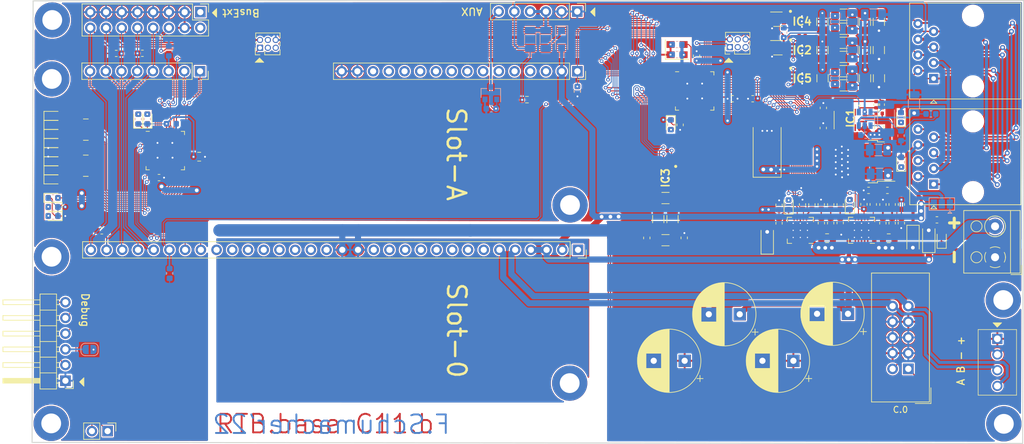
<source format=kicad_pcb>
(kicad_pcb (version 20171130) (host pcbnew "(5.1.12)-1")
  (title_block (title "RTB C11 Module") (date 2023-10-25) (rev 4) (company "Frank Schumacher") (comment 1 Powerboard))
  (layers (0 F.Cu signal) (31 B.Cu signal) (34 B.Paste user hide) (35 F.Paste user hide) (36 B.SilkS user) (37 F.SilkS user) (38 B.Mask user) (39 F.Mask user hide) (44 Edge.Cuts user))
  (net 0 "")
  (net 1 GND)
  (net 2 B1)
  (net 3 A1)
  (net 4 ACC.tx)
  (net 5 ACC.rts)
  (net 6 DCC-1b')
  (net 7 DCC-1a')
  (net 8 ACC.rx)
  (net 9 /BUS/BSYout)
  (net 10 ~RESET.1)
  (net 11 BUS.up.B)
  (net 12 BUS.up.A)
  (net 13 BUS.by.B)
  (net 14 BUS.by.A)
  (net 15 BUS.dn.B)
  (net 16 BUS.dn.A)
  (net 17 Vsrc)
  (net 18 "Net-(IC6-Pad5)")
  (net 19 "Net-(IC6-Pad4)")
  (net 20 ADC.Vsrc)
  (net 21 Vbst.1)
  (net 22 ENA.1)
  (net 23 SETI.1)
  (net 24 FLT.1)
  (net 25 "Net-(IC8-Pad5)")
  (net 26 "Net-(IC8-Pad4)")
  (net 27 FLT.0)
  (net 28 ENA.0)
  (net 29 SETI.0)
  (net 30 ADC.V1)
  (net 31 ADC.V0)
  (net 32 Vbst.0)
  (net 33 "Net-(D3-Pad1)")
  (net 34 CLMODE.0)
  (net 35 CLMODE.1)
  (net 36 V24.rx)
  (net 37 V24.tx)
  (net 38 V24.rts)
  (net 39 V24.cts)
  (net 40 ADC.gnd)
  (net 41 BUS.gnd)
  (net 42 "Net-(D6-Pad2)")
  (net 43 "Net-(D8-Pad2)")
  (net 44 "Net-(D10-Pad2)")
  (net 45 CEX.cts)
  (net 46 CEX.rts)
  (net 47 SLT1.rx)
  (net 48 SLT1.tx)
  (net 49 UPDI.cex)
  (net 50 "Net-(D10-Pad1)")
  (net 51 "Net-(D11-Pad2)")
  (net 52 "Net-(D11-Pad1)")
  (net 53 UPDI)
  (net 54 SLT0.tx)
  (net 55 SLT0.rx)
  (net 56 ~RESET.0)
  (net 57 CEX.rx)
  (net 58 CEX.tx)
  (net 59 BUS.opt)
  (net 60 "Net-(J1-Pad3)")
  (net 61 "Net-(D15-Pad2)")
  (net 62 "Net-(D16-Pad2)")
  (net 63 "Net-(D17-Pad2)")
  (net 64 "Net-(D18-Pad2)")
  (net 65 "Net-(D19-Pad2)")
  (net 66 "Net-(D20-Pad2)")
  (net 67 "Net-(D21-Pad2)")
  (net 68 "Net-(D22-Pad2)")
  (net 69 "Net-(RN1-Pad5)")
  (net 70 "Net-(RN1-Pad6)")
  (net 71 "Net-(RN1-Pad7)")
  (net 72 "Net-(RN1-Pad8)")
  (net 73 "Net-(RN2-Pad5)")
  (net 74 "Net-(RN2-Pad6)")
  (net 75 "Net-(RN2-Pad7)")
  (net 76 "Net-(RN2-Pad8)")
  (net 77 "Net-(J9-Pad6)")
  (net 78 OUT.1)
  (net 79 "Net-(D23-Pad1)")
  (net 80 "Net-(IC2-Pad7)")
  (net 81 "Net-(IC2-Pad6)")
  (net 82 /BUS/RTS)
  (net 83 BUS.up)
  (net 84 ~BUS.bsi)
  (net 85 BUS.dn)
  (net 86 ~BUS.rts)
  (net 87 ~BUS.bso)
  (net 88 MASTER)
  (net 89 "Net-(C29-Pad2)")
  (net 90 "Net-(C29-Pad1)")
  (net 91 "Net-(C30-Pad2)")
  (net 92 "Net-(C30-Pad1)")
  (net 93 EXTCLK)
  (net 94 +3V3)
  (net 95 Vrail)
  (net 96 ADC.Vrail)
  (net 97 "Net-(J1-Pad6)")
  (net 98 "Net-(IC3-Pad7)")
  (net 99 "Net-(IC3-Pad6)")
  (net 100 "Net-(D12-Pad2)")
  (net 101 "Net-(D12-Pad1)")
  (net 102 "Net-(D13-Pad2)")
  (net 103 "Net-(D2-Pad2)")
  (net 104 "Net-(D3-Pad2)")
  (net 105 "Net-(C22-Pad2)")
  (net 106 "Net-(IC5-Pad1)")
  (net 107 "Net-(IC2-Pad1)")
  (net 108 "Net-(D14-Pad2)")
  (net 109 "Net-(D25-Pad1)")
  (net 110 "Net-(D26-Pad1)")
  (net 111 "Net-(C27-Pad1)")
  (net 112 "Net-(IC1-Pad19)")
  (net 113 "Net-(IC1-Pad17)")
  (net 114 "Net-(IC1-Pad3)")
  (net 115 "Net-(IC1-Pad1)")
  (net 116 "Net-(R4-Pad1)")
  (net 117 "Net-(J9-Pad3)")
  (module RTB_foot:SON65P300X300X100-9N-D (layer F.Cu) (at 174.51 -57.78)
    (fp_text reference IC5 (at 0 0) (layer F.SilkS) (effects (font (size 1.27 1.27) (thickness 0.254))))
    (fp_text value THVD1450DRBR hide)
    (pad 9 smd rect (at 0 0) (size 1.65 2.45) (layers F.Cu F.Paste F.Mask) (net 1 GND))
    (pad 8 smd rect (at 1.45 -0.975 90) (size 0.35 0.85) (layers F.Cu F.Paste F.Mask) (net 94 +3V3))
    (pad 7 smd rect (at 1.45 -0.325 90) (size 0.35 0.85) (layers F.Cu F.Paste F.Mask) (net 89 "Net-(C29-Pad2)"))
    (pad 6 smd rect (at 1.45 0.325 90) (size 0.35 0.85) (layers F.Cu F.Paste F.Mask) (net 90 "Net-(C29-Pad1)"))
    (pad 5 smd rect (at 1.45 0.975 90) (size 0.35 0.85) (layers F.Cu F.Paste F.Mask) (net 1 GND))
    (pad 4 smd rect (at -1.45 0.975 90) (size 0.35 0.85) (layers F.Cu F.Paste F.Mask) (net 106 "Net-(IC5-Pad1)"))
    (pad 3 smd rect (at -1.45 0.325 90) (size 0.35 0.85) (layers F.Cu F.Paste F.Mask) (net 88 MASTER))
    (pad 2 smd rect (at -1.45 -0.325 90) (size 0.35 0.85) (layers F.Cu F.Paste F.Mask) (net 88 MASTER))
    (pad 1 smd rect (at -1.45 -0.975 90) (size 0.35 0.85) (layers F.Cu F.Paste F.Mask) (net 106 "Net-(IC5-Pad1)"))
  )
  (module RTB_foot:SON65P300X300X100-9N-D (layer F.Cu) (at 174.48 -66.98)
    (fp_text reference IC4 (at 0 0) (layer F.SilkS) (effects (font (size 1.27 1.27) (thickness 0.254))))
    (fp_text value THVD1450DRBR hide)
    (pad 9 smd rect (at 0 0) (size 1.65 2.45) (layers F.Cu F.Paste F.Mask) (net 1 GND))
    (pad 8 smd rect (at 1.45 -0.975 90) (size 0.35 0.85) (layers F.Cu F.Paste F.Mask) (net 94 +3V3))
    (pad 7 smd rect (at 1.45 -0.325 90) (size 0.35 0.85) (layers F.Cu F.Paste F.Mask) (net 91 "Net-(C30-Pad2)"))
    (pad 6 smd rect (at 1.45 0.325 90) (size 0.35 0.85) (layers F.Cu F.Paste F.Mask) (net 92 "Net-(C30-Pad1)"))
    (pad 5 smd rect (at 1.45 0.975 90) (size 0.35 0.85) (layers F.Cu F.Paste F.Mask) (net 1 GND))
    (pad 4 smd rect (at -1.45 0.975 90) (size 0.35 0.85) (layers F.Cu F.Paste F.Mask) (net 1 GND))
    (pad 3 smd rect (at -1.45 0.325 90) (size 0.35 0.85) (layers F.Cu F.Paste F.Mask) (net 9 /BUS/BSYout))
    (pad 2 smd rect (at -1.45 -0.325 90) (size 0.35 0.85) (layers F.Cu F.Paste F.Mask) (net 1 GND))
    (pad 1 smd rect (at -1.45 -0.975 90) (size 0.35 0.85) (layers F.Cu F.Paste F.Mask) (net 84 ~BUS.bsi))
  )
  (module RTB_foot:SON65P300X300X100-9N-D (layer F.Cu) (at 152.406 -41.668 270)
    (fp_text reference IC3 (at 0 0 90) (layer F.SilkS) (effects (font (size 1.27 1.27) (thickness 0.254))))
    (fp_text value THVD1450DRBR hide)
    (pad 9 smd rect (at 0 0 270) (size 1.65 2.45) (layers F.Cu F.Paste F.Mask) (net 1 GND))
    (pad 8 smd rect (at 1.45 -0.975) (size 0.35 0.85) (layers F.Cu F.Paste F.Mask) (net 94 +3V3))
    (pad 7 smd rect (at 1.45 -0.325) (size 0.35 0.85) (layers F.Cu F.Paste F.Mask) (net 98 "Net-(IC3-Pad7)"))
    (pad 6 smd rect (at 1.45 0.325) (size 0.35 0.85) (layers F.Cu F.Paste F.Mask) (net 99 "Net-(IC3-Pad6)"))
    (pad 5 smd rect (at 1.45 0.975) (size 0.35 0.85) (layers F.Cu F.Paste F.Mask) (net 1 GND))
    (pad 4 smd rect (at -1.45 0.975) (size 0.35 0.85) (layers F.Cu F.Paste F.Mask) (net 4 ACC.tx))
    (pad 3 smd rect (at -1.45 0.325) (size 0.35 0.85) (layers F.Cu F.Paste F.Mask) (net 5 ACC.rts))
    (pad 2 smd rect (at -1.45 -0.325) (size 0.35 0.85) (layers F.Cu F.Paste F.Mask) (net 1 GND))
    (pad 1 smd rect (at -1.45 -0.975) (size 0.35 0.85) (layers F.Cu F.Paste F.Mask) (net 8 ACC.rx))
  )
  (module RTB_foot:SON65P300X300X100-9N-D (layer F.Cu) (at 174.505 -62.345)
    (fp_text reference IC2 (at 0 0) (layer F.SilkS) (effects (font (size 1.27 1.27) (thickness 0.254))))
    (fp_text value THVD1450DRBR hide)
    (pad 9 smd rect (at 0 0) (size 1.65 2.45) (layers F.Cu F.Paste F.Mask) (net 1 GND))
    (pad 8 smd rect (at 1.45 -0.975 90) (size 0.35 0.85) (layers F.Cu F.Paste F.Mask) (net 94 +3V3))
    (pad 7 smd rect (at 1.45 -0.325 90) (size 0.35 0.85) (layers F.Cu F.Paste F.Mask) (net 80 "Net-(IC2-Pad7)"))
    (pad 6 smd rect (at 1.45 0.325 90) (size 0.35 0.85) (layers F.Cu F.Paste F.Mask) (net 81 "Net-(IC2-Pad6)"))
    (pad 5 smd rect (at 1.45 0.975 90) (size 0.35 0.85) (layers F.Cu F.Paste F.Mask) (net 1 GND))
    (pad 4 smd rect (at -1.45 0.975 90) (size 0.35 0.85) (layers F.Cu F.Paste F.Mask) (net 107 "Net-(IC2-Pad1)"))
    (pad 3 smd rect (at -1.45 0.325 90) (size 0.35 0.85) (layers F.Cu F.Paste F.Mask) (net 82 /BUS/RTS))
    (pad 2 smd rect (at -1.45 -0.325 90) (size 0.35 0.85) (layers F.Cu F.Paste F.Mask) (net 82 /BUS/RTS))
    (pad 1 smd rect (at -1.45 -0.975 90) (size 0.35 0.85) (layers F.Cu F.Paste F.Mask) (net 107 "Net-(IC2-Pad1)"))
  )
  (module RTB_foot:MPM3610AGQVP (layer F.Cu) (at 182.17172 -51.05882 270)
    (fp_text reference IC1 (at -0.3 -0.15 90) (layer F.SilkS) (effects (font (size 1.27 1.27) (thickness 0.254))))
    (fp_text value MPM3610AGQV-P hide)
    (pad 20 smd rect (at 1 1.25 270) (size 0.6 1.95) (layers F.Cu F.Paste F.Mask) (net 94 +3V3))
    (pad 19 smd rect (at -1 1.25 270) (size 0.6 1.95) (layers F.Cu F.Paste F.Mask) (net 112 "Net-(IC1-Pad19)"))
    (pad 18 smd rect (at -1.25 -2.45 270) (size 0.25 0.7) (layers F.Cu F.Paste F.Mask) (net 1 GND))
    (pad 17 smd rect (at -0.75 -2.45 270) (size 0.25 0.7) (layers F.Cu F.Paste F.Mask) (net 113 "Net-(IC1-Pad17)"))
    (pad 16 smd rect (at -0.25 -2.25 270) (size 0.25 1.1) (layers F.Cu F.Paste F.Mask) (net 95 Vrail))
    (pad 15 smd rect (at 0.25 -2.25 270) (size 0.25 1.1) (layers F.Cu F.Paste F.Mask))
    (pad 14 smd rect (at 0.75 -2.45 270) (size 0.25 0.7) (layers F.Cu F.Paste F.Mask) (net 1 GND))
    (pad 13 smd rect (at 1.25 -2.45 270) (size 0.25 0.7) (layers F.Cu F.Paste F.Mask) (net 1 GND))
    (pad 12 smd rect (at 1.45 -1.55) (size 0.25 0.7) (layers F.Cu F.Paste F.Mask) (net 1 GND))
    (pad 11 smd rect (at 1.25 -0.9) (size 0.25 1.1) (layers F.Cu F.Paste F.Mask))
    (pad 10 smd rect (at 1.25 -0.25) (size 0.25 1.1) (layers F.Cu F.Paste F.Mask))
    (pad 9 smd rect (at 1.55 0.4) (size 0.25 0.5) (layers F.Cu F.Paste F.Mask) (net 94 +3V3))
    (pad 8 smd rect (at 1.55 1.25) (size 0.25 0.5) (layers F.Cu F.Paste F.Mask) (net 94 +3V3))
    (pad 7 smd rect (at 1.5 2.1) (size 0.25 0.5) (layers F.Cu F.Paste F.Mask) (net 94 +3V3))
    (pad 6 smd rect (at -1.55 2.1) (size 0.25 0.5) (layers F.Cu F.Paste F.Mask) (net 112 "Net-(IC1-Pad19)"))
    (pad 5 smd rect (at -1.55 1.25) (size 0.25 0.5) (layers F.Cu F.Paste F.Mask) (net 112 "Net-(IC1-Pad19)"))
    (pad 4 smd rect (at -1.55 0.4) (size 0.25 0.5) (layers F.Cu F.Paste F.Mask) (net 112 "Net-(IC1-Pad19)"))
    (pad 3 smd rect (at -1.25 -0.25) (size 0.25 1.1) (layers F.Cu F.Paste F.Mask) (net 114 "Net-(IC1-Pad3)"))
    (pad 2 smd rect (at -1.25 -0.9) (size 0.25 1.1) (layers F.Cu F.Paste F.Mask))
    (pad 1 smd rect (at -1.4 -1.55) (size 0.25 0.8) (layers F.Cu F.Paste F.Mask) (net 115 "Net-(IC1-Pad1)"))
  )
  (module Resistor_SMD:R_1206_3216Metric (layer B.Cu) (at 133.04774 -64.10198 270)
    (fp_text reference R6 hide)
    (fp_text value 120)
    (pad 2 smd roundrect (at 1.4625 0 270) (size 1.125 1.75) (layers B.Cu B.Paste B.Mask) (roundrect_rratio 0.222222) (net 79 "Net-(D23-Pad1)"))
    (pad 1 smd roundrect (at -1.4625 0 270) (size 1.125 1.75) (layers B.Cu B.Paste B.Mask) (roundrect_rratio 0.222222) (net 117 "Net-(J9-Pad3)"))
  )
  (module Resistor_SMD:R_1206_3216Metric (layer B.Cu) (at 130.5433 -64.09436 90)
    (fp_text reference R5 hide)
    (fp_text value 1k)
    (pad 2 smd roundrect (at 1.4625 0 90) (size 1.125 1.75) (layers B.Cu B.Paste B.Mask) (roundrect_rratio 0.222222) (net 117 "Net-(J9-Pad3)"))
    (pad 1 smd roundrect (at -1.4625 0 90) (size 1.125 1.75) (layers B.Cu B.Paste B.Mask) (roundrect_rratio 0.222222) (net 59 BUS.opt))
  )
  (module Resistor_SMD:R_0603_1608Metric (layer F.Cu) (at 130.01752 -54.34076 180)
    (fp_text reference R4 hide)
    (fp_text value 10k)
    (pad 2 smd roundrect (at 0.825 0 180) (size 0.8 0.95) (layers F.Cu F.Paste F.Mask) (net 59 BUS.opt))
    (pad 1 smd roundrect (at -0.825 0 180) (size 0.8 0.95) (layers F.Cu F.Paste F.Mask) (net 116 "Net-(R4-Pad1)"))
  )
  (module Capacitor_SMD:C_1206_3216Metric (layer B.Cu) (at 192.56502 -53.67274 90)
    (fp_text reference C23 hide)
    (fp_text value 1u)
    (pad 2 smd roundrect (at 1.475 0 90) (size 1.15 1.8) (layers B.Cu B.Paste B.Mask) (roundrect_rratio 0.217) (net 1 GND))
    (pad 1 smd roundrect (at -1.475 0 90) (size 1.15 1.8) (layers B.Cu B.Paste B.Mask) (roundrect_rratio 0.217391) (net 94 +3V3))
  )
  (module Capacitor_SMD:C_0603_1608Metric (layer F.Cu) (at 177.92446 -53.00472 90)
    (fp_text reference C31 hide)
    (fp_text value 22u/25V)
    (pad 2 smd roundrect (at 0.775 0 90) (size 0.9 0.95) (layers F.Cu F.Paste F.Mask) (net 1 GND))
    (pad 1 smd roundrect (at -0.775 0 90) (size 0.9 0.95) (layers F.Cu F.Paste F.Mask) (net 94 +3V3))
  )
  (module Capacitor_SMD:C_0603_1608Metric (layer F.Cu) (at 177.90414 -49.75098 90)
    (fp_text reference C12 hide)
    (fp_text value 10u/16V)
    (pad 2 smd roundrect (at 0.775 0 90) (size 0.9 0.95) (layers F.Cu F.Paste F.Mask) (net 1 GND))
    (pad 1 smd roundrect (at -0.775 0 90) (size 0.9 0.95) (layers F.Cu F.Paste F.Mask) (net 94 +3V3))
  )
  (module Capacitor_SMD:C_0805_2012Metric (layer F.Cu) (at 186.96432 -49.91354 90)
    (fp_text reference C10 hide)
    (fp_text value 10u/25V)
    (pad 2 smd roundrect (at 0.95 0 90) (size 1 1.45) (layers F.Cu F.Paste F.Mask) (net 95 Vrail))
    (pad 1 smd roundrect (at -0.95 0 90) (size 1 1.45) (layers F.Cu F.Paste F.Mask) (net 1 GND))
  )
  (module Resistor_SMD:R_0402_1005Metric (layer F.Cu) (at 186.93384 -52.09794)
    (fp_text reference R3 hide)
    (fp_text value 100k)
    (pad 2 smd roundrect (at 0.51 0) (size 0.54 0.64) (layers F.Cu F.Paste F.Mask) (net 95 Vrail))
    (pad 1 smd roundrect (at -0.51 0) (size 0.54 0.64) (layers F.Cu F.Paste F.Mask) (net 113 "Net-(IC1-Pad17)"))
  )
  (module Resistor_SMD:R_0402_1005Metric (layer F.Cu) (at 186.4614 -53.5305 90)
    (fp_text reference R2 hide)
    (fp_text value ?)
    (pad 2 smd roundrect (at 0.51 0 90) (size 0.54 0.64) (layers F.Cu F.Paste F.Mask) (net 114 "Net-(IC1-Pad3)"))
    (pad 1 smd roundrect (at -0.51 0 90) (size 0.54 0.64) (layers F.Cu F.Paste F.Mask) (net 115 "Net-(IC1-Pad1)"))
  )
  (module Resistor_SMD:R_0402_1005Metric (layer F.Cu) (at 187.40882 -53.5305 270)
    (fp_text reference R1 hide)
    (fp_text value ?)
    (pad 2 smd roundrect (at 0.51 0 270) (size 0.54 0.64) (layers F.Cu F.Paste F.Mask) (net 115 "Net-(IC1-Pad1)"))
    (pad 1 smd roundrect (at -0.51 0 270) (size 0.54 0.64) (layers F.Cu F.Paste F.Mask) (net 94 +3V3))
  )
  (module Jumper:SolderJumper-3_P1.3mm_Open_Pad1.0x1.5mm (layer B.Cu) (at 197.075 -37.45 180)
    (fp_text reference JP3 hide)
    (fp_text value SolderJumper_3_Open)
    (pad 1 smd rect (at -1.3 0 180) (size 1 1.5) (layers B.Cu B.Mask) (net 1 GND))
    (pad 2 smd rect (at 0 0 180) (size 1 1.5) (layers B.Cu B.Mask) (net 59 BUS.opt))
    (pad 3 smd rect (at 1.3 0 180) (size 1 1.5) (layers B.Cu B.Mask) (net 95 Vrail))
  )
  (module Capacitor_THT:CP_Radial_D10.0mm_P5.00mm (layer F.Cu) (at 164.40658 -19.61134 180)
    (fp_text reference C18 hide)
    (fp_text value 220u/25V)
    (pad 2 thru_hole circle (at 5 0 180) (size 2 2) (drill 1) (layers *.Cu *.Mask) (net 1 GND))
    (pad 1 thru_hole rect (at 0 0 180) (size 2 2) (drill 1) (layers *.Cu *.Mask) (net 32 Vbst.0))
  )
  (module Capacitor_THT:CP_Radial_D10.0mm_P5.00mm (layer F.Cu) (at 155.50388 -12.08532 180)
    (fp_text reference C17 hide)
    (fp_text value 220u/25V)
    (pad 2 thru_hole circle (at 5 0 180) (size 2 2) (drill 1) (layers *.Cu *.Mask) (net 1 GND))
    (pad 1 thru_hole rect (at 0 0 180) (size 2 2) (drill 1) (layers *.Cu *.Mask) (net 21 Vbst.1))
  )
  (module Package_DFN_QFN:UQFN-20-1EP_4x4mm_P0.5mm_EP2.8x2.8mm_ThermalVias (layer F.Cu) (at 174.2 -33.19 180)
    (fp_text reference IC8 hide)
    (fp_text value MAX17613AATP+)
    (pad 21 smd rect (at 0 0 180) (size 2.8 2.8) (layers B.Cu) (net 1 GND))
    (pad 21 thru_hole circle (at 1.15 1.15 180) (size 0.5 0.5) (drill 0.2) (layers *.Cu) (net 1 GND))
    (pad 21 thru_hole circle (at 0 1.15 180) (size 0.5 0.5) (drill 0.2) (layers *.Cu) (net 1 GND))
    (pad 21 thru_hole circle (at -1.15 1.15 180) (size 0.5 0.5) (drill 0.2) (layers *.Cu) (net 1 GND))
    (pad 21 thru_hole circle (at 1.15 0 180) (size 0.5 0.5) (drill 0.2) (layers *.Cu) (net 1 GND))
    (pad 21 thru_hole circle (at 0 0 180) (size 0.5 0.5) (drill 0.2) (layers *.Cu) (net 1 GND))
    (pad 21 thru_hole circle (at -1.15 0 180) (size 0.5 0.5) (drill 0.2) (layers *.Cu) (net 1 GND))
    (pad 21 thru_hole circle (at 1.15 -1.15 180) (size 0.5 0.5) (drill 0.2) (layers *.Cu) (net 1 GND))
    (pad 21 thru_hole circle (at 0 -1.15 180) (size 0.5 0.5) (drill 0.2) (layers *.Cu) (net 1 GND))
    (pad 21 thru_hole circle (at -1.15 -1.15 180) (size 0.5 0.5) (drill 0.2) (layers *.Cu) (net 1 GND))
    (pad 21 smd rect (at 0 0 180) (size 2.8 2.8) (layers F.Cu F.Mask) (net 1 GND))
    (pad 20 smd roundrect (at -1 -1.975 180) (size 0.25 0.75) (layers F.Cu F.Paste F.Mask))
    (pad 19 smd roundrect (at -0.5 -1.975 180) (size 0.25 0.75) (layers F.Cu F.Paste F.Mask))
    (pad 18 smd roundrect (at 0 -1.975 180) (size 0.25 0.75) (layers F.Cu F.Paste F.Mask))
    (pad 17 smd roundrect (at 0.5 -1.975 180) (size 0.25 0.75) (layers F.Cu F.Paste F.Mask))
    (pad 16 smd roundrect (at 1 -1.975 180) (size 0.25 0.75) (layers F.Cu F.Paste F.Mask))
    (pad 15 smd roundrect (at 1.975 -1 180) (size 0.75 0.25) (layers F.Cu F.Paste F.Mask) (net 21 Vbst.1))
    (pad 14 smd roundrect (at 1.975 -0.5 180) (size 0.75 0.25) (layers F.Cu F.Paste F.Mask))
    (pad 13 smd roundrect (at 1.975 0 180) (size 0.75 0.25) (layers F.Cu F.Paste F.Mask) (net 21 Vbst.1))
    (pad 12 smd roundrect (at 1.975 0.5 180) (size 0.75 0.25) (layers F.Cu F.Paste F.Mask))
    (pad 11 smd roundrect (at 1.975 1 180) (size 0.75 0.25) (layers F.Cu F.Paste F.Mask) (net 24 FLT.1))
    (pad 10 smd roundrect (at 1 1.975 180) (size 0.25 0.75) (layers F.Cu F.Paste F.Mask) (net 24 FLT.1))
    (pad 9 smd roundrect (at 0.5 1.975 180) (size 0.25 0.75) (layers F.Cu F.Paste F.Mask) (net 22 ENA.1))
    (pad 8 smd roundrect (at 0 1.975 180) (size 0.25 0.75) (layers F.Cu F.Paste F.Mask) (net 1 GND))
    (pad 7 smd roundrect (at -0.5 1.975 180) (size 0.25 0.75) (layers F.Cu F.Paste F.Mask) (net 23 SETI.1))
    (pad 6 smd roundrect (at -1 1.975 180) (size 0.25 0.75) (layers F.Cu F.Paste F.Mask) (net 35 CLMODE.1))
    (pad 5 smd roundrect (at -1.975 1 180) (size 0.75 0.25) (layers F.Cu F.Paste F.Mask) (net 25 "Net-(IC8-Pad5)"))
    (pad 4 smd roundrect (at -1.975 0.5 180) (size 0.75 0.25) (layers F.Cu F.Paste F.Mask) (net 26 "Net-(IC8-Pad4)"))
    (pad 3 smd roundrect (at -1.975 0 180) (size 0.75 0.25) (layers F.Cu F.Paste F.Mask) (net 17 Vsrc))
    (pad 2 smd roundrect (at -1.975 -0.5 180) (size 0.75 0.25) (layers F.Cu F.Paste F.Mask))
    (pad 1 smd roundrect (at -1.975 -1 180) (size 0.75 0.25) (layers F.Cu F.Paste F.Mask) (net 17 Vsrc))
  )
  (module Package_DFN_QFN:UQFN-20-1EP_4x4mm_P0.5mm_EP2.8x2.8mm_ThermalVias (layer F.Cu) (at 184.09412 -33.1978 180)
    (fp_text reference IC6 hide)
    (fp_text value MAX17613AATP+)
    (pad 21 smd rect (at 0 0 180) (size 2.8 2.8) (layers B.Cu) (net 1 GND))
    (pad 21 thru_hole circle (at 1.15 1.15 180) (size 0.5 0.5) (drill 0.2) (layers *.Cu) (net 1 GND))
    (pad 21 thru_hole circle (at 0 1.15 180) (size 0.5 0.5) (drill 0.2) (layers *.Cu) (net 1 GND))
    (pad 21 thru_hole circle (at -1.15 1.15 180) (size 0.5 0.5) (drill 0.2) (layers *.Cu) (net 1 GND))
    (pad 21 thru_hole circle (at 1.15 0 180) (size 0.5 0.5) (drill 0.2) (layers *.Cu) (net 1 GND))
    (pad 21 thru_hole circle (at 0 0 180) (size 0.5 0.5) (drill 0.2) (layers *.Cu) (net 1 GND))
    (pad 21 thru_hole circle (at -1.15 0 180) (size 0.5 0.5) (drill 0.2) (layers *.Cu) (net 1 GND))
    (pad 21 thru_hole circle (at 1.15 -1.15 180) (size 0.5 0.5) (drill 0.2) (layers *.Cu) (net 1 GND))
    (pad 21 thru_hole circle (at 0 -1.15 180) (size 0.5 0.5) (drill 0.2) (layers *.Cu) (net 1 GND))
    (pad 21 thru_hole circle (at -1.15 -1.15 180) (size 0.5 0.5) (drill 0.2) (layers *.Cu) (net 1 GND))
    (pad 21 smd rect (at 0 0 180) (size 2.8 2.8) (layers F.Cu F.Mask) (net 1 GND))
    (pad 20 smd roundrect (at -1 -1.975 180) (size 0.25 0.75) (layers F.Cu F.Paste F.Mask))
    (pad 19 smd roundrect (at -0.5 -1.975 180) (size 0.25 0.75) (layers F.Cu F.Paste F.Mask))
    (pad 18 smd roundrect (at 0 -1.975 180) (size 0.25 0.75) (layers F.Cu F.Paste F.Mask))
    (pad 17 smd roundrect (at 0.5 -1.975 180) (size 0.25 0.75) (layers F.Cu F.Paste F.Mask))
    (pad 16 smd roundrect (at 1 -1.975 180) (size 0.25 0.75) (layers F.Cu F.Paste F.Mask))
    (pad 15 smd roundrect (at 1.975 -1 180) (size 0.75 0.25) (layers F.Cu F.Paste F.Mask) (net 32 Vbst.0))
    (pad 14 smd roundrect (at 1.975 -0.5 180) (size 0.75 0.25) (layers F.Cu F.Paste F.Mask))
    (pad 13 smd roundrect (at 1.975 0 180) (size 0.75 0.25) (layers F.Cu F.Paste F.Mask) (net 32 Vbst.0))
    (pad 12 smd roundrect (at 1.975 0.5 180) (size 0.75 0.25) (layers F.Cu F.Paste F.Mask))
    (pad 11 smd roundrect (at 1.975 1 180) (size 0.75 0.25) (layers F.Cu F.Paste F.Mask) (net 27 FLT.0))
    (pad 10 smd roundrect (at 1 1.975 180) (size 0.25 0.75) (layers F.Cu F.Paste F.Mask) (net 27 FLT.0))
    (pad 9 smd roundrect (at 0.5 1.975 180) (size 0.25 0.75) (layers F.Cu F.Paste F.Mask) (net 28 ENA.0))
    (pad 8 smd roundrect (at 0 1.975 180) (size 0.25 0.75) (layers F.Cu F.Paste F.Mask) (net 1 GND))
    (pad 7 smd roundrect (at -0.5 1.975 180) (size 0.25 0.75) (layers F.Cu F.Paste F.Mask) (net 29 SETI.0))
    (pad 6 smd roundrect (at -1 1.975 180) (size 0.25 0.75) (layers F.Cu F.Paste F.Mask) (net 34 CLMODE.0))
    (pad 5 smd roundrect (at -1.975 1 180) (size 0.75 0.25) (layers F.Cu F.Paste F.Mask) (net 18 "Net-(IC6-Pad5)"))
    (pad 4 smd roundrect (at -1.975 0.5 180) (size 0.75 0.25) (layers F.Cu F.Paste F.Mask) (net 19 "Net-(IC6-Pad4)"))
    (pad 3 smd roundrect (at -1.975 0 180) (size 0.75 0.25) (layers F.Cu F.Paste F.Mask) (net 17 Vsrc))
    (pad 2 smd roundrect (at -1.975 -0.5 180) (size 0.75 0.25) (layers F.Cu F.Paste F.Mask))
    (pad 1 smd roundrect (at -1.975 -1 180) (size 0.75 0.25) (layers F.Cu F.Paste F.Mask) (net 17 Vsrc))
  )
  (module Capacitor_THT:CP_Radial_D10.0mm_P5.00mm (layer F.Cu) (at 181.90464 -19.68754 180)
    (fp_text reference C15 hide)
    (fp_text value 220u/25V)
    (pad 2 thru_hole circle (at 5 0 180) (size 2 2) (drill 1) (layers *.Cu *.Mask) (net 1 GND))
    (pad 1 thru_hole rect (at 0 0 180) (size 2 2) (drill 1) (layers *.Cu *.Mask) (net 32 Vbst.0))
  )
  (module Capacitor_THT:CP_Radial_D10.0mm_P5.00mm (layer F.Cu) (at 173.07814 -12.08532 180)
    (fp_text reference C1 hide)
    (fp_text value 220u/25V)
    (pad 2 thru_hole circle (at 5 0 180) (size 2 2) (drill 1) (layers *.Cu *.Mask) (net 1 GND))
    (pad 1 thru_hole rect (at 0 0 180) (size 2 2) (drill 1) (layers *.Cu *.Mask) (net 21 Vbst.1))
  )
  (module Diode_SMD:D_SOD-123F (layer F.Cu) (at 192.41516 -31.81096 270)
    (fp_text reference D1 hide)
    (fp_text value D)
    (pad 1 smd rect (at -1.4 0 270) (size 1.1 1.1) (layers F.Cu F.Paste F.Mask) (net 111 "Net-(C27-Pad1)"))
    (pad 2 smd rect (at 1.4 0 270) (size 1.1 1.1) (layers F.Cu F.Paste F.Mask) (net 17 Vsrc))
  )
  (module Capacitor_Tantalum_SMD:CP_EIA-7343-31_Kemet-D (layer F.Cu) (at 168.83634 -46.19752 90)
    (fp_text reference C11 hide)
    (fp_text value 220u/25V)
    (pad 2 smd roundrect (at 3.1125 0 90) (size 2.075 2.55) (layers F.Cu F.Paste F.Mask) (roundrect_rratio 0.120482) (net 1 GND))
    (pad 1 smd roundrect (at -3.1125 0 90) (size 2.075 2.55) (layers F.Cu F.Paste F.Mask) (roundrect_rratio 0.12) (net 94 +3V3))
  )
  (module Connector_IDC:IDC-Header_2x05_P2.54mm_Vertical (layer F.Cu) (at 191.65316 -10.77976 180)
    (fp_text reference C.0 (at 1.27 -6.604) (layer F.SilkS))
    (fp_text value Conn_01x10)
    (pad 10 thru_hole oval (at 2.54 10.16 180) (size 1.7272 1.7272) (drill 1.016) (layers *.Cu *.Mask) (net 6 DCC-1b'))
    (pad 9 thru_hole oval (at 0 10.16 180) (size 1.7272 1.7272) (drill 1.016) (layers *.Cu *.Mask) (net 7 DCC-1a'))
    (pad 8 thru_hole oval (at 2.54 7.62 180) (size 1.7272 1.7272) (drill 1.016) (layers *.Cu *.Mask) (net 1 GND))
    (pad 7 thru_hole oval (at 0 7.62 180) (size 1.7272 1.7272) (drill 1.016) (layers *.Cu *.Mask) (net 21 Vbst.1))
    (pad 6 thru_hole oval (at 2.54 5.08 180) (size 1.7272 1.7272) (drill 1.016) (layers *.Cu *.Mask) (net 1 GND))
    (pad 5 thru_hole oval (at 0 5.08 180) (size 1.7272 1.7272) (drill 1.016) (layers *.Cu *.Mask) (net 1 GND))
    (pad 4 thru_hole oval (at 2.54 2.54 180) (size 1.7272 1.7272) (drill 1.016) (layers *.Cu *.Mask) (net 21 Vbst.1))
    (pad 3 thru_hole oval (at 0 2.54 180) (size 1.7272 1.7272) (drill 1.016) (layers *.Cu *.Mask) (net 1 GND))
    (pad 2 thru_hole oval (at 2.54 0 180) (size 1.7272 1.7272) (drill 1.016) (layers *.Cu *.Mask) (net 3 A1))
    (pad 1 thru_hole rect (at 0 0 180) (size 1.7272 1.7272) (drill 1.016) (layers *.Cu *.Mask) (net 2 B1))
  )
  (module Capacitor_SMD:C_1206_3216Metric (layer B.Cu) (at 186.82716 -46.18228 180)
    (fp_text reference C26 hide)
    (fp_text value 4.7u/50V)
    (pad 2 smd roundrect (at 1.4 0 180) (size 1.25 1.75) (layers B.Cu B.Mask) (roundrect_rratio 0.2) (net 1 GND))
    (pad 1 smd roundrect (at -1.4 0 180) (size 1.25 1.75) (layers B.Cu B.Paste B.Mask) (roundrect_rratio 0.2) (net 95 Vrail))
  )
  (module MountingHole:MountingHole_3.2mm_M3_ISO7380_Pad (layer F.Cu) (at 207.00238 -21.91258)
    (fp_text reference H3 hide)
    (fp_text value MountingHole)
    (pad 1 thru_hole circle (at 0 0) (size 5.7 5.7) (drill 3.2) (layers *.Cu *.Mask))
  )
  (module _Samac:1725672 (layer F.Cu) (at 206.0448 -15.64132 270)
    (fp_text reference J6 hide)
    (fp_text value Screw_Terminal_01x04 hide)
    (pad 4 thru_hole circle (at 7.62 0 270) (size 1.65 1.65) (drill 1.1) (layers *.Cu *.Mask) (net 7 DCC-1a'))
    (pad 3 thru_hole circle (at 5.08 0 270) (size 1.65 1.65) (drill 1.1) (layers *.Cu *.Mask) (net 6 DCC-1b'))
    (pad 2 thru_hole circle (at 2.54 0 270) (size 1.65 1.65) (drill 1.1) (layers *.Cu *.Mask) (net 1 GND))
    (pad 1 thru_hole rect (at 0 0 270) (size 1.65 1.65) (drill 1.1) (layers *.Cu *.Mask) (net 21 Vbst.1))
  )
  (module MountingHole:MountingHole_3.2mm_M3_ISO7380_Pad (layer F.Cu) (at 53.12156 -1.9558)
    (fp_text reference H2 hide)
    (fp_text value MountingHole)
    (pad 1 thru_hole circle (at 0 0) (size 5.7 5.7) (drill 3.2) (layers *.Cu *.Mask))
  )
  (module Connector_PinHeader_2.54mm:PinHeader_1x02_P2.54mm_Vertical (layer F.Cu) (at 62.23762 -0.70866 270)
    (fp_text reference JP2 hide)
    (fp_text value Jumper_2_Open)
    (pad 2 thru_hole oval (at 0 2.54 270) (size 1.7 1.7) (drill 1) (layers *.Cu *.Mask) (net 97 "Net-(J1-Pad6)"))
    (pad 1 thru_hole rect (at 0 0 270) (size 1.7 1.7) (drill 1) (layers *.Cu *.Mask) (net 39 V24.cts))
  )
  (module Package_TO_SOT_SMD:TO-252-2 (layer F.Cu) (at 184.2 -44.325 180)
    (fp_text reference U5 hide)
    (fp_text value L78M12)
    (pad 2 smd rect (at 2.1 0 180) (size 6.4 5.8) (layers F.Cu F.Mask) (net 1 GND))
    (pad 3 smd rect (at -4.2 2.28 180) (size 2.2 1.2) (layers F.Cu F.Paste F.Mask) (net 95 Vrail))
    (pad 1 smd rect (at -4.2 -2.28 180) (size 2.2 1.2) (layers F.Cu F.Paste F.Mask) (net 111 "Net-(C27-Pad1)"))
  )
  (module Resistor_SMD:R_0603_1608Metric (layer B.Cu) (at 190.47 -51.45 270)
    (fp_text reference R91 hide)
    (fp_text value 3.3k)
    (pad 2 smd roundrect (at 0.7875 0 270) (size 0.875 0.95) (layers B.Cu B.Paste B.Mask) (net 110 "Net-(D26-Pad1)"))
    (pad 1 smd roundrect (at -0.7875 0 270) (size 0.875 0.95) (layers B.Cu B.Paste B.Mask) (net 1 GND))
  )
  (module LED_SMD:LED_0603_1608Metric (layer F.Cu) (at 190.47 -51.4525 90)
    (fp_text reference D26 hide)
    (fp_text value "LED(ylw)")
    (pad 2 smd roundrect (at 0.7875 0 90) (size 0.875 0.95) (layers F.Cu F.Paste F.Mask) (net 94 +3V3))
    (pad 1 smd roundrect (at -0.7875 0 90) (size 0.875 0.95) (layers F.Cu F.Paste F.Mask) (net 110 "Net-(D26-Pad1)"))
  )
  (module Resistor_SMD:R_0603_1608Metric (layer B.Cu) (at 190.51 -44.23 270)
    (fp_text reference R90 hide)
    (fp_text value 10k)
    (pad 2 smd roundrect (at 0.7875 0 270) (size 0.875 0.95) (layers B.Cu B.Paste B.Mask) (net 109 "Net-(D25-Pad1)"))
    (pad 1 smd roundrect (at -0.7875 0 270) (size 0.875 0.95) (layers B.Cu B.Paste B.Mask) (net 1 GND))
  )
  (module LED_SMD:LED_0603_1608Metric (layer F.Cu) (at 190.51 -44.23 90)
    (fp_text reference D25 hide)
    (fp_text value "LED(ylw)")
    (pad 2 smd roundrect (at 0.7875 0 90) (size 0.875 0.95) (layers F.Cu F.Paste F.Mask) (net 95 Vrail))
    (pad 1 smd roundrect (at -0.7875 0 90) (size 0.875 0.95) (layers F.Cu F.Paste F.Mask) (net 109 "Net-(D25-Pad1)"))
  )
  (module Resistor_SMD:R_0603_1608Metric (layer F.Cu) (at 196.28 -34.89 180)
    (fp_text reference R89 hide)
    (fp_text value 22k)
    (pad 2 smd roundrect (at 0.7875 0 180) (size 0.875 0.95) (layers F.Cu F.Paste F.Mask) (net 111 "Net-(C27-Pad1)"))
    (pad 1 smd roundrect (at -0.7875 0 180) (size 0.875 0.95) (layers F.Cu F.Paste F.Mask) (net 108 "Net-(D14-Pad2)"))
  )
  (module LED_SMD:LED_0603_1608Metric (layer F.Cu) (at 197.05 -31.77 90)
    (fp_text reference D14 hide)
    (fp_text value "LED(ylw)")
    (pad 2 smd roundrect (at 0.7875 0 90) (size 0.875 0.95) (layers F.Cu F.Paste F.Mask) (net 108 "Net-(D14-Pad2)"))
    (pad 1 smd roundrect (at -0.7875 0 90) (size 0.875 0.95) (layers F.Cu F.Paste F.Mask) (net 1 GND))
  )
  (module Resistor_SMD:R_0402_1005Metric (layer F.Cu) (at 174.5 -64.65 180)
    (fp_text reference R85 hide)
    (fp_text value 100)
    (pad 2 smd roundrect (at 0.485 0 180) (size 0.59 0.64) (layers F.Cu F.Paste F.Mask) (net 83 BUS.up))
    (pad 1 smd roundrect (at -0.485 0 180) (size 0.59 0.64) (layers F.Cu F.Paste F.Mask) (net 107 "Net-(IC2-Pad1)"))
  )
  (module Resistor_SMD:R_0402_1005Metric (layer F.Cu) (at 174.51 -60.06 180)
    (fp_text reference R84)
    (fp_text value 100)
    (pad 2 smd roundrect (at 0.485 0 180) (size 0.59 0.64) (layers F.Cu F.Paste F.Mask) (net 85 BUS.dn))
    (pad 1 smd roundrect (at -0.485 0 180) (size 0.59 0.64) (layers F.Cu F.Paste F.Mask) (net 106 "Net-(IC5-Pad1)"))
  )
  (module Resistor_SMD:R_0603_1608Metric (layer F.Cu) (at 61.3 -33.11)
    (fp_text reference R53 hide)
    (fp_text value 4.7k)
    (pad 2 smd roundrect (at 0.7875 0) (size 0.875 0.95) (layers F.Cu F.Paste F.Mask) (net 83 BUS.up))
    (pad 1 smd roundrect (at -0.7875 0) (size 0.875 0.95) (layers F.Cu F.Paste F.Mask) (net 94 +3V3))
  )
  (module Resistor_SMD:R_0603_1608Metric (layer B.Cu) (at 195.3 -52.03)
    (fp_text reference R83 hide)
    (fp_text value 22k)
    (pad 2 smd roundrect (at 0.7875 0) (size 0.875 0.95) (layers B.Cu B.Paste B.Mask) (net 105 "Net-(C22-Pad2)"))
    (pad 1 smd roundrect (at -0.7875 0) (size 0.875 0.95) (layers B.Cu B.Paste B.Mask) (net 94 +3V3))
  )
  (module Resistor_SMD:R_0603_1608Metric (layer B.Cu) (at 190.47 -48.49 270)
    (fp_text reference R82 hide)
    (fp_text value 10k)
    (pad 2 smd roundrect (at 0.7875 0 270) (size 0.875 0.95) (layers B.Cu B.Paste B.Mask) (net 1 GND))
    (pad 1 smd roundrect (at -0.7875 0 270) (size 0.875 0.95) (layers B.Cu B.Paste B.Mask) (net 105 "Net-(C22-Pad2)"))
  )
  (module Capacitor_SMD:C_0603_1608Metric (layer B.Cu) (at 184.76 -48.59 180)
    (fp_text reference C22 hide)
    (fp_text value 1u)
    (pad 2 smd roundrect (at 0.7875 0 180) (size 0.875 0.95) (layers B.Cu B.Paste B.Mask) (net 105 "Net-(C22-Pad2)"))
    (pad 1 smd roundrect (at -0.7875 0 180) (size 0.875 0.95) (layers B.Cu B.Paste B.Mask) (net 1 GND))
  )
  (module Connector_PinHeader_2.54mm:PinHeader_2x08_P2.54mm_Vertical (layer F.Cu) (at 77.225 -68.5 270)
    (fp_text reference J21 hide)
    (fp_text value Conn_01x16)
    (pad 16 thru_hole oval (at 2.54 17.78 270) (size 1.7 1.7) (drill 1) (layers *.Cu *.Mask) (net 85 BUS.dn))
    (pad 15 thru_hole oval (at 0 17.78 270) (size 1.7 1.7) (drill 1) (layers *.Cu *.Mask) (net 1 GND))
    (pad 14 thru_hole oval (at 2.54 15.24 270) (size 1.7 1.7) (drill 1) (layers *.Cu *.Mask) (net 83 BUS.up))
    (pad 13 thru_hole oval (at 0 15.24 270) (size 1.7 1.7) (drill 1) (layers *.Cu *.Mask) (net 1 GND))
    (pad 12 thru_hole oval (at 2.54 12.7 270) (size 1.7 1.7) (drill 1) (layers *.Cu *.Mask) (net 87 ~BUS.bso))
    (pad 11 thru_hole oval (at 0 12.7 270) (size 1.7 1.7) (drill 1) (layers *.Cu *.Mask) (net 1 GND))
    (pad 10 thru_hole oval (at 2.54 10.16 270) (size 1.7 1.7) (drill 1) (layers *.Cu *.Mask) (net 86 ~BUS.rts))
    (pad 9 thru_hole oval (at 0 10.16 270) (size 1.7 1.7) (drill 1) (layers *.Cu *.Mask) (net 1 GND))
    (pad 8 thru_hole oval (at 2.54 7.62 270) (size 1.7 1.7) (drill 1) (layers *.Cu *.Mask) (net 84 ~BUS.bsi))
    (pad 7 thru_hole oval (at 0 7.62 270) (size 1.7 1.7) (drill 1) (layers *.Cu *.Mask) (net 1 GND))
    (pad 6 thru_hole oval (at 2.54 5.08 270) (size 1.7 1.7) (drill 1) (layers *.Cu *.Mask) (net 88 MASTER))
    (pad 5 thru_hole oval (at 0 5.08 270) (size 1.7 1.7) (drill 1) (layers *.Cu *.Mask) (net 1 GND))
    (pad 4 thru_hole oval (at 2.54 2.54 270) (size 1.7 1.7) (drill 1) (layers *.Cu *.Mask) (net 94 +3V3))
    (pad 3 thru_hole oval (at 0 2.54 270) (size 1.7 1.7) (drill 1) (layers *.Cu *.Mask) (net 1 GND))
    (pad 2 thru_hole oval (at 2.54 0 270) (size 1.7 1.7) (drill 1) (layers *.Cu *.Mask))
    (pad 1 thru_hole rect (at 0 0 270) (size 1.7 1.7) (drill 1) (layers *.Cu *.Mask))
  )
  (module Capacitor_SMD:C_1206_3216Metric (layer B.Cu) (at 186.02 -68.11)
    (fp_text reference C19 hide)
    (fp_text value 2.2u)
    (pad 2 smd roundrect (at 1.4 0) (size 1.25 1.75) (layers B.Cu B.Paste B.Mask) (roundrect_rratio 0.2) (net 1 GND))
    (pad 1 smd roundrect (at -1.4 0) (size 1.25 1.75) (layers B.Cu B.Paste B.Mask) (roundrect_rratio 0.2) (net 94 +3V3))
  )
  (module Capacitor_SMD:C_0805_2012Metric (layer F.Cu) (at 77.04 -45.11 180)
    (fp_text reference C20 hide)
    (fp_text value 100n)
    (pad 2 smd roundrect (at 0.9375 0 180) (size 0.975 1.4) (layers F.Cu F.Paste F.Mask) (net 94 +3V3))
    (pad 1 smd roundrect (at -0.9375 0 180) (size 0.975 1.4) (layers F.Cu F.Paste F.Mask) (net 1 GND))
  )
  (module Resistor_SMD:R_0603_1608Metric (layer B.Cu) (at 53.42 -38.44)
    (fp_text reference R81 hide)
    (fp_text value 3.3k)
    (pad 2 smd roundrect (at 0.7875 0) (size 0.875 0.95) (layers B.Cu B.Paste B.Mask) (net 102 "Net-(D13-Pad2)"))
    (pad 1 smd roundrect (at -0.7875 0) (size 0.875 0.95) (layers B.Cu B.Paste B.Mask) (net 94 +3V3))
  )
  (module Resistor_SMD:R_0603_1608Metric (layer B.Cu) (at 53.42 -36.97)
    (fp_text reference R80 hide)
    (fp_text value 3.3k)
    (pad 2 smd roundrect (at 0.7875 0) (size 0.875 0.95) (layers B.Cu B.Paste B.Mask) (net 94 +3V3))
    (pad 1 smd roundrect (at -0.7875 0) (size 0.875 0.95) (layers B.Cu B.Paste B.Mask) (net 100 "Net-(D12-Pad2)"))
  )
  (module LED_SMD:LED_0603_1608Metric (layer F.Cu) (at 53.42 -38.44)
    (fp_text reference D13 hide)
    (fp_text value "LED(red)")
    (pad 2 smd roundrect (at 0.7875 0) (size 0.875 0.95) (layers F.Cu F.Paste F.Mask) (net 102 "Net-(D13-Pad2)"))
    (pad 1 smd roundrect (at -0.7875 0) (size 0.875 0.95) (layers F.Cu F.Paste F.Mask) (net 1 GND))
  )
  (module LED_SMD:LED_0603_1608Metric (layer F.Cu) (at 53.4175 -36.97 180)
    (fp_text reference D12 hide)
    (fp_text value "LED(blu)")
    (pad 2 smd roundrect (at 0.7875 0 180) (size 0.875 0.95) (layers F.Cu F.Paste F.Mask) (net 100 "Net-(D12-Pad2)"))
    (pad 1 smd roundrect (at -0.7875 0 180) (size 0.875 0.95) (layers F.Cu F.Paste F.Mask) (net 101 "Net-(D12-Pad1)"))
  )
  (module Resistor_SMD:R_1206_3216Metric (layer F.Cu) (at 151.24 -35.01 270)
    (fp_text reference R77 hide)
    (fp_text value 22)
    (pad 2 smd roundrect (at 1.4 0 270) (size 1.25 1.75) (layers F.Cu F.Paste F.Mask) (roundrect_rratio 0.2) (net 3 A1))
    (pad 1 smd roundrect (at -1.4 0 270) (size 1.25 1.75) (layers F.Cu F.Paste F.Mask) (roundrect_rratio 0.2) (net 99 "Net-(IC3-Pad6)"))
  )
  (module Resistor_SMD:R_1206_3216Metric (layer F.Cu) (at 153.54 -35.01 270)
    (fp_text reference R76 hide)
    (fp_text value 22)
    (pad 2 smd roundrect (at 1.4 0 270) (size 1.25 1.75) (layers F.Cu F.Paste F.Mask) (roundrect_rratio 0.2) (net 2 B1))
    (pad 1 smd roundrect (at -1.4 0 270) (size 1.25 1.75) (layers F.Cu F.Paste F.Mask) (roundrect_rratio 0.2) (net 98 "Net-(IC3-Pad7)"))
  )
  (module Resistor_SMD:R_0603_1608Metric (layer F.Cu) (at 149.38756 -31.9659 270)
    (fp_text reference R8 hide)
    (fp_text value 390)
    (pad 2 smd roundrect (at 0.7875 0 270) (size 0.875 0.95) (layers F.Cu F.Paste F.Mask) (net 3 A1))
    (pad 1 smd roundrect (at -0.7875 0 270) (size 0.875 0.95) (layers F.Cu F.Paste F.Mask) (net 94 +3V3))
  )
  (module Resistor_SMD:R_0603_1608Metric (layer F.Cu) (at 155.43022 -31.97352 270)
    (fp_text reference R7 hide)
    (fp_text value 390)
    (pad 2 smd roundrect (at 0.7875 0 270) (size 0.875 0.95) (layers F.Cu F.Paste F.Mask) (net 2 B1))
    (pad 1 smd roundrect (at -0.7875 0 270) (size 0.875 0.95) (layers F.Cu F.Paste F.Mask) (net 1 GND))
  )
  (module Capacitor_SMD:C_0603_1608Metric (layer B.Cu) (at 154.28 -63.26 180)
    (fp_text reference C4 hide)
    (fp_text value 1u)
    (pad 2 smd roundrect (at 0.7875 0 180) (size 0.875 0.95) (layers B.Cu B.Paste B.Mask) (net 94 +3V3))
    (pad 1 smd roundrect (at -0.7875 0 180) (size 0.875 0.95) (layers B.Cu B.Paste B.Mask) (net 1 GND))
  )
  (module Capacitor_SMD:C_0603_1608Metric (layer B.Cu) (at 154.28 -61.63 180)
    (fp_text reference C3 hide)
    (fp_text value 100n)
    (pad 2 smd roundrect (at 0.7875 0 180) (size 0.875 0.95) (layers B.Cu B.Paste B.Mask) (net 94 +3V3))
    (pad 1 smd roundrect (at -0.7875 0 180) (size 0.875 0.95) (layers B.Cu B.Paste B.Mask) (net 1 GND))
  )
  (module Oscillator:Oscillator_SMD_Abracon_ASE-4Pin_3.2x2.5mm (layer F.Cu) (at 154.28 -62.44)
    (fp_text reference X1 hide)
    (fp_text value ASE-24MHz)
    (pad 4 smd rect (at -1.05 -0.825) (size 1.3 1.1) (layers F.Cu F.Paste F.Mask) (net 94 +3V3))
    (pad 3 smd rect (at 1.05 -0.825) (size 1.3 1.1) (layers F.Cu F.Paste F.Mask) (net 93 EXTCLK))
    (pad 2 smd rect (at 1.05 0.825) (size 1.3 1.1) (layers F.Cu F.Paste F.Mask) (net 1 GND))
    (pad 1 smd rect (at -1.05 0.825) (size 1.3 1.1) (layers F.Cu F.Paste F.Mask) (net 94 +3V3))
  )
  (module Resistor_SMD:R_0402_1005Metric (layer F.Cu) (at 173.86 -40.03)
    (fp_text reference R87 hide)
    (fp_text value 10k)
    (pad 2 smd roundrect (at 0.485 0) (size 0.59 0.64) (layers F.Cu F.Paste F.Mask) (net 1 GND))
    (pad 1 smd roundrect (at -0.485 0) (size 0.59 0.64) (layers F.Cu F.Paste F.Mask) (net 22 ENA.1))
  )
  (module Package_DFN_QFN:QFN-48-1EP_6x6mm_P0.4mm_EP4.2x4.2mm (layer F.Cu) (at 157.12 -55.75)
    (fp_text reference U1 hide)
    (fp_text value ATmega4809-M)
    (pad 49 smd roundrect (at 0 0) (size 4.2 4.2) (layers F.Cu F.Mask) (roundrect_rratio 0.06))
    (pad 1 smd roundrect (at -2.95 -2.2) (size 0.85 0.2) (layers F.Cu F.Paste F.Mask) (net 85 BUS.dn))
    (pad 2 smd roundrect (at -2.95 -1.8) (size 0.85 0.2) (layers F.Cu F.Paste F.Mask) (net 86 ~BUS.rts))
    (pad 3 smd roundrect (at -2.95 -1.4) (size 0.85 0.2) (layers F.Cu F.Paste F.Mask) (net 84 ~BUS.bsi))
    (pad 4 smd roundrect (at -2.95 -1) (size 0.85 0.2) (layers F.Cu F.Paste F.Mask) (net 116 "Net-(R4-Pad1)"))
    (pad 5 smd roundrect (at -2.95 -0.6) (size 0.85 0.2) (layers F.Cu F.Paste F.Mask) (net 10 ~RESET.1))
    (pad 6 smd roundrect (at -2.95 -0.2) (size 0.85 0.2) (layers F.Cu F.Paste F.Mask) (net 56 ~RESET.0))
    (pad 7 smd roundrect (at -2.95 0.2) (size 0.85 0.2) (layers F.Cu F.Paste F.Mask) (net 5 ACC.rts))
    (pad 8 smd roundrect (at -2.95 0.6) (size 0.85 0.2) (layers F.Cu F.Paste F.Mask) (net 4 ACC.tx))
    (pad 9 smd roundrect (at -2.95 1) (size 0.85 0.2) (layers F.Cu F.Paste F.Mask) (net 8 ACC.rx))
    (pad 10 smd roundrect (at -2.95 1.4) (size 0.85 0.2) (layers F.Cu F.Paste F.Mask) (net 58 CEX.tx))
    (pad 11 smd roundrect (at -2.95 1.8) (size 0.85 0.2) (layers F.Cu F.Paste F.Mask) (net 57 CEX.rx))
    (pad 12 smd roundrect (at -2.95 2.2) (size 0.85 0.2) (layers F.Cu F.Paste F.Mask) (net 46 CEX.rts))
    (pad 13 smd roundrect (at -2.2 2.95) (size 0.2 0.85) (layers F.Cu F.Paste F.Mask) (net 45 CEX.cts))
    (pad 14 smd roundrect (at -1.8 2.95) (size 0.2 0.85) (layers F.Cu F.Paste F.Mask) (net 94 +3V3))
    (pad 15 smd roundrect (at -1.4 2.95) (size 0.2 0.85) (layers F.Cu F.Paste F.Mask) (net 1 GND))
    (pad 16 smd roundrect (at -1 2.95) (size 0.2 0.85) (layers F.Cu F.Paste F.Mask) (net 33 "Net-(D3-Pad1)"))
    (pad 17 smd roundrect (at -0.6 2.95) (size 0.2 0.85) (layers F.Cu F.Paste F.Mask))
    (pad 18 smd roundrect (at -0.2 2.95) (size 0.2 0.85) (layers F.Cu F.Paste F.Mask))
    (pad 19 smd roundrect (at 0.2 2.95) (size 0.2 0.85) (layers F.Cu F.Paste F.Mask))
    (pad 20 smd roundrect (at 0.6 2.95) (size 0.2 0.85) (layers F.Cu F.Paste F.Mask))
    (pad 21 smd roundrect (at 1 2.95) (size 0.2 0.85) (layers F.Cu F.Paste F.Mask))
    (pad 22 smd roundrect (at 1.4 2.95) (size 0.2 0.85) (layers F.Cu F.Paste F.Mask) (net 30 ADC.V1))
    (pad 23 smd roundrect (at 1.8 2.95) (size 0.2 0.85) (layers F.Cu F.Paste F.Mask) (net 23 SETI.1))
    (pad 24 smd roundrect (at 2.2 2.95) (size 0.2 0.85) (layers F.Cu F.Paste F.Mask) (net 31 ADC.V0))
    (pad 25 smd roundrect (at 2.95 2.2) (size 0.85 0.2) (layers F.Cu F.Paste F.Mask) (net 29 SETI.0))
    (pad 26 smd roundrect (at 2.95 1.8) (size 0.85 0.2) (layers F.Cu F.Paste F.Mask) (net 20 ADC.Vsrc))
    (pad 27 smd roundrect (at 2.95 1.4) (size 0.85 0.2) (layers F.Cu F.Paste F.Mask) (net 96 ADC.Vrail))
    (pad 28 smd roundrect (at 2.95 1) (size 0.85 0.2) (layers F.Cu F.Paste F.Mask) (net 94 +3V3))
    (pad 29 smd roundrect (at 2.95 0.6) (size 0.85 0.2) (layers F.Cu F.Paste F.Mask) (net 1 GND))
    (pad 30 smd roundrect (at 2.95 0.2) (size 0.85 0.2) (layers F.Cu F.Paste F.Mask) (net 24 FLT.1))
    (pad 31 smd roundrect (at 2.95 -0.2) (size 0.85 0.2) (layers F.Cu F.Paste F.Mask) (net 22 ENA.1))
    (pad 32 smd roundrect (at 2.95 -0.6) (size 0.85 0.2) (layers F.Cu F.Paste F.Mask) (net 35 CLMODE.1))
    (pad 33 smd roundrect (at 2.95 -1) (size 0.85 0.2) (layers F.Cu F.Paste F.Mask) (net 40 ADC.gnd))
    (pad 34 smd roundrect (at 2.95 -1.4) (size 0.85 0.2) (layers F.Cu F.Paste F.Mask) (net 27 FLT.0))
    (pad 35 smd roundrect (at 2.95 -1.8) (size 0.85 0.2) (layers F.Cu F.Paste F.Mask) (net 28 ENA.0))
    (pad 36 smd roundrect (at 2.95 -2.2) (size 0.85 0.2) (layers F.Cu F.Paste F.Mask) (net 34 CLMODE.0))
    (pad 37 smd roundrect (at 2.2 -2.95) (size 0.2 0.85) (layers F.Cu F.Paste F.Mask) (net 38 V24.rts))
    (pad 38 smd roundrect (at 1.8 -2.95) (size 0.2 0.85) (layers F.Cu F.Paste F.Mask) (net 37 V24.tx))
    (pad 39 smd roundrect (at 1.4 -2.95) (size 0.2 0.85) (layers F.Cu F.Paste F.Mask) (net 36 V24.rx))
    (pad 40 smd roundrect (at 1 -2.95) (size 0.2 0.85) (layers F.Cu F.Paste F.Mask) (net 39 V24.cts))
    (pad 41 smd roundrect (at 0.6 -2.95) (size 0.2 0.85) (layers F.Cu F.Paste F.Mask) (net 53 UPDI))
    (pad 42 smd roundrect (at 0.2 -2.95) (size 0.2 0.85) (layers F.Cu F.Paste F.Mask) (net 94 +3V3))
    (pad 43 smd roundrect (at -0.2 -2.95) (size 0.2 0.85) (layers F.Cu F.Paste F.Mask) (net 1 GND))
    (pad 44 smd roundrect (at -0.6 -2.95) (size 0.2 0.85) (layers F.Cu F.Paste F.Mask) (net 93 EXTCLK))
    (pad 45 smd roundrect (at -1 -2.95) (size 0.2 0.85) (layers F.Cu F.Paste F.Mask))
    (pad 46 smd roundrect (at -1.4 -2.95) (size 0.2 0.85) (layers F.Cu F.Paste F.Mask) (net 88 MASTER))
    (pad 47 smd roundrect (at -1.8 -2.95) (size 0.2 0.85) (layers F.Cu F.Paste F.Mask) (net 87 ~BUS.bso))
    (pad 48 smd roundrect (at -2.2 -2.95) (size 0.2 0.85) (layers F.Cu F.Paste F.Mask) (net 83 BUS.up))
  )
  (module Resistor_SMD:R_0603_1608Metric (layer B.Cu) (at 53.42 -35.51)
    (fp_text reference R72 hide)
    (fp_text value 2.2k)
    (pad 2 smd roundrect (at 0.7875 0) (size 0.875 0.95) (layers B.Cu B.Paste B.Mask) (net 94 +3V3))
    (pad 1 smd roundrect (at -0.7875 0) (size 0.875 0.95) (layers B.Cu B.Paste B.Mask) (net 103 "Net-(D2-Pad2)"))
  )
  (module LED_SMD:LED_0603_1608Metric (layer F.Cu) (at 53.4175 -35.51 180)
    (fp_text reference D2 hide)
    (fp_text value "LED(grn)")
    (pad 2 smd roundrect (at 0.7875 0 180) (size 0.875 0.95) (layers F.Cu F.Paste F.Mask) (net 103 "Net-(D2-Pad2)"))
    (pad 1 smd roundrect (at -0.7875 0 180) (size 0.875 0.95) (layers F.Cu F.Paste F.Mask) (net 1 GND))
  )
  (module Capacitor_SMD:C_0805_2012Metric (layer B.Cu) (at 179.81 -66.95 90)
    (fp_text reference C30)
    (fp_text value 4.7n)
    (pad 2 smd roundrect (at 0.9375 0 90) (size 0.975 1.4) (layers B.Cu B.Paste B.Mask) (net 91 "Net-(C30-Pad2)"))
    (pad 1 smd roundrect (at -0.9375 0 90) (size 0.975 1.4) (layers B.Cu B.Paste B.Mask) (net 92 "Net-(C30-Pad1)"))
  )
  (module Capacitor_SMD:C_0805_2012Metric (layer B.Cu) (at 179.8 -57.8 90)
    (fp_text reference C29 hide)
    (fp_text value 4.7n)
    (pad 2 smd roundrect (at 0.9375 0 90) (size 0.975 1.4) (layers B.Cu B.Paste B.Mask) (net 89 "Net-(C29-Pad2)"))
    (pad 1 smd roundrect (at -0.9375 0 90) (size 0.975 1.4) (layers B.Cu B.Paste B.Mask) (net 90 "Net-(C29-Pad1)"))
  )
  (module Package_TO_SOT_SMD:SOT-353_SC-70-5 (layer F.Cu) (at 170.58 -67.36)
    (fp_text reference U3 hide)
    (fp_text value 74AHC1G02)
    (pad 5 smd rect (at 0.95 -0.65) (size 0.65 0.4) (layers F.Cu F.Paste F.Mask) (net 94 +3V3))
    (pad 4 smd rect (at 0.95 0.65) (size 0.65 0.4) (layers F.Cu F.Paste F.Mask) (net 9 /BUS/BSYout))
    (pad 2 smd rect (at -0.95 0) (size 0.65 0.4) (layers F.Cu F.Paste F.Mask) (net 87 ~BUS.bso))
    (pad 3 smd rect (at -0.95 0.65) (size 0.65 0.4) (layers F.Cu F.Paste F.Mask) (net 1 GND))
    (pad 1 smd rect (at -0.95 -0.65) (size 0.65 0.4) (layers F.Cu F.Paste F.Mask) (net 87 ~BUS.bso))
  )
  (module Package_TO_SOT_SMD:SOT-353_SC-70-5 (layer F.Cu) (at 170.58 -62.74)
    (fp_text reference U4 hide)
    (fp_text value 74AHC1G02)
    (pad 5 smd rect (at 0.95 -0.65) (size 0.65 0.4) (layers F.Cu F.Paste F.Mask) (net 94 +3V3))
    (pad 4 smd rect (at 0.95 0.65) (size 0.65 0.4) (layers F.Cu F.Paste F.Mask) (net 82 /BUS/RTS))
    (pad 2 smd rect (at -0.95 0) (size 0.65 0.4) (layers F.Cu F.Paste F.Mask) (net 86 ~BUS.rts))
    (pad 3 smd rect (at -0.95 0.65) (size 0.65 0.4) (layers F.Cu F.Paste F.Mask) (net 1 GND))
    (pad 1 smd rect (at -0.95 -0.65) (size 0.65 0.4) (layers F.Cu F.Paste F.Mask) (net 86 ~BUS.rts))
  )
  (module Capacitor_SMD:C_0603_1608Metric (layer B.Cu) (at 138.17 -55.68 270)
    (fp_text reference C28 hide)
    (fp_text value 100n)
    (pad 2 smd roundrect (at 0.7875 0 270) (size 0.875 0.95) (layers B.Cu B.Paste B.Mask) (net 1 GND))
    (pad 1 smd roundrect (at -0.7875 0 270) (size 0.875 0.95) (layers B.Cu B.Paste B.Mask) (net 88 MASTER))
  )
  (module Resistor_SMD:R_0603_1608Metric (layer F.Cu) (at 138.16 -55.68 270)
    (fp_text reference R71 hide)
    (fp_text value 33k)
    (pad 2 smd roundrect (at 0.7875 0 270) (size 0.875 0.95) (layers F.Cu F.Paste F.Mask) (net 1 GND))
    (pad 1 smd roundrect (at -0.7875 0 270) (size 0.875 0.95) (layers F.Cu F.Paste F.Mask) (net 88 MASTER))
  )
  (module Capacitor_SMD:C_1206_3216Metric (layer B.Cu) (at 186.96 -42.33 180)
    (fp_text reference C27 hide)
    (fp_text value 4.7u/50V)
    (pad 2 smd roundrect (at 1.4 0 180) (size 1.25 1.75) (layers B.Cu B.Paste B.Mask) (roundrect_rratio 0.2) (net 1 GND))
    (pad 1 smd roundrect (at -1.4 0 180) (size 1.25 1.75) (layers B.Cu B.Paste B.Mask) (roundrect_rratio 0.2) (net 111 "Net-(C27-Pad1)"))
  )
  (module MountingHole:MountingHole_3.2mm_M3_ISO7380_Pad (layer F.Cu) (at 136.98 -37.3)
    (fp_text reference H8 hide)
    (fp_text value MountingHole)
    (pad 1 thru_hole circle (at 0 0) (size 5.7 5.7) (drill 3.2) (layers *.Cu *.Mask))
  )
  (module Resistor_SMD:R_1206_3216Metric (layer F.Cu) (at 181.19 -65.81 180)
    (fp_text reference R67 hide)
    (fp_text value 22)
    (pad 2 smd roundrect (at 1.4 0 180) (size 1.25 1.75) (layers F.Cu F.Paste F.Mask) (roundrect_rratio 0.2) (net 92 "Net-(C30-Pad1)"))
    (pad 1 smd roundrect (at -1.4 0 180) (size 1.25 1.75) (layers F.Cu F.Paste F.Mask) (roundrect_rratio 0.2) (net 14 BUS.by.A))
  )
  (module Resistor_SMD:R_1206_3216Metric (layer F.Cu) (at 181.21 -68.09 180)
    (fp_text reference R66 hide)
    (fp_text value 22)
    (pad 2 smd roundrect (at 1.4 0 180) (size 1.25 1.75) (layers F.Cu F.Paste F.Mask) (roundrect_rratio 0.2) (net 91 "Net-(C30-Pad2)"))
    (pad 1 smd roundrect (at -1.4 0 180) (size 1.25 1.75) (layers F.Cu F.Paste F.Mask) (roundrect_rratio 0.2) (net 13 BUS.by.B))
  )
  (module Resistor_SMD:R_1206_3216Metric (layer F.Cu) (at 181.21 -61.26 180)
    (fp_text reference R65 hide)
    (fp_text value 22)
    (pad 2 smd roundrect (at 1.4 0 180) (size 1.25 1.75) (layers F.Cu F.Paste F.Mask) (roundrect_rratio 0.2) (net 81 "Net-(IC2-Pad6)"))
    (pad 1 smd roundrect (at -1.4 0 180) (size 1.25 1.75) (layers F.Cu F.Paste F.Mask) (roundrect_rratio 0.2) (net 12 BUS.up.A))
  )
  (module Resistor_SMD:R_1206_3216Metric (layer F.Cu) (at 181.2 -63.54 180)
    (fp_text reference R64 hide)
    (fp_text value 22)
    (pad 2 smd roundrect (at 1.4 0 180) (size 1.25 1.75) (layers F.Cu F.Paste F.Mask) (roundrect_rratio 0.2) (net 80 "Net-(IC2-Pad7)"))
    (pad 1 smd roundrect (at -1.4 0 180) (size 1.25 1.75) (layers F.Cu F.Paste F.Mask) (roundrect_rratio 0.2) (net 11 BUS.up.B))
  )
  (module Resistor_SMD:R_1206_3216Metric (layer B.Cu) (at 182.6 -62.4 270)
    (fp_text reference R16 hide)
    (fp_text value 150)
    (pad 1 smd roundrect (at -1.4 0 270) (size 1.25 1.75) (layers B.Cu B.Paste B.Mask) (roundrect_rratio 0.2) (net 11 BUS.up.B))
    (pad 2 smd roundrect (at 1.4 0 270) (size 1.25 1.75) (layers B.Cu B.Paste B.Mask) (roundrect_rratio 0.2) (net 12 BUS.up.A))
  )
  (module Resistor_SMD:R_1206_3216Metric (layer F.Cu) (at 184.64 -66.93 270)
    (fp_text reference R63 hide)
    (fp_text value 390)
    (pad 2 smd roundrect (at 1.4 0 270) (size 1.25 1.75) (layers F.Cu F.Paste F.Mask) (roundrect_rratio 0.2) (net 14 BUS.by.A))
    (pad 1 smd roundrect (at -1.4 0 270) (size 1.25 1.75) (layers F.Cu F.Paste F.Mask) (roundrect_rratio 0.2) (net 94 +3V3))
  )
  (module Resistor_SMD:R_1206_3216Metric (layer F.Cu) (at 186.89 -66.93 90)
    (fp_text reference R62 hide)
    (fp_text value 390)
    (pad 2 smd roundrect (at 1.4 0 90) (size 1.25 1.75) (layers F.Cu F.Paste F.Mask) (roundrect_rratio 0.2) (net 13 BUS.by.B))
    (pad 1 smd roundrect (at -1.4 0 90) (size 1.25 1.75) (layers F.Cu F.Paste F.Mask) (roundrect_rratio 0.2) (net 1 GND))
  )
  (module Resistor_SMD:R_1206_3216Metric (layer F.Cu) (at 184.65 -62.36 270)
    (fp_text reference R61 hide)
    (fp_text value 390)
    (pad 2 smd roundrect (at 1.4 0 270) (size 1.25 1.75) (layers F.Cu F.Paste F.Mask) (roundrect_rratio 0.2) (net 12 BUS.up.A))
    (pad 1 smd roundrect (at -1.4 0 270) (size 1.25 1.75) (layers F.Cu F.Paste F.Mask) (roundrect_rratio 0.2) (net 94 +3V3))
  )
  (module Resistor_SMD:R_1206_3216Metric (layer F.Cu) (at 186.89 -62.36 90)
    (fp_text reference R60 hide)
    (fp_text value 390)
    (pad 2 smd roundrect (at 1.4 0 90) (size 1.25 1.75) (layers F.Cu F.Paste F.Mask) (roundrect_rratio 0.2) (net 11 BUS.up.B))
    (pad 1 smd roundrect (at -1.4 0 90) (size 1.25 1.75) (layers F.Cu F.Paste F.Mask) (roundrect_rratio 0.2) (net 1 GND))
  )
  (module Connector_RJ:RJ45_Amphenol_54602-x08_Horizontal (layer F.Cu) (at 195.75 -57.76 90)
    (fp_text reference J23 hide)
    (fp_text value RTBUS.in)
    (pad "" np_thru_hole circle (at 10.16 6.35 90) (size 3.2 3.2) (drill 3.2) (layers *.Cu *.Mask))
    (pad "" np_thru_hole circle (at -1.27 6.35 90) (size 3.2 3.2) (drill 3.2) (layers *.Cu *.Mask))
    (pad 1 thru_hole rect (at 0 0 90) (size 1.5 1.5) (drill 0.76) (layers *.Cu *.Mask) (net 16 BUS.dn.A))
    (pad 2 thru_hole circle (at 1.27 -2.54 90) (size 1.5 1.5) (drill 0.76) (layers *.Cu *.Mask) (net 15 BUS.dn.B))
    (pad 3 thru_hole circle (at 2.54 0 90) (size 1.5 1.5) (drill 0.76) (layers *.Cu *.Mask) (net 41 BUS.gnd))
    (pad 4 thru_hole circle (at 3.81 -2.54 90) (size 1.5 1.5) (drill 0.76) (layers *.Cu *.Mask) (net 12 BUS.up.A))
    (pad 5 thru_hole circle (at 5.08 0 90) (size 1.5 1.5) (drill 0.76) (layers *.Cu *.Mask) (net 11 BUS.up.B))
    (pad 6 thru_hole circle (at 6.35 -2.54 90) (size 1.5 1.5) (drill 0.76) (layers *.Cu *.Mask) (net 59 BUS.opt))
    (pad 7 thru_hole circle (at 7.62 0 90) (size 1.5 1.5) (drill 0.76) (layers *.Cu *.Mask) (net 14 BUS.by.A))
    (pad 8 thru_hole circle (at 8.89 -2.54 90) (size 1.5 1.5) (drill 0.76) (layers *.Cu *.Mask) (net 13 BUS.by.B))
  )
  (module Resistor_SMD:R_1206_3216Metric (layer F.Cu) (at 181.21 -56.65 180)
    (fp_text reference R59 hide)
    (fp_text value 22)
    (pad 2 smd roundrect (at 1.4 0 180) (size 1.25 1.75) (layers F.Cu F.Paste F.Mask) (roundrect_rratio 0.2) (net 90 "Net-(C29-Pad1)"))
    (pad 1 smd roundrect (at -1.4 0 180) (size 1.25 1.75) (layers F.Cu F.Paste F.Mask) (roundrect_rratio 0.2) (net 16 BUS.dn.A))
  )
  (module Resistor_SMD:R_1206_3216Metric (layer F.Cu) (at 181.2 -58.95 180)
    (fp_text reference R58 hide)
    (fp_text value 22)
    (pad 2 smd roundrect (at 1.4 0 180) (size 1.25 1.75) (layers F.Cu F.Paste F.Mask) (roundrect_rratio 0.2) (net 89 "Net-(C29-Pad2)"))
    (pad 1 smd roundrect (at -1.4 0 180) (size 1.25 1.75) (layers F.Cu F.Paste F.Mask) (roundrect_rratio 0.2) (net 15 BUS.dn.B))
  )
  (module Resistor_SMD:R_1206_3216Metric (layer F.Cu) (at 184.66 -57.8 270)
    (fp_text reference R57 hide)
    (fp_text value 390)
    (pad 2 smd roundrect (at 1.4 0 270) (size 1.25 1.75) (layers F.Cu F.Paste F.Mask) (roundrect_rratio 0.2) (net 16 BUS.dn.A))
    (pad 1 smd roundrect (at -1.4 0 270) (size 1.25 1.75) (layers F.Cu F.Paste F.Mask) (roundrect_rratio 0.2) (net 94 +3V3))
  )
  (module Resistor_SMD:R_1206_3216Metric (layer F.Cu) (at 186.91 -57.8 90)
    (fp_text reference R56 hide)
    (fp_text value 390)
    (pad 2 smd roundrect (at 1.4 0 90) (size 1.25 1.75) (layers F.Cu F.Paste F.Mask) (roundrect_rratio 0.2) (net 15 BUS.dn.B))
    (pad 1 smd roundrect (at -1.4 0 90) (size 1.25 1.75) (layers F.Cu F.Paste F.Mask) (roundrect_rratio 0.2) (net 1 GND))
  )
  (module Diode_SMD:D_SOD-123F (layer B.Cu) (at 135.61 -64.1 270)
    (fp_text reference D23 hide)
    (fp_text value D)
    (pad 2 smd rect (at 1.4 0 270) (size 1.1 1.1) (layers B.Cu B.Paste B.Mask) (net 95 Vrail))
    (pad 1 smd rect (at -1.4 0 270) (size 1.1 1.1) (layers B.Cu B.Paste B.Mask) (net 79 "Net-(D23-Pad1)"))
  )
  (module Resistor_SMD:R_0603_1608Metric (layer B.Cu) (at 124.22 -52.88 180)
    (fp_text reference R55 hide)
    (fp_text value 100k)
    (pad 2 smd roundrect (at 0.7875 0 180) (size 0.875 0.95) (layers B.Cu B.Paste B.Mask) (net 1 GND))
    (pad 1 smd roundrect (at -0.7875 0 180) (size 0.875 0.95) (layers B.Cu B.Paste B.Mask) (net 78 OUT.1))
  )
  (module Package_TO_SOT_SMD:SOT-23 (layer B.Cu) (at 124.18 -55.38 90)
    (fp_text reference Q1 hide)
    (fp_text value IRLML2060)
    (pad 3 smd rect (at 1 0 90) (size 0.9 0.8) (layers B.Cu B.Paste B.Mask) (net 77 "Net-(J9-Pad6)"))
    (pad 2 smd rect (at -1 -0.95 90) (size 0.9 0.8) (layers B.Cu B.Paste B.Mask) (net 1 GND))
    (pad 1 smd rect (at -1 0.95 90) (size 0.9 0.8) (layers B.Cu B.Paste B.Mask) (net 78 OUT.1))
  )
  (module Connector_PinHeader_2.54mm:PinHeader_1x06_P2.54mm_Vertical (layer F.Cu) (at 138.15 -68.6 270)
    (fp_text reference J9 hide)
    (fp_text value Conn_01x06)
    (pad 6 thru_hole oval (at 0 12.7 270) (size 1.7 1.7) (drill 1) (layers *.Cu *.Mask) (net 77 "Net-(J9-Pad6)"))
    (pad 5 thru_hole oval (at 0 10.16 270) (size 1.7 1.7) (drill 1) (layers *.Cu *.Mask) (net 59 BUS.opt))
    (pad 4 thru_hole oval (at 0 7.62 270) (size 1.7 1.7) (drill 1) (layers *.Cu *.Mask) (net 117 "Net-(J9-Pad3)"))
    (pad 3 thru_hole oval (at 0 5.08 270) (size 1.7 1.7) (drill 1) (layers *.Cu *.Mask) (net 117 "Net-(J9-Pad3)"))
    (pad 2 thru_hole oval (at 0 2.54 270) (size 1.7 1.7) (drill 1) (layers *.Cu *.Mask) (net 1 GND))
    (pad 1 thru_hole rect (at 0 0 270) (size 1.7 1.7) (drill 1) (layers *.Cu *.Mask) (net 1 GND))
  )
  (module Resistor_SMD:R_Array_Concave_4x0603 (layer F.Cu) (at 58.71 -43.65)
    (fp_text reference RN2 hide)
    (fp_text value 4.7k)
    (pad 5 smd rect (at 0.85 1.2) (size 0.9 0.4) (layers F.Cu F.Paste F.Mask) (net 73 "Net-(RN2-Pad5)"))
    (pad 6 smd rect (at 0.85 0.4) (size 0.9 0.4) (layers F.Cu F.Paste F.Mask) (net 74 "Net-(RN2-Pad6)"))
    (pad 7 smd rect (at 0.85 -0.4) (size 0.9 0.4) (layers F.Cu F.Paste F.Mask) (net 75 "Net-(RN2-Pad7)"))
    (pad 8 smd rect (at 0.85 -1.2) (size 0.9 0.4) (layers F.Cu F.Paste F.Mask) (net 76 "Net-(RN2-Pad8)"))
    (pad 4 smd rect (at -0.85 1.2) (size 0.9 0.4) (layers F.Cu F.Paste F.Mask) (net 68 "Net-(D22-Pad2)"))
    (pad 1 smd rect (at -0.85 -1.2) (size 0.9 0.4) (layers F.Cu F.Paste F.Mask) (net 65 "Net-(D19-Pad2)"))
    (pad 3 smd rect (at -0.85 0.4) (size 0.9 0.4) (layers F.Cu F.Paste F.Mask) (net 67 "Net-(D21-Pad2)"))
    (pad 2 smd rect (at -0.85 -0.4) (size 0.9 0.4) (layers F.Cu F.Paste F.Mask) (net 66 "Net-(D20-Pad2)"))
  )
  (module Resistor_SMD:R_Array_Concave_4x0603 (layer F.Cu) (at 58.72 -49.49)
    (fp_text reference RN1 hide)
    (fp_text value 22k)
    (pad 5 smd rect (at 0.85 1.2) (size 0.9 0.4) (layers F.Cu F.Paste F.Mask) (net 69 "Net-(RN1-Pad5)"))
    (pad 6 smd rect (at 0.85 0.4) (size 0.9 0.4) (layers F.Cu F.Paste F.Mask) (net 70 "Net-(RN1-Pad6)"))
    (pad 7 smd rect (at 0.85 -0.4) (size 0.9 0.4) (layers F.Cu F.Paste F.Mask) (net 71 "Net-(RN1-Pad7)"))
    (pad 8 smd rect (at 0.85 -1.2) (size 0.9 0.4) (layers F.Cu F.Paste F.Mask) (net 72 "Net-(RN1-Pad8)"))
    (pad 4 smd rect (at -0.85 1.2) (size 0.9 0.4) (layers F.Cu F.Paste F.Mask) (net 64 "Net-(D18-Pad2)"))
    (pad 1 smd rect (at -0.85 -1.2) (size 0.9 0.4) (layers F.Cu F.Paste F.Mask) (net 61 "Net-(D15-Pad2)"))
    (pad 3 smd rect (at -0.85 0.4) (size 0.9 0.4) (layers F.Cu F.Paste F.Mask) (net 63 "Net-(D17-Pad2)"))
    (pad 2 smd rect (at -0.85 -0.4) (size 0.9 0.4) (layers F.Cu F.Paste F.Mask) (net 62 "Net-(D16-Pad2)"))
  )
  (module LED_SMD:LED_0603_1608Metric (layer F.Cu) (at 53.43 -41.44)
    (fp_text reference D22)
    (fp_text value LED_Small_ALT)
    (pad 2 smd roundrect (at 0.7875 0) (size 0.875 0.95) (layers F.Cu F.Paste F.Mask) (net 68 "Net-(D22-Pad2)"))
    (pad 1 smd roundrect (at -0.7875 0) (size 0.875 0.95) (layers F.Cu F.Paste F.Mask) (net 1 GND))
  )
  (module LED_SMD:LED_0603_1608Metric (layer F.Cu) (at 53.43 -42.9)
    (fp_text reference D21)
    (fp_text value LED_Small_ALT)
    (pad 2 smd roundrect (at 0.7875 0) (size 0.875 0.95) (layers F.Cu F.Paste F.Mask) (net 67 "Net-(D21-Pad2)"))
    (pad 1 smd roundrect (at -0.7875 0) (size 0.875 0.95) (layers F.Cu F.Paste F.Mask) (net 1 GND))
  )
  (module LED_SMD:LED_0603_1608Metric (layer F.Cu) (at 53.43 -44.37)
    (fp_text reference D20)
    (fp_text value LED_Small_ALT)
    (pad 2 smd roundrect (at 0.7875 0) (size 0.875 0.95) (layers F.Cu F.Paste F.Mask) (net 66 "Net-(D20-Pad2)"))
    (pad 1 smd roundrect (at -0.7875 0) (size 0.875 0.95) (layers F.Cu F.Paste F.Mask) (net 1 GND))
  )
  (module LED_SMD:LED_0603_1608Metric (layer F.Cu) (at 53.43 -45.84)
    (fp_text reference D19)
    (fp_text value LED_Small_ALT)
    (pad 2 smd roundrect (at 0.7875 0) (size 0.875 0.95) (layers F.Cu F.Paste F.Mask) (net 65 "Net-(D19-Pad2)"))
    (pad 1 smd roundrect (at -0.7875 0) (size 0.875 0.95) (layers F.Cu F.Paste F.Mask) (net 1 GND))
  )
  (module LED_SMD:LED_0603_1608Metric (layer F.Cu) (at 53.43 -47.32)
    (fp_text reference D18)
    (fp_text value LED_Small_ALT)
    (pad 2 smd roundrect (at 0.7875 0) (size 0.875 0.95) (layers F.Cu F.Paste F.Mask) (net 64 "Net-(D18-Pad2)"))
    (pad 1 smd roundrect (at -0.7875 0) (size 0.875 0.95) (layers F.Cu F.Paste F.Mask) (net 1 GND))
  )
  (module LED_SMD:LED_0603_1608Metric (layer F.Cu) (at 53.43 -48.78)
    (fp_text reference D17)
    (fp_text value LED_Small_ALT)
    (pad 2 smd roundrect (at 0.7875 0) (size 0.875 0.95) (layers F.Cu F.Paste F.Mask) (net 63 "Net-(D17-Pad2)"))
    (pad 1 smd roundrect (at -0.7875 0) (size 0.875 0.95) (layers F.Cu F.Paste F.Mask) (net 1 GND))
  )
  (module LED_SMD:LED_0603_1608Metric (layer F.Cu) (at 53.43 -50.24)
    (fp_text reference D16)
    (fp_text value LED_Small_ALT)
    (pad 2 smd roundrect (at 0.7875 0) (size 0.875 0.95) (layers F.Cu F.Paste F.Mask) (net 62 "Net-(D16-Pad2)"))
    (pad 1 smd roundrect (at -0.7875 0) (size 0.875 0.95) (layers F.Cu F.Paste F.Mask) (net 1 GND))
  )
  (module LED_SMD:LED_0603_1608Metric (layer F.Cu) (at 53.43 -51.71)
    (fp_text reference D15 hide)
    (fp_text value LED_Small_ALT)
    (pad 2 smd roundrect (at 0.7875 0) (size 0.875 0.95) (layers F.Cu F.Paste F.Mask) (net 61 "Net-(D15-Pad2)"))
    (pad 1 smd roundrect (at -0.7875 0) (size 0.875 0.95) (layers F.Cu F.Paste F.Mask) (net 1 GND))
  )
  (module Jumper:SolderJumper-2_P1.3mm_Open_RoundedPad1.0x1.5mm (layer B.Cu) (at 59.32 -13.92)
    (fp_text reference JP1 hide)
    (fp_text value SolderJumper_2_Open)
    (pad 2 smd custom (at 0.65 0) (size 1 0.5) (layers B.Cu B.Mask) (net 94 +3V3) (options (clearance outline) (anchor rect)) (primitives (gr_circle (center 0 -0.25) (end 0.5 -0.25) (width 0)) (gr_circle (center 0 0.25) (end 0.5 0.25) (width 0)) (gr_poly (pts (xy 0 0.75) (xy -0.5 0.75) (xy -0.5 -0.75) (xy 0 -0.75)) (width 0))))
    (pad 1 smd custom (at -0.65 0) (size 1 0.5) (layers B.Cu B.Mask) (net 60 "Net-(J1-Pad3)") (options (clearance outline) (anchor rect)) (primitives (gr_circle (center 0 -0.25) (end 0.5 -0.25) (width 0)) (gr_circle (center 0 0.25) (end 0.5 0.25) (width 0)) (gr_poly (pts (xy 0 0.75) (xy 0.5 0.75) (xy 0.5 -0.75) (xy 0 -0.75)) (width 0))))
  )
  (module Connector_RJ:RJ45_Amphenol_54602-x08_Horizontal (layer F.Cu) (at 195.76 -40.66 90)
    (fp_text reference J22 hide)
    (fp_text value RTBUS.out)
    (pad 8 thru_hole circle (at 8.89 -2.54 90) (size 1.5 1.5) (drill 0.76) (layers *.Cu *.Mask) (net 13 BUS.by.B))
    (pad 7 thru_hole circle (at 7.62 0 90) (size 1.5 1.5) (drill 0.76) (layers *.Cu *.Mask) (net 14 BUS.by.A))
    (pad 6 thru_hole circle (at 6.35 -2.54 90) (size 1.5 1.5) (drill 0.76) (layers *.Cu *.Mask) (net 59 BUS.opt))
    (pad 5 thru_hole circle (at 5.08 0 90) (size 1.5 1.5) (drill 0.76) (layers *.Cu *.Mask) (net 11 BUS.up.B))
    (pad 4 thru_hole circle (at 3.81 -2.54 90) (size 1.5 1.5) (drill 0.76) (layers *.Cu *.Mask) (net 12 BUS.up.A))
    (pad 3 thru_hole circle (at 2.54 0 90) (size 1.5 1.5) (drill 0.76) (layers *.Cu *.Mask) (net 41 BUS.gnd))
    (pad 2 thru_hole circle (at 1.27 -2.54 90) (size 1.5 1.5) (drill 0.76) (layers *.Cu *.Mask) (net 15 BUS.dn.B))
    (pad 1 thru_hole rect (at 0 0 90) (size 1.5 1.5) (drill 0.76) (layers *.Cu *.Mask) (net 16 BUS.dn.A))
    (pad "" np_thru_hole circle (at -1.27 6.35 90) (size 3.2 3.2) (drill 3.2) (layers *.Cu *.Mask))
    (pad "" np_thru_hole circle (at 10.16 6.35 90) (size 3.2 3.2) (drill 3.2) (layers *.Cu *.Mask))
  )
  (module Capacitor_SMD:C_0603_1608Metric (layer B.Cu) (at 171.52 -65.18 90)
    (fp_text reference C25 hide)
    (fp_text value 220n)
    (pad 1 smd roundrect (at -0.7875 0 90) (size 0.875 0.95) (layers B.Cu B.Paste B.Mask) (net 94 +3V3))
    (pad 2 smd roundrect (at 0.7875 0 90) (size 0.875 0.95) (layers B.Cu B.Paste B.Mask) (net 1 GND) (thermal_gap 0.256))
  )
  (module Resistor_SMD:R_0603_1608Metric (layer F.Cu) (at 67.86 -61.84 180)
    (fp_text reference R52 hide)
    (fp_text value 4.7k)
    (pad 2 smd roundrect (at 0.7875 0 180) (size 0.875 0.95) (layers F.Cu F.Paste F.Mask) (net 86 ~BUS.rts))
    (pad 1 smd roundrect (at -0.7875 0 180) (size 0.875 0.95) (layers F.Cu F.Paste F.Mask) (net 94 +3V3))
  )
  (module Resistor_SMD:R_0603_1608Metric (layer F.Cu) (at 63.63 -61.82)
    (fp_text reference R51 hide)
    (fp_text value 4.7k)
    (pad 2 smd roundrect (at 0.7875 0) (size 0.875 0.95) (layers F.Cu F.Paste F.Mask) (net 87 ~BUS.bso))
    (pad 1 smd roundrect (at -0.7875 0) (size 0.875 0.95) (layers F.Cu F.Paste F.Mask) (net 94 +3V3))
  )
  (module Resistor_SMD:R_0603_1608Metric (layer B.Cu) (at 67.19 -51.2 270)
    (fp_text reference R50 hide)
    (fp_text value 3.3k)
    (pad 2 smd roundrect (at 0.7875 0 270) (size 0.875 0.95) (layers B.Cu B.Paste B.Mask) (net 94 +3V3))
    (pad 1 smd roundrect (at -0.7875 0 270) (size 0.875 0.95) (layers B.Cu B.Paste B.Mask) (net 51 "Net-(D11-Pad2)"))
  )
  (module LED_SMD:LED_0603_1608Metric (layer F.Cu) (at 67.19 -51.2 90)
    (fp_text reference D11 hide)
    (fp_text value "LED(grn)")
    (pad 2 smd roundrect (at 0.7875 0 90) (size 0.875 0.95) (layers F.Cu F.Paste F.Mask) (net 51 "Net-(D11-Pad2)"))
    (pad 1 smd roundrect (at -0.7875 0 90) (size 0.875 0.95) (layers F.Cu F.Paste F.Mask) (net 52 "Net-(D11-Pad1)"))
  )
  (module Resistor_SMD:R_0603_1608Metric (layer B.Cu) (at 68.65 -51.2 270)
    (fp_text reference R46 hide)
    (fp_text value 3.3k)
    (pad 2 smd roundrect (at 0.7875 0 270) (size 0.875 0.95) (layers B.Cu B.Paste B.Mask) (net 94 +3V3))
    (pad 1 smd roundrect (at -0.7875 0 270) (size 0.875 0.95) (layers B.Cu B.Paste B.Mask) (net 44 "Net-(D10-Pad2)"))
  )
  (module LED_SMD:LED_0603_1608Metric (layer F.Cu) (at 68.66 -51.21 90)
    (fp_text reference D10 hide)
    (fp_text value "LED(ylw)")
    (pad 2 smd roundrect (at 0.7875 0 90) (size 0.875 0.95) (layers F.Cu F.Paste F.Mask) (net 44 "Net-(D10-Pad2)"))
    (pad 1 smd roundrect (at -0.7875 0 90) (size 0.875 0.95) (layers F.Cu F.Paste F.Mask) (net 50 "Net-(D10-Pad1)"))
  )
  (module Connector_PinSocket_2.54mm:PinSocket_1x16_P2.54mm_Vertical (layer F.Cu) (at 138.17 -58.93 270)
    (fp_text reference J7 hide)
    (fp_text value Slot-a0)
    (pad 16 thru_hole oval (at 0 38.1 270) (size 1.7 1.7) (drill 1) (layers *.Cu *.Mask) (net 1 GND))
    (pad 15 thru_hole oval (at 0 35.56 270) (size 1.7 1.7) (drill 1) (layers *.Cu *.Mask) (net 1 GND))
    (pad 14 thru_hole oval (at 0 33.02 270) (size 1.7 1.7) (drill 1) (layers *.Cu *.Mask))
    (pad 13 thru_hole oval (at 0 30.48 270) (size 1.7 1.7) (drill 1) (layers *.Cu *.Mask))
    (pad 12 thru_hole oval (at 0 27.94 270) (size 1.7 1.7) (drill 1) (layers *.Cu *.Mask))
    (pad 11 thru_hole oval (at 0 25.4 270) (size 1.7 1.7) (drill 1) (layers *.Cu *.Mask))
    (pad 10 thru_hole oval (at 0 22.86 270) (size 1.7 1.7) (drill 1) (layers *.Cu *.Mask))
    (pad 9 thru_hole oval (at 0 20.32 270) (size 1.7 1.7) (drill 1) (layers *.Cu *.Mask))
    (pad 8 thru_hole oval (at 0 17.78 270) (size 1.7 1.7) (drill 1) (layers *.Cu *.Mask))
    (pad 7 thru_hole oval (at 0 15.24 270) (size 1.7 1.7) (drill 1) (layers *.Cu *.Mask))
    (pad 6 thru_hole oval (at 0 12.7 270) (size 1.7 1.7) (drill 1) (layers *.Cu *.Mask))
    (pad 5 thru_hole oval (at 0 10.16 270) (size 1.7 1.7) (drill 1) (layers *.Cu *.Mask))
    (pad 4 thru_hole oval (at 0 7.62 270) (size 1.7 1.7) (drill 1) (layers *.Cu *.Mask))
    (pad 3 thru_hole oval (at 0 5.08 270) (size 1.7 1.7) (drill 1) (layers *.Cu *.Mask))
    (pad 2 thru_hole oval (at 0 2.54 270) (size 1.7 1.7) (drill 1) (layers *.Cu *.Mask) (net 95 Vrail))
    (pad 1 thru_hole rect (at 0 0 270) (size 1.7 1.7) (drill 1) (layers *.Cu *.Mask) (net 88 MASTER))
  )
  (module Resistor_SMD:R_0603_1608Metric (layer B.Cu) (at 72.13 -62.21 90)
    (fp_text reference R45 hide)
    (fp_text value 470k)
    (pad 2 smd roundrect (at 0.7875 0 90) (size 0.875 0.95) (layers B.Cu B.Paste B.Mask) (net 1 GND))
    (pad 1 smd roundrect (at -0.7875 0 90) (size 0.875 0.95) (layers B.Cu B.Paste B.Mask) (net 56 ~RESET.0))
  )
  (module Capacitor_SMD:C_0603_1608Metric (layer B.Cu) (at 72.54 -50.44 180)
    (fp_text reference C24 hide)
    (fp_text value 100n)
    (pad 2 smd roundrect (at 0.7875 0 180) (size 0.875 0.95) (layers B.Cu B.Paste B.Mask) (net 94 +3V3))
    (pad 1 smd roundrect (at -0.7875 0 180) (size 0.875 0.95) (layers B.Cu B.Paste B.Mask) (net 1 GND))
  )
  (module Package_DFN_QFN:QFN-48-1EP_6x6mm_P0.4mm_EP4.2x4.2mm (layer F.Cu) (at 71.56 -46.1)
    (fp_text reference U9 hide)
    (fp_text value ATmega4809-A)
    (pad 49 smd roundrect (at 0 0) (size 4.2 4.2) (layers F.Cu F.Mask) (roundrect_rratio 0.06))
    (pad 1 smd roundrect (at -2.95 -2.2) (size 0.85 0.2) (layers F.Cu F.Paste F.Mask) (net 52 "Net-(D11-Pad1)"))
    (pad 2 smd roundrect (at -2.95 -1.8) (size 0.85 0.2) (layers F.Cu F.Paste F.Mask))
    (pad 3 smd roundrect (at -2.95 -1.4) (size 0.85 0.2) (layers F.Cu F.Paste F.Mask))
    (pad 4 smd roundrect (at -2.95 -1) (size 0.85 0.2) (layers F.Cu F.Paste F.Mask) (net 47 SLT1.rx))
    (pad 5 smd roundrect (at -2.95 -0.6) (size 0.85 0.2) (layers F.Cu F.Paste F.Mask) (net 48 SLT1.tx))
    (pad 6 smd roundrect (at -2.95 -0.2) (size 0.85 0.2) (layers F.Cu F.Paste F.Mask))
    (pad 7 smd roundrect (at -2.95 0.2) (size 0.85 0.2) (layers F.Cu F.Paste F.Mask))
    (pad 8 smd roundrect (at -2.95 0.6) (size 0.85 0.2) (layers F.Cu F.Paste F.Mask))
    (pad 9 smd roundrect (at -2.95 1) (size 0.85 0.2) (layers F.Cu F.Paste F.Mask))
    (pad 10 smd roundrect (at -2.95 1.4) (size 0.85 0.2) (layers F.Cu F.Paste F.Mask))
    (pad 11 smd roundrect (at -2.95 1.8) (size 0.85 0.2) (layers F.Cu F.Paste F.Mask))
    (pad 12 smd roundrect (at -2.95 2.2) (size 0.85 0.2) (layers F.Cu F.Paste F.Mask) (net 101 "Net-(D12-Pad1)"))
    (pad 13 smd roundrect (at -2.2 2.95) (size 0.2 0.85) (layers F.Cu F.Paste F.Mask) (net 102 "Net-(D13-Pad2)"))
    (pad 14 smd roundrect (at -1.8 2.95) (size 0.2 0.85) (layers F.Cu F.Paste F.Mask) (net 94 +3V3))
    (pad 15 smd roundrect (at -1.4 2.95) (size 0.2 0.85) (layers F.Cu F.Paste F.Mask) (net 1 GND))
    (pad 16 smd roundrect (at -1 2.95) (size 0.2 0.85) (layers F.Cu F.Paste F.Mask))
    (pad 17 smd roundrect (at -0.6 2.95) (size 0.2 0.85) (layers F.Cu F.Paste F.Mask))
    (pad 18 smd roundrect (at -0.2 2.95) (size 0.2 0.85) (layers F.Cu F.Paste F.Mask))
    (pad 19 smd roundrect (at 0.2 2.95) (size 0.2 0.85) (layers F.Cu F.Paste F.Mask))
    (pad 20 smd roundrect (at 0.6 2.95) (size 0.2 0.85) (layers F.Cu F.Paste F.Mask) (net 72 "Net-(RN1-Pad8)"))
    (pad 21 smd roundrect (at 1 2.95) (size 0.2 0.85) (layers F.Cu F.Paste F.Mask) (net 71 "Net-(RN1-Pad7)"))
    (pad 22 smd roundrect (at 1.4 2.95) (size 0.2 0.85) (layers F.Cu F.Paste F.Mask) (net 70 "Net-(RN1-Pad6)"))
    (pad 23 smd roundrect (at 1.8 2.95) (size 0.2 0.85) (layers F.Cu F.Paste F.Mask) (net 69 "Net-(RN1-Pad5)"))
    (pad 24 smd roundrect (at 2.2 2.95) (size 0.2 0.85) (layers F.Cu F.Paste F.Mask) (net 76 "Net-(RN2-Pad8)"))
    (pad 25 smd roundrect (at 2.95 2.2) (size 0.85 0.2) (layers F.Cu F.Paste F.Mask) (net 75 "Net-(RN2-Pad7)"))
    (pad 26 smd roundrect (at 2.95 1.8) (size 0.85 0.2) (layers F.Cu F.Paste F.Mask) (net 74 "Net-(RN2-Pad6)"))
    (pad 27 smd roundrect (at 2.95 1.4) (size 0.85 0.2) (layers F.Cu F.Paste F.Mask) (net 73 "Net-(RN2-Pad5)"))
    (pad 28 smd roundrect (at 2.95 1) (size 0.85 0.2) (layers F.Cu F.Paste F.Mask) (net 94 +3V3))
    (pad 29 smd roundrect (at 2.95 0.6) (size 0.85 0.2) (layers F.Cu F.Paste F.Mask) (net 1 GND))
    (pad 30 smd roundrect (at 2.95 0.2) (size 0.85 0.2) (layers F.Cu F.Paste F.Mask))
    (pad 31 smd roundrect (at 2.95 -0.2) (size 0.85 0.2) (layers F.Cu F.Paste F.Mask))
    (pad 32 smd roundrect (at 2.95 -0.6) (size 0.85 0.2) (layers F.Cu F.Paste F.Mask))
    (pad 33 smd roundrect (at 2.95 -1) (size 0.85 0.2) (layers F.Cu F.Paste F.Mask))
    (pad 34 smd roundrect (at 2.95 -1.4) (size 0.85 0.2) (layers F.Cu F.Paste F.Mask))
    (pad 35 smd roundrect (at 2.95 -1.8) (size 0.85 0.2) (layers F.Cu F.Paste F.Mask))
    (pad 36 smd roundrect (at 2.95 -2.2) (size 0.85 0.2) (layers F.Cu F.Paste F.Mask) (net 78 OUT.1))
    (pad 37 smd roundrect (at 2.2 -2.95) (size 0.2 0.85) (layers F.Cu F.Paste F.Mask))
    (pad 38 smd roundrect (at 1.8 -2.95) (size 0.2 0.85) (layers F.Cu F.Paste F.Mask) (net 55 SLT0.rx))
    (pad 39 smd roundrect (at 1.4 -2.95) (size 0.2 0.85) (layers F.Cu F.Paste F.Mask) (net 54 SLT0.tx))
    (pad 40 smd roundrect (at 1 -2.95) (size 0.2 0.85) (layers F.Cu F.Paste F.Mask))
    (pad 41 smd roundrect (at 0.6 -2.95) (size 0.2 0.85) (layers F.Cu F.Paste F.Mask) (net 49 UPDI.cex))
    (pad 42 smd roundrect (at 0.2 -2.95) (size 0.2 0.85) (layers F.Cu F.Paste F.Mask) (net 94 +3V3))
    (pad 43 smd roundrect (at -0.2 -2.95) (size 0.2 0.85) (layers F.Cu F.Paste F.Mask) (net 1 GND))
    (pad 44 smd roundrect (at -0.6 -2.95) (size 0.2 0.85) (layers F.Cu F.Paste F.Mask) (net 57 CEX.rx))
    (pad 45 smd roundrect (at -1 -2.95) (size 0.2 0.85) (layers F.Cu F.Paste F.Mask) (net 58 CEX.tx))
    (pad 46 smd roundrect (at -1.4 -2.95) (size 0.2 0.85) (layers F.Cu F.Paste F.Mask) (net 46 CEX.rts))
    (pad 47 smd roundrect (at -1.8 -2.95) (size 0.2 0.85) (layers F.Cu F.Paste F.Mask) (net 45 CEX.cts))
    (pad 48 smd roundrect (at -2.2 -2.95) (size 0.2 0.85) (layers F.Cu F.Paste F.Mask) (net 50 "Net-(D10-Pad1)"))
  )
  (module MountingHole:MountingHole_3.2mm_M3_ISO7380_Pad (layer F.Cu) (at 53.22 -57.69)
    (fp_text reference H9 hide)
    (fp_text value MountingHole)
    (pad 1 thru_hole circle (at 0 0) (size 5.7 5.7) (drill 3.2) (layers *.Cu *.Mask))
  )
  (module Connector_PinSocket_2.54mm:PinSocket_1x08_P2.54mm_Vertical (layer F.Cu) (at 77.18 -58.94 270)
    (fp_text reference J4 hide)
    (fp_text value Slot-a1)
    (pad 8 thru_hole oval (at 0 17.78 270) (size 1.7 1.7) (drill 1) (layers *.Cu *.Mask) (net 85 BUS.dn))
    (pad 7 thru_hole oval (at 0 15.24 270) (size 1.7 1.7) (drill 1) (layers *.Cu *.Mask) (net 83 BUS.up))
    (pad 6 thru_hole oval (at 0 12.7 270) (size 1.7 1.7) (drill 1) (layers *.Cu *.Mask) (net 87 ~BUS.bso))
    (pad 5 thru_hole oval (at 0 10.16 270) (size 1.7 1.7) (drill 1) (layers *.Cu *.Mask) (net 86 ~BUS.rts))
    (pad 4 thru_hole oval (at 0 7.62 270) (size 1.7 1.7) (drill 1) (layers *.Cu *.Mask) (net 84 ~BUS.bsi))
    (pad 3 thru_hole oval (at 0 5.08 270) (size 1.7 1.7) (drill 1) (layers *.Cu *.Mask) (net 56 ~RESET.0))
    (pad 2 thru_hole oval (at 0 2.54 270) (size 1.7 1.7) (drill 1) (layers *.Cu *.Mask) (net 54 SLT0.tx))
    (pad 1 thru_hole rect (at 0 0 270) (size 1.7 1.7) (drill 1) (layers *.Cu *.Mask) (net 55 SLT0.rx))
  )
  (module Connector_PinHeader_1.27mm:PinHeader_2x03_P1.27mm_Vertical (layer F.Cu) (at 86.87 -62.73 90)
    (fp_text reference J2 hide)
    (fp_text value UDPI)
    (pad 6 thru_hole oval (at 1.27 2.54 90) (size 1 1) (drill 0.65) (layers *.Cu *.Mask) (net 1 GND))
    (pad 5 thru_hole oval (at 0 2.54 90) (size 1 1) (drill 0.65) (layers *.Cu *.Mask))
    (pad 4 thru_hole oval (at 1.27 1.27 90) (size 1 1) (drill 0.65) (layers *.Cu *.Mask))
    (pad 3 thru_hole oval (at 0 1.27 90) (size 1 1) (drill 0.65) (layers *.Cu *.Mask))
    (pad 2 thru_hole oval (at 1.27 0 90) (size 1 1) (drill 0.65) (layers *.Cu *.Mask) (net 94 +3V3))
    (pad 1 thru_hole rect (at 0 0 90) (size 1 1) (drill 0.65) (layers *.Cu *.Mask) (net 49 UPDI.cex))
  )
  (module Capacitor_SMD:C_0603_1608Metric (layer F.Cu) (at 70.55 -41.73 180)
    (fp_text reference C21 hide)
    (fp_text value 100n)
    (pad 2 smd roundrect (at 0.7875 0 180) (size 0.875 0.95) (layers F.Cu F.Paste F.Mask) (net 94 +3V3))
    (pad 1 smd roundrect (at -0.7875 0 180) (size 0.875 0.95) (layers F.Cu F.Paste F.Mask) (net 1 GND))
  )
  (module Diode_SMD:D_SOD-123F (layer F.Cu) (at 194.97 -31.8 90)
    (fp_text reference D9 hide)
    (fp_text value D)
    (pad 1 smd rect (at -1.4 0 90) (size 1.1 1.1) (layers F.Cu F.Paste F.Mask) (net 32 Vbst.0))
    (pad 2 smd rect (at 1.4 0 90) (size 1.1 1.1) (layers F.Cu F.Paste F.Mask) (net 1 GND))
  )
  (module Diode_SMD:D_SOD-123F (layer F.Cu) (at 168.85412 -31.5468 90)
    (fp_text reference D5 hide)
    (fp_text value D)
    (pad 2 smd rect (at 1.4 0 90) (size 1.1 1.1) (layers F.Cu F.Paste F.Mask) (net 1 GND))
    (pad 1 smd rect (at -1.4 0 90) (size 1.1 1.1) (layers F.Cu F.Paste F.Mask) (net 21 Vbst.1))
  )
  (module Resistor_SMD:R_0603_1608Metric (layer F.Cu) (at 166.5 -54.49 180)
    (fp_text reference R88 hide)
    (fp_text value 10k)
    (pad 2 smd roundrect (at 0.7875 0 180) (size 0.875 0.95) (layers F.Cu F.Paste F.Mask) (net 1 GND))
    (pad 1 smd roundrect (at -0.7875 0 180) (size 0.875 0.95) (layers F.Cu F.Paste F.Mask) (net 28 ENA.0))
  )
  (module Resistor_SMD:R_0603_1608Metric (layer F.Cu) (at 184.48 -37.41 90)
    (fp_text reference R26 hide)
    (fp_text value 2.2k)
    (pad 2 smd roundrect (at 0.7875 0 90) (size 0.875 0.95) (layers F.Cu F.Paste F.Mask) (net 1 GND))
    (pad 1 smd roundrect (at -0.7875 0 90) (size 0.875 0.95) (layers F.Cu F.Paste F.Mask) (net 29 SETI.0))
  )
  (module Resistor_SMD:R_0603_1608Metric (layer F.Cu) (at 185.99 -37.39 90)
    (fp_text reference R25 hide)
    (fp_text value 150k)
    (pad 2 smd roundrect (at 0.7875 0 90) (size 0.875 0.95) (layers F.Cu F.Paste F.Mask) (net 1 GND))
    (pad 1 smd roundrect (at -0.7875 0 90) (size 0.875 0.95) (layers F.Cu F.Paste F.Mask) (net 34 CLMODE.0))
  )
  (module Resistor_SMD:R_0603_1608Metric (layer F.Cu) (at 189.04 -37.38 90)
    (fp_text reference R24 hide)
    (fp_text value 82k)
    (pad 2 smd roundrect (at 0.7875 0 90) (size 0.875 0.95) (layers F.Cu F.Paste F.Mask) (net 1 GND))
    (pad 1 smd roundrect (at -0.7875 0 90) (size 0.875 0.95) (layers F.Cu F.Paste F.Mask) (net 19 "Net-(IC6-Pad4)"))
  )
  (module Resistor_SMD:R_0603_1608Metric (layer F.Cu) (at 189.04 -34.36 90)
    (fp_text reference R23 hide)
    (fp_text value 470k)
    (pad 2 smd roundrect (at 0.7875 0 90) (size 0.875 0.95) (layers F.Cu F.Paste F.Mask) (net 19 "Net-(IC6-Pad4)"))
    (pad 1 smd roundrect (at -0.7875 0 90) (size 0.875 0.95) (layers F.Cu F.Paste F.Mask) (net 17 Vsrc))
  )
  (module Resistor_SMD:R_0603_1608Metric (layer F.Cu) (at 187.55 -37.37 90)
    (fp_text reference R22 hide)
    (fp_text value 47k)
    (pad 2 smd roundrect (at 0.7875 0 90) (size 0.875 0.95) (layers F.Cu F.Paste F.Mask) (net 1 GND))
    (pad 1 smd roundrect (at -0.7875 0 90) (size 0.875 0.95) (layers F.Cu F.Paste F.Mask) (net 18 "Net-(IC6-Pad5)"))
  )
  (module Resistor_SMD:R_0603_1608Metric (layer F.Cu) (at 187.54 -34.36 90)
    (fp_text reference R21 hide)
    (fp_text value 470k)
    (pad 2 smd roundrect (at 0.7875 0 90) (size 0.875 0.95) (layers F.Cu F.Paste F.Mask) (net 18 "Net-(IC6-Pad5)"))
    (pad 1 smd roundrect (at -0.7875 0 90) (size 0.875 0.95) (layers F.Cu F.Paste F.Mask) (net 17 Vsrc))
  )
  (module TerminalBlock_RND:TerminalBlock_RND_205-00001_1x02_P5.00mm_Horizontal (layer F.Cu) (at 205.67396 -28.8417 90)
    (fp_text reference J8 hide)
    (fp_text value Screw_Terminal_01x02)
    (pad 2 thru_hole circle (at 5 0 90) (size 2.5 2.5) (drill 1.3) (layers *.Cu *.Mask) (net 17 Vsrc))
    (pad 1 thru_hole rect (at 0 0 90) (size 2.5 2.5) (drill 1.3) (layers *.Cu *.Mask) (net 1 GND))
  )
  (module Capacitor_SMD:C_0805_2012Metric (layer F.Cu) (at 188.49 -31.91)
    (fp_text reference C14 hide)
    (fp_text value 1u/50V)
    (pad 2 smd roundrect (at 0.9375 0) (size 0.975 1.4) (layers F.Cu F.Paste F.Mask) (net 1 GND))
    (pad 1 smd roundrect (at -0.9375 0) (size 0.975 1.4) (layers F.Cu F.Paste F.Mask) (net 17 Vsrc))
  )
  (module Capacitor_SMD:C_0805_2012Metric (layer F.Cu) (at 178.5239 -31.92526)
    (fp_text reference C16 hide)
    (fp_text value 1u/50V)
    (pad 2 smd roundrect (at 0.9375 0) (size 0.975 1.4) (layers F.Cu F.Paste F.Mask) (net 1 GND))
    (pad 1 smd roundrect (at -0.9375 0) (size 0.975 1.4) (layers F.Cu F.Paste F.Mask) (net 17 Vsrc))
  )
  (module Resistor_SMD:R_0603_1608Metric (layer B.Cu) (at 182.2 -37.37 270)
    (fp_text reference R49 hide)
    (fp_text value 10k)
    (pad 1 smd roundrect (at -0.7875 0 270) (size 0.875 0.95) (layers B.Cu B.Paste B.Mask) (net 43 "Net-(D8-Pad2)"))
    (pad 2 smd roundrect (at 0.7875 0 270) (size 0.875 0.95) (layers B.Cu B.Paste B.Mask) (net 94 +3V3))
  )
  (module LED_SMD:LED_0603_1608Metric (layer F.Cu) (at 182.2 -37.37 90)
    (fp_text reference D8 hide)
    (fp_text value "LED(red)")
    (pad 1 smd roundrect (at -0.7875 0 90) (size 0.875 0.95) (layers F.Cu F.Paste F.Mask) (net 27 FLT.0))
    (pad 2 smd roundrect (at 0.7875 0 90) (size 0.875 0.95) (layers F.Cu F.Paste F.Mask) (net 43 "Net-(D8-Pad2)"))
  )
  (module Resistor_SMD:R_0603_1608Metric (layer B.Cu) (at 172.3 -37.32 270)
    (fp_text reference R47 hide)
    (fp_text value 10k)
    (pad 1 smd roundrect (at -0.7875 0 270) (size 0.875 0.95) (layers B.Cu B.Paste B.Mask) (net 42 "Net-(D6-Pad2)"))
    (pad 2 smd roundrect (at 0.7875 0 270) (size 0.875 0.95) (layers B.Cu B.Paste B.Mask) (net 94 +3V3))
  )
  (module LED_SMD:LED_0603_1608Metric (layer F.Cu) (at 172.31 -37.32 90)
    (fp_text reference D6 hide)
    (fp_text value "LED(red)")
    (pad 1 smd roundrect (at -0.7875 0 90) (size 0.875 0.95) (layers F.Cu F.Paste F.Mask) (net 24 FLT.1))
    (pad 2 smd roundrect (at 0.7875 0 90) (size 0.875 0.95) (layers F.Cu F.Paste F.Mask) (net 42 "Net-(D6-Pad2)"))
  )
  (module Resistor_SMD:R_0603_1608Metric (layer B.Cu) (at 72.26 -26.22 270)
    (fp_text reference R43 hide)
    (fp_text value 470k)
    (pad 2 smd roundrect (at 0.7875 0 270) (size 0.875 0.95) (layers B.Cu B.Paste B.Mask) (net 1 GND))
    (pad 1 smd roundrect (at -0.7875 0 270) (size 0.875 0.95) (layers B.Cu B.Paste B.Mask) (net 10 ~RESET.1))
  )
  (module Capacitor_SMD:C_0603_1608Metric (layer F.Cu) (at 154.77 -50.255 90)
    (fp_text reference C5 hide)
    (fp_text value 1u)
    (pad 2 smd roundrect (at 0.7875 0 90) (size 0.875 0.95) (layers F.Cu F.Paste F.Mask) (net 94 +3V3))
    (pad 1 smd roundrect (at -0.7875 0 90) (size 0.875 0.95) (layers F.Cu F.Paste F.Mask) (net 1 GND))
  )
  (module Capacitor_SMD:C_0603_1608Metric (layer F.Cu) (at 157.43 -61.43 270)
    (fp_text reference C13 hide)
    (fp_text value 1u)
    (pad 2 smd roundrect (at 0.7875 0 270) (size 0.875 0.95) (layers F.Cu F.Paste F.Mask) (net 94 +3V3))
    (pad 1 smd roundrect (at -0.7875 0 270) (size 0.875 0.95) (layers F.Cu F.Paste F.Mask) (net 1 GND))
  )
  (module Connector_PinHeader_2.54mm:PinHeader_1x06_P2.54mm_Horizontal (layer F.Cu) (at 55.42 -8.86 180)
    (fp_text reference J1 hide)
    (fp_text value V24)
    (pad 6 thru_hole oval (at 0 12.7 180) (size 1.7 1.7) (drill 1) (layers *.Cu *.Mask) (net 97 "Net-(J1-Pad6)"))
    (pad 5 thru_hole oval (at 0 10.16 180) (size 1.7 1.7) (drill 1) (layers *.Cu *.Mask) (net 37 V24.tx))
    (pad 4 thru_hole oval (at 0 7.62 180) (size 1.7 1.7) (drill 1) (layers *.Cu *.Mask) (net 36 V24.rx))
    (pad 3 thru_hole oval (at 0 5.08 180) (size 1.7 1.7) (drill 1) (layers *.Cu *.Mask) (net 60 "Net-(J1-Pad3)"))
    (pad 2 thru_hole oval (at 0 2.54 180) (size 1.7 1.7) (drill 1) (layers *.Cu *.Mask) (net 38 V24.rts))
    (pad 1 thru_hole rect (at 0 0 180) (size 1.7 1.7) (drill 1) (layers *.Cu *.Mask) (net 1 GND))
  )
  (module Package_TO_SOT_SMD:SOT-23-6 (layer B.Cu) (at 184.600001 -51.239999 270)
    (fp_text reference U7 hide)
    (fp_text value INA181A4)
    (pad 5 smd rect (at 1.1 0 270) (size 1.06 0.65) (layers B.Cu B.Paste B.Mask) (net 105 "Net-(C22-Pad2)"))
    (pad 6 smd rect (at 1.1 0.95 270) (size 1.06 0.65) (layers B.Cu B.Paste B.Mask) (net 94 +3V3))
    (pad 4 smd rect (at 1.1 -0.95 270) (size 1.06 0.65) (layers B.Cu B.Paste B.Mask) (net 1 GND))
    (pad 3 smd rect (at -1.1 -0.95 270) (size 1.06 0.65) (layers B.Cu B.Paste B.Mask) (net 41 BUS.gnd))
    (pad 2 smd rect (at -1.1 0 270) (size 1.06 0.65) (layers B.Cu B.Paste B.Mask) (net 1 GND))
    (pad 1 smd rect (at -1.1 0.95 270) (size 1.06 0.65) (layers B.Cu B.Paste B.Mask) (net 40 ADC.gnd))
  )
  (module Resistor_SMD:R_2010_5025Metric (layer B.Cu) (at 188.05 -51.275 270)
    (fp_text reference R42 hide)
    (fp_text value 0.05)
    (pad 2 smd roundrect (at 2.25 0 270) (size 1.35 2.65) (layers B.Cu B.Paste B.Mask) (roundrect_rratio 0.185185) (net 1 GND))
    (pad 1 smd roundrect (at -2.25 0 270) (size 1.35 2.65) (layers B.Cu B.Paste B.Mask) (roundrect_rratio 0.185185) (net 41 BUS.gnd))
  )
  (module Resistor_SMD:R_0603_1608Metric (layer B.Cu) (at 153.26 -50.27 90)
    (fp_text reference R29 hide)
    (fp_text value 5.1k)
    (pad 2 smd roundrect (at 0.7875 0 90) (size 0.875 0.95) (layers B.Cu B.Paste B.Mask) (net 94 +3V3))
    (pad 1 smd roundrect (at -0.7875 0 90) (size 0.875 0.95) (layers B.Cu B.Paste B.Mask) (net 104 "Net-(D3-Pad2)"))
  )
  (module LED_SMD:LED_0603_1608Metric (layer F.Cu) (at 153.27 -50.28 270)
    (fp_text reference D3 hide)
    (fp_text value "LED(grn)")
    (pad 2 smd roundrect (at 0.7875 0 270) (size 0.875 0.95) (layers F.Cu F.Paste F.Mask) (net 104 "Net-(D3-Pad2)"))
    (pad 1 smd roundrect (at -0.7875 0 270) (size 0.875 0.95) (layers F.Cu F.Paste F.Mask) (net 33 "Net-(D3-Pad1)"))
  )
  (module Resistor_SMD:R_0603_1608Metric (layer F.Cu) (at 190.53 -34.36 270)
    (fp_text reference R28 hide)
    (fp_text value 9.1k)
    (pad 2 smd roundrect (at 0.7875 0 270) (size 0.875 0.95) (layers F.Cu F.Paste F.Mask) (net 1 GND))
    (pad 1 smd roundrect (at -0.7875 0 270) (size 0.875 0.95) (layers F.Cu F.Paste F.Mask) (net 96 ADC.Vrail))
  )
  (module Resistor_SMD:R_0603_1608Metric (layer F.Cu) (at 190.54 -37.38 270)
    (fp_text reference R14 hide)
    (fp_text value 220k)
    (pad 2 smd roundrect (at 0.7875 0 270) (size 0.875 0.95) (layers F.Cu F.Paste F.Mask) (net 96 ADC.Vrail))
    (pad 1 smd roundrect (at -0.7875 0 270) (size 0.875 0.95) (layers F.Cu F.Paste F.Mask) (net 95 Vrail))
  )
  (module Resistor_SMD:R_0603_1608Metric (layer F.Cu) (at 170.76 -37.31 90)
    (fp_text reference R13 hide)
    (fp_text value 9.1k)
    (pad 2 smd roundrect (at 0.7875 0 90) (size 0.875 0.95) (layers F.Cu F.Paste F.Mask) (net 1 GND))
    (pad 1 smd roundrect (at -0.7875 0 90) (size 0.875 0.95) (layers F.Cu F.Paste F.Mask) (net 30 ADC.V1))
  )
  (module Resistor_SMD:R_0603_1608Metric (layer F.Cu) (at 170.76 -34.34 90)
    (fp_text reference R12 hide)
    (fp_text value 220k)
    (pad 2 smd roundrect (at 0.7875 0 90) (size 0.875 0.95) (layers F.Cu F.Paste F.Mask) (net 30 ADC.V1))
    (pad 1 smd roundrect (at -0.7875 0 90) (size 0.875 0.95) (layers F.Cu F.Paste F.Mask) (net 21 Vbst.1))
  )
  (module Resistor_SMD:R_0603_1608Metric (layer F.Cu) (at 174.55 -37.37 90)
    (fp_text reference R41 hide)
    (fp_text value 2.2k)
    (pad 2 smd roundrect (at 0.7875 0 90) (size 0.875 0.95) (layers F.Cu F.Paste F.Mask) (net 1 GND))
    (pad 1 smd roundrect (at -0.7875 0 90) (size 0.875 0.95) (layers F.Cu F.Paste F.Mask) (net 23 SETI.1))
  )
  (module Resistor_SMD:R_0603_1608Metric (layer F.Cu) (at 176.07 -37.37 90)
    (fp_text reference R40 hide)
    (fp_text value 150k)
    (pad 2 smd roundrect (at 0.7875 0 90) (size 0.875 0.95) (layers F.Cu F.Paste F.Mask) (net 1 GND))
    (pad 1 smd roundrect (at -0.7875 0 90) (size 0.875 0.95) (layers F.Cu F.Paste F.Mask) (net 35 CLMODE.1))
  )
  (module Resistor_SMD:R_0603_1608Metric (layer F.Cu) (at 179.11 -37.37 90)
    (fp_text reference R39 hide)
    (fp_text value 82k)
    (pad 2 smd roundrect (at 0.7875 0 90) (size 0.875 0.95) (layers F.Cu F.Paste F.Mask) (net 1 GND))
    (pad 1 smd roundrect (at -0.7875 0 90) (size 0.875 0.95) (layers F.Cu F.Paste F.Mask) (net 26 "Net-(IC8-Pad4)"))
  )
  (module Resistor_SMD:R_0603_1608Metric (layer F.Cu) (at 179.1 -34.37 90)
    (fp_text reference R38 hide)
    (fp_text value 470k)
    (pad 2 smd roundrect (at 0.7875 0 90) (size 0.875 0.95) (layers F.Cu F.Paste F.Mask) (net 26 "Net-(IC8-Pad4)"))
    (pad 1 smd roundrect (at -0.7875 0 90) (size 0.875 0.95) (layers F.Cu F.Paste F.Mask) (net 17 Vsrc))
  )
  (module Resistor_SMD:R_0603_1608Metric (layer F.Cu) (at 177.58 -37.38 90)
    (fp_text reference R37 hide)
    (fp_text value 47k)
    (pad 2 smd roundrect (at 0.7875 0 90) (size 0.875 0.95) (layers F.Cu F.Paste F.Mask) (net 1 GND))
    (pad 1 smd roundrect (at -0.7875 0 90) (size 0.875 0.95) (layers F.Cu F.Paste F.Mask) (net 25 "Net-(IC8-Pad5)"))
  )
  (module Resistor_SMD:R_0603_1608Metric (layer F.Cu) (at 177.6 -34.37 90)
    (fp_text reference R36 hide)
    (fp_text value 470k)
    (pad 2 smd roundrect (at 0.7875 0 90) (size 0.875 0.95) (layers F.Cu F.Paste F.Mask) (net 25 "Net-(IC8-Pad5)"))
    (pad 1 smd roundrect (at -0.7875 0 90) (size 0.875 0.95) (layers F.Cu F.Paste F.Mask) (net 17 Vsrc))
  )
  (module MountingHole:MountingHole_3.2mm_M3_ISO7380_Pad (layer F.Cu) (at 53.29 -67.23)
    (fp_text reference H5 hide)
    (fp_text value MountingHole)
    (pad 1 thru_hole circle (at 0 0) (size 5.7 5.7) (drill 3.2) (layers *.Cu *.Mask))
  )
  (module Resistor_SMD:R_0603_1608Metric (layer F.Cu) (at 185.23 -39.66 180)
    (fp_text reference R27 hide)
    (fp_text value 9.1k)
    (pad 2 smd roundrect (at 0.7875 0 180) (size 0.875 0.95) (layers F.Cu F.Paste F.Mask) (net 1 GND))
    (pad 1 smd roundrect (at -0.7875 0 180) (size 0.875 0.95) (layers F.Cu F.Paste F.Mask) (net 20 ADC.Vsrc))
  )
  (module Resistor_SMD:R_0603_1608Metric (layer F.Cu) (at 188.275 -39.66 180)
    (fp_text reference R18 hide)
    (fp_text value 220k)
    (pad 2 smd roundrect (at 0.7875 0 180) (size 0.875 0.95) (layers F.Cu F.Paste F.Mask) (net 20 ADC.Vsrc))
    (pad 1 smd roundrect (at -0.7875 0 180) (size 0.875 0.95) (layers F.Cu F.Paste F.Mask) (net 17 Vsrc))
  )
  (module MountingHole:MountingHole_3.2mm_M3_ISO7380_Pad (layer F.Cu) (at 207.09382 -1.88468)
    (fp_text reference H1 hide)
    (fp_text value MountingHole)
    (pad 1 thru_hole circle (at 0 0) (size 5.7 5.7) (drill 3.2) (layers *.Cu *.Mask))
  )
  (module Connector_PinSocket_2.54mm:PinSocket_1x32_P2.54mm_Vertical (layer F.Cu) (at 138.27 -30.04 270)
    (fp_text reference J3 hide)
    (fp_text value Slot-0)
    (pad 1 thru_hole rect (at 0 0 270) (size 1.7 1.7) (drill 1) (layers *.Cu *.Mask))
    (pad 2 thru_hole oval (at 0 2.54 270) (size 1.7 1.7) (drill 1) (layers *.Cu *.Mask) (net 95 Vrail))
    (pad 3 thru_hole oval (at 0 5.08 270) (size 1.7 1.7) (drill 1) (layers *.Cu *.Mask) (net 32 Vbst.0))
    (pad 4 thru_hole oval (at 0 7.62 270) (size 1.7 1.7) (drill 1) (layers *.Cu *.Mask) (net 32 Vbst.0))
    (pad 5 thru_hole oval (at 0 10.16 270) (size 1.7 1.7) (drill 1) (layers *.Cu *.Mask) (net 7 DCC-1a'))
    (pad 6 thru_hole oval (at 0 12.7 270) (size 1.7 1.7) (drill 1) (layers *.Cu *.Mask) (net 6 DCC-1b'))
    (pad 7 thru_hole oval (at 0 15.24 270) (size 1.7 1.7) (drill 1) (layers *.Cu *.Mask))
    (pad 8 thru_hole oval (at 0 17.78 270) (size 1.7 1.7) (drill 1) (layers *.Cu *.Mask))
    (pad 9 thru_hole oval (at 0 20.32 270) (size 1.7 1.7) (drill 1) (layers *.Cu *.Mask))
    (pad 10 thru_hole oval (at 0 22.86 270) (size 1.7 1.7) (drill 1) (layers *.Cu *.Mask))
    (pad 11 thru_hole oval (at 0 25.4 270) (size 1.7 1.7) (drill 1) (layers *.Cu *.Mask))
    (pad 12 thru_hole oval (at 0 27.94 270) (size 1.7 1.7) (drill 1) (layers *.Cu *.Mask))
    (pad 13 thru_hole oval (at 0 30.48 270) (size 1.7 1.7) (drill 1) (layers *.Cu *.Mask))
    (pad 14 thru_hole oval (at 0 33.02 270) (size 1.7 1.7) (drill 1) (layers *.Cu *.Mask))
    (pad 15 thru_hole oval (at 0 35.56 270) (size 1.7 1.7) (drill 1) (layers *.Cu *.Mask) (net 1 GND))
    (pad 16 thru_hole oval (at 0 38.1 270) (size 1.7 1.7) (drill 1) (layers *.Cu *.Mask) (net 1 GND))
    (pad 17 thru_hole oval (at 0 40.64 270) (size 1.7 1.7) (drill 1) (layers *.Cu *.Mask))
    (pad 18 thru_hole oval (at 0 43.18 270) (size 1.7 1.7) (drill 1) (layers *.Cu *.Mask))
    (pad 19 thru_hole oval (at 0 45.72 270) (size 1.7 1.7) (drill 1) (layers *.Cu *.Mask))
    (pad 20 thru_hole oval (at 0 48.26 270) (size 1.7 1.7) (drill 1) (layers *.Cu *.Mask))
    (pad 21 thru_hole oval (at 0 50.8 270) (size 1.7 1.7) (drill 1) (layers *.Cu *.Mask))
    (pad 22 thru_hole oval (at 0 53.34 270) (size 1.7 1.7) (drill 1) (layers *.Cu *.Mask))
    (pad 23 thru_hole oval (at 0 55.88 270) (size 1.7 1.7) (drill 1) (layers *.Cu *.Mask))
    (pad 24 thru_hole oval (at 0 58.42 270) (size 1.7 1.7) (drill 1) (layers *.Cu *.Mask))
    (pad 25 thru_hole oval (at 0 60.96 270) (size 1.7 1.7) (drill 1) (layers *.Cu *.Mask) (net 47 SLT1.rx))
    (pad 26 thru_hole oval (at 0 63.5 270) (size 1.7 1.7) (drill 1) (layers *.Cu *.Mask) (net 48 SLT1.tx))
    (pad 27 thru_hole oval (at 0 66.04 270) (size 1.7 1.7) (drill 1) (layers *.Cu *.Mask) (net 10 ~RESET.1))
    (pad 28 thru_hole oval (at 0 68.58 270) (size 1.7 1.7) (drill 1) (layers *.Cu *.Mask) (net 84 ~BUS.bsi))
    (pad 29 thru_hole oval (at 0 71.12 270) (size 1.7 1.7) (drill 1) (layers *.Cu *.Mask) (net 86 ~BUS.rts))
    (pad 30 thru_hole oval (at 0 73.66 270) (size 1.7 1.7) (drill 1) (layers *.Cu *.Mask) (net 87 ~BUS.bso))
    (pad 31 thru_hole oval (at 0 76.2 270) (size 1.7 1.7) (drill 1) (layers *.Cu *.Mask) (net 83 BUS.up))
    (pad 32 thru_hole oval (at 0 78.74 270) (size 1.7 1.7) (drill 1) (layers *.Cu *.Mask) (net 85 BUS.dn))
  )
  (module Resistor_SMD:R_0603_1608Metric (layer F.Cu) (at 180.64 -37.37 90)
    (fp_text reference R20 hide)
    (fp_text value 9.1k)
    (pad 2 smd roundrect (at 0.7875 0 90) (size 0.875 0.95) (layers F.Cu F.Paste F.Mask) (net 1 GND))
    (pad 1 smd roundrect (at -0.7875 0 90) (size 0.875 0.95) (layers F.Cu F.Paste F.Mask) (net 31 ADC.V0))
  )
  (module Resistor_SMD:R_0603_1608Metric (layer F.Cu) (at 180.64 -34.4 90)
    (fp_text reference R19 hide)
    (fp_text value 220k)
    (pad 2 smd roundrect (at 0.7875 0 90) (size 0.875 0.95) (layers F.Cu F.Paste F.Mask) (net 31 ADC.V0))
    (pad 1 smd roundrect (at -0.7875 0 90) (size 0.875 0.95) (layers F.Cu F.Paste F.Mask) (net 32 Vbst.0))
  )
  (module Connector_PinHeader_1.27mm:PinHeader_2x03_P1.27mm_Vertical (layer F.Cu) (at 162.81 -62.84 90)
    (fp_text reference J5 hide)
    (fp_text value UDPI)
    (pad 1 thru_hole rect (at 0 0 90) (size 1 1) (drill 0.65) (layers *.Cu *.Mask) (net 53 UPDI))
    (pad 2 thru_hole oval (at 1.27 0 90) (size 1 1) (drill 0.65) (layers *.Cu *.Mask) (net 94 +3V3))
    (pad 3 thru_hole oval (at 0 1.27 90) (size 1 1) (drill 0.65) (layers *.Cu *.Mask))
    (pad 4 thru_hole oval (at 1.27 1.27 90) (size 1 1) (drill 0.65) (layers *.Cu *.Mask))
    (pad 5 thru_hole oval (at 0 2.54 90) (size 1 1) (drill 0.65) (layers *.Cu *.Mask))
    (pad 6 thru_hole oval (at 1.27 2.54 90) (size 1 1) (drill 0.65) (layers *.Cu *.Mask) (net 1 GND))
  )
  (module Resistor_SMD:R_1206_3216Metric (layer B.Cu) (at 182.61 -66.96 270)
    (fp_text reference R17 hide)
    (fp_text value 150)
    (pad 1 smd roundrect (at -1.4 0 270) (size 1.25 1.75) (layers B.Cu B.Paste B.Mask) (roundrect_rratio 0.2) (net 13 BUS.by.B))
    (pad 2 smd roundrect (at 1.4 0 270) (size 1.25 1.75) (layers B.Cu B.Paste B.Mask) (roundrect_rratio 0.2) (net 14 BUS.by.A))
  )
  (module Resistor_SMD:R_1206_3216Metric (layer B.Cu) (at 182.6 -57.84 270)
    (fp_text reference R15 hide)
    (fp_text value 150)
    (pad 1 smd roundrect (at -1.4 0 270) (size 1.25 1.75) (layers B.Cu B.Paste B.Mask) (roundrect_rratio 0.2) (net 15 BUS.dn.B))
    (pad 2 smd roundrect (at 1.4 0 270) (size 1.25 1.75) (layers B.Cu B.Paste B.Mask) (roundrect_rratio 0.2) (net 16 BUS.dn.A))
  )
  (module Capacitor_SMD:C_1206_3216Metric (layer F.Cu) (at 177.78 -62.37 90)
    (fp_text reference C8 hide)
    (fp_text value 2.2u)
    (pad 2 smd roundrect (at 1.4 0 90) (size 1.25 1.75) (layers F.Cu F.Paste F.Mask) (roundrect_rratio 0.2) (net 94 +3V3))
    (pad 1 smd roundrect (at -1.4 0 90) (size 1.25 1.75) (layers F.Cu F.Paste F.Mask) (roundrect_rratio 0.2) (net 1 GND))
  )
  (module Capacitor_SMD:C_1206_3216Metric (layer F.Cu) (at 177.76 -66.95 90)
    (fp_text reference C7 hide)
    (fp_text value 2.2u)
    (pad 2 smd roundrect (at 1.4 0 90) (size 1.25 1.75) (layers F.Cu F.Paste F.Mask) (roundrect_rratio 0.2) (net 94 +3V3))
    (pad 1 smd roundrect (at -1.4 0 90) (size 1.25 1.75) (layers F.Cu F.Paste F.Mask) (roundrect_rratio 0.2) (net 1 GND))
  )
  (module Capacitor_SMD:C_1206_3216Metric (layer F.Cu) (at 177.79 -57.8 90)
    (fp_text reference C9 hide)
    (fp_text value 2.2u)
    (pad 2 smd roundrect (at 1.4 0 90) (size 1.25 1.75) (layers F.Cu F.Paste F.Mask) (roundrect_rratio 0.2) (net 94 +3V3))
    (pad 1 smd roundrect (at -1.4 0 90) (size 1.25 1.75) (layers F.Cu F.Paste F.Mask) (roundrect_rratio 0.2) (net 1 GND))
  )
  (module Capacitor_SMD:C_0603_1608Metric (layer F.Cu) (at 163.23 -54.49 180)
    (fp_text reference C6 hide)
    (fp_text value 1u)
    (pad 2 smd roundrect (at 0.7875 0 180) (size 0.875 0.95) (layers F.Cu F.Paste F.Mask) (net 94 +3V3))
    (pad 1 smd roundrect (at -0.7875 0 180) (size 0.875 0.95) (layers F.Cu F.Paste F.Mask) (net 1 GND))
  )
  (module Resistor_SMD:R_1206_3216Metric (layer F.Cu) (at 152.406 -31.6 180)
    (fp_text reference R11 hide)
    (fp_text value 150)
    (pad 1 smd roundrect (at -1.4 0 180) (size 1.25 1.75) (layers F.Cu F.Paste F.Mask) (roundrect_rratio 0.2) (net 2 B1))
    (pad 2 smd roundrect (at 1.4 0 180) (size 1.25 1.75) (layers F.Cu F.Paste F.Mask) (roundrect_rratio 0.2) (net 3 A1))
  )
  (module Capacitor_SMD:C_1206_3216Metric (layer F.Cu) (at 152.406 -38.418)
    (fp_text reference C2 hide)
    (fp_text value 2.2u)
    (pad 1 smd roundrect (at -1.4 0) (size 1.25 1.75) (layers F.Cu F.Paste F.Mask) (roundrect_rratio 0.2) (net 1 GND))
    (pad 2 smd roundrect (at 1.4 0) (size 1.25 1.75) (layers F.Cu F.Paste F.Mask) (roundrect_rratio 0.2) (net 94 +3V3))
  )
  (module MountingHole:MountingHole_3.2mm_M3_ISO7380_Pad (layer F.Cu) (at 53.18 -28.92)
    (fp_text reference H6 hide)
    (fp_text value MountingHole)
    (pad 1 thru_hole circle (at 0 0) (size 5.7 5.7) (drill 3.2) (layers *.Cu *.Mask))
  )
  (module MountingHole:MountingHole_3.2mm_M3_ISO7380_Pad (layer F.Cu) (at 136.92 -8.47)
    (fp_text reference H4 hide)
    (fp_text value MountingHole)
    (pad 1 thru_hole circle (at 0 0) (size 5.7 5.7) (drill 3.2) (layers *.Cu *.Mask))
  )
  (gr_poly (pts (xy 205.34122 -18.2372) (xy 206.74076 -18.2372) (xy 206.02448 -17.52092)) (layer F.SilkS) (width 0.1))
  (gr_poly (pts (xy 87.48014 -60.37326) (xy 86.0806 -60.37326) (xy 86.79688 -61.08954)) (layer F.SilkS) (width 0.1))
  (gr_poly (pts (xy 163.31184 -60.3631) (xy 161.9123 -60.3631) (xy 162.62858 -61.07938)) (layer F.SilkS) (width 0.1))
  (gr_poly (pts (xy 58.41238 -9.3599) (xy 58.41238 -7.96036) (xy 57.6961 -8.67664)) (layer F.SilkS) (width 0.1))
  (gr_poly (pts (xy 79.8703 -69.08292) (xy 79.8703 -67.68338) (xy 79.15402 -68.39966)) (layer F.SilkS) (width 0.1))
  (gr_poly (pts (xy 141.00556 -69.22008) (xy 141.00556 -67.82054) (xy 140.28928 -68.53682)) (layer F.SilkS) (width 0.1))
  (gr_text Slot-A (at 118.57736 -45.53712 270) (layer F.SilkS) (effects (font (size 3 3) (thickness 0.4))))
  (gr_text BusExt (at 83.80476 -68.37172 180) (layer F.SilkS) (effects (font (size 1.2 1.2) (thickness 0.2))))
  (gr_text AUX (at 121.11228 -68.61048 180) (layer F.SilkS) (effects (font (size 1.2 1.2) (thickness 0.2))))
  (gr_text "A B - +" (at 200.14946 -12.08532 90) (layer F.SilkS) (effects (font (size 1.2 1.2) (thickness 0.2))))
  (gr_text Debug (at 58.61558 -20.29206 270) (layer F.SilkS) (effects (font (size 1.2 1.2) (thickness 0.2))))
  (gr_text F.Schumacher'22 (at 98.38944 -1.78054) (layer B.Cu) (effects (font (size 3 3) (thickness 0.3)) (justify mirror)))
  (gr_text "RTB.base C11.b" (at 97.40138 -1.87706) (layer F.Cu) (effects (font (size 3 3) (thickness 0.3))))
  (gr_text "-  +" (at 198.94042 -31.63824 90) (layer F.SilkS) (effects (font (size 2 2) (thickness 0.5))))
  (gr_text Slot-0 (at 118.63438 -17 270) (layer F.SilkS) (effects (font (size 3 3) (thickness 0.4))))
  (gr_line (start 210.13166 1.2827) (end 210.29 -70.39) (layer Edge.Cuts) (width 0.15))
  (gr_line (start 50.2 -70.33) (end 50.03292 1.1176) (layer Edge.Cuts) (width 0.15))
  (gr_line (start 50.03292 1.1176) (end 210.13166 1.2827) (layer Edge.Cuts) (width 0.15))
  (gr_line (start 210.29 -70.39) (end 50.2 -70.33) (layer Edge.Cuts) (width 0.15))
  (via (at 169.58818 -49.2887) (size 0.6) (drill 0.3) (layers F.Cu B.Cu) (net 1))
  (via (at 168.82872 -49.29886) (size 0.6) (drill 0.3) (layers F.Cu B.Cu) (net 1))
  (via (at 168.06672 -49.2887) (size 0.6) (drill 0.3) (layers F.Cu B.Cu) (net 1))
  (via (at 177.92192 -53.78958) (size 0.6) (drill 0.3) (layers F.Cu B.Cu) (net 1))
  (via (at 177.90414 -50.52822) (size 0.6) (drill 0.3) (layers F.Cu B.Cu) (net 1))
  (segment (start 144.51076 -33.19272) (end 120.85574 -33.19272) (width 2) (layer B.Cu) (net 1))
  (via (at 155.4607 -32.7533) (size 0.6) (drill 0.3) (layers F.Cu B.Cu) (net 1))
  (via (at 155.37 -61.59) (size 0.6) (drill 0.3) (layers F.Cu B.Cu) (net 1))
  (via (at 165.75 -54.49) (size 0.6) (drill 0.3) (layers F.Cu B.Cu) (net 1))
  (via (at 174.34 -40.04) (size 0.6) (drill 0.3) (layers F.Cu B.Cu) (net 1))
  (via (at 138.18 -54.87) (size 0.6) (drill 0.3) (layers F.Cu B.Cu) (net 1))
  (via (at 174.46 -67.85) (size 0.6) (drill 0.3) (layers F.Cu B.Cu) (net 1))
  (via (at 174.46 -66.11) (size 0.6) (drill 0.3) (layers F.Cu B.Cu) (net 1))
  (via (at 174.48 -63.14) (size 0.6) (drill 0.3) (layers F.Cu B.Cu) (net 1))
  (via (at 174.5 -61.46) (size 0.6) (drill 0.3) (layers F.Cu B.Cu) (net 1))
  (via (at 174.5 -58.61) (size 0.6) (drill 0.3) (layers F.Cu B.Cu) (net 1))
  (via (at 174.5 -56.94) (size 0.6) (drill 0.3) (layers F.Cu B.Cu) (net 1))
  (via (at 152.01624 -41.66508) (size 0.6) (drill 0.3) (layers F.Cu B.Cu) (net 1))
  (via (at 186.91 -65.5) (size 0.8) (drill 0.4) (layers F.Cu B.Cu) (net 1))
  (via (at 186.92 -60.91) (size 0.8) (drill 0.4) (layers F.Cu B.Cu) (net 1))
  (via (at 186.91 -56.37) (size 0.8) (drill 0.4) (layers F.Cu B.Cu) (net 1))
  (via (at 180.8175 -32.4975) (size 0.6) (drill 0.3) (layers F.Cu B.Cu) (net 1))
  (via (at 157.44 -62.18) (size 0.6) (drill 0.3) (layers F.Cu B.Cu) (net 1))
  (via (at 164.05 -54.5) (size 0.6) (drill 0.3) (layers F.Cu B.Cu) (net 1))
  (via (at 170.775 -38.05) (size 0.6) (drill 0.3) (layers F.Cu B.Cu) (net 1))
  (via (at 154.77 -49.455) (size 0.6) (drill 0.3) (layers F.Cu B.Cu) (net 1))
  (segment (start 151.431 -38.843) (end 151.006 -38.418) (width 0.3) (layer F.Cu) (net 1))
  (segment (start 151.431 -40.218) (end 151.431 -38.843) (width 0.3) (layer F.Cu) (net 1))
  (segment (start 151.006 -38.418) (end 151.006 -37.945834) (width 0.3) (layer F.Cu) (net 1))
  (segment (start 152.731 -41.993) (end 152.406 -41.668) (width 0.3) (layer F.Cu) (net 1))
  (segment (start 152.731 -43.118) (end 152.731 -41.993) (width 0.3) (layer F.Cu) (net 1))
  (segment (start 151.431 -40.693) (end 152.369 -41.631) (width 0.3) (layer F.Cu) (net 1))
  (segment (start 151.431 -40.218) (end 151.431 -40.693) (width 0.3) (layer F.Cu) (net 1))
  (segment (start 152.466 -41.728) (end 152.406 -41.668) (width 0.3) (layer F.Cu) (net 1))
  (segment (start 174.155 -67.305) (end 174.44 -67.02) (width 0.2) (layer F.Cu) (net 1))
  (segment (start 174.3425 -67.1175) (end 174.48 -66.98) (width 0.3) (layer F.Cu) (net 1))
  (segment (start 174.185 -58.105) (end 174.51 -57.78) (width 0.3) (layer F.Cu) (net 1))
  (segment (start 177.385 -56.805) (end 177.79 -56.4) (width 0.3) (layer F.Cu) (net 1))
  (segment (start 175.96 -56.805) (end 177.385 -56.805) (width 0.35) (layer F.Cu) (net 1))
  (segment (start 177.305 -66.005) (end 177.76 -65.55) (width 0.3) (layer F.Cu) (net 1))
  (segment (start 175.93 -66.005) (end 177.305 -66.005) (width 0.35) (layer F.Cu) (net 1))
  (segment (start 177.38 -61.37) (end 177.78 -60.97) (width 0.3) (layer F.Cu) (net 1))
  (segment (start 175.955 -61.37) (end 177.38 -61.37) (width 0.35) (layer F.Cu) (net 1))
  (segment (start 174.48 -62.37) (end 174.505 -62.345) (width 0.3) (layer F.Cu) (net 1))
  (segment (start 174.505 -57.785) (end 174.51 -57.78) (width 0.3) (layer F.Cu) (net 1))
  (segment (start 189.06 -38.1975) (end 187.57 -38.1975) (width 0.3) (layer F.Cu) (net 1))
  (segment (start 184.09 -34.76) (end 184.09 -33.21) (width 0.15) (layer F.Cu) (net 1))
  (segment (start 184.09 -35.26) (end 184.09 -34.76) (width 0.15) (layer F.Cu) (net 1))
  (segment (start 184.48 -38.2075) (end 184.5 -38.1875) (width 0.3) (layer F.Cu) (net 1))
  (segment (start 185.98 -38.1875) (end 185.99 -38.1975) (width 0.3) (layer F.Cu) (net 1))
  (segment (start 184.5 -38.1875) (end 184.5 -38.1875) (width 0.3) (layer F.Cu) (net 1))
  (segment (start 187.54 -38.1975) (end 188.2875 -38.1975) (width 0.3) (layer F.Cu) (net 1))
  (segment (start 152.466 -41.728) (end 152.466 -41.728) (width 0.5) (layer F.Cu) (net 1))
  (segment (start 174.505 -57.795) (end 174.505 -57.785) (width 0.3) (layer F.Cu) (net 1))
  (via (at 174.505 -57.795) (size 0.6) (drill 0.3) (layers F.Cu B.Cu) (net 1))
  (via (at 174.49 -62.34) (size 0.6) (drill 0.3) (layers F.Cu B.Cu) (net 1))
  (segment (start 174.44 -67.02) (end 174.48 -66.98) (width 0.2) (layer F.Cu) (net 1))
  (via (at 174.44 -67.02) (size 0.6) (drill 0.3) (layers F.Cu B.Cu) (net 1))
  (segment (start 188.2875 -38.1975) (end 189.03 -38.1975) (width 0.3) (layer F.Cu) (net 1))
  (segment (start 187.54 -38.1975) (end 186.7975 -38.1975) (width 0.2) (layer F.Cu) (net 1))
  (segment (start 177.59 -38.1575) (end 177.58 -38.1675) (width 0.2) (layer F.Cu) (net 1))
  (segment (start 179.11 -38.1575) (end 177.59 -38.1575) (width 0.2) (layer F.Cu) (net 1))
  (segment (start 176.08 -38.1675) (end 176.07 -38.1575) (width 0.2) (layer F.Cu) (net 1))
  (segment (start 177.58 -38.1675) (end 176.8425 -38.1675) (width 0.2) (layer F.Cu) (net 1))
  (segment (start 179.585 -38.1575) (end 180.64 -38.1575) (width 0.15) (layer F.Cu) (net 1))
  (segment (start 179.11 -38.1575) (end 179.585 -38.1575) (width 0.15) (layer F.Cu) (net 1))
  (segment (start 184.4425 -38.245) (end 184.5 -38.1875) (width 0.15) (layer F.Cu) (net 1))
  (segment (start 184.4425 -39.66) (end 184.4425 -39.66) (width 0.15) (layer F.Cu) (net 1))
  (segment (start 100.17 -30.04) (end 102.71 -30.04) (width 2) (layer F.Cu) (net 1))
  (segment (start 186.7975 -38.1975) (end 185.99 -38.1975) (width 0.2) (layer F.Cu) (net 1))
  (via (at 187.55614 -38.15588) (size 0.6) (drill 0.3) (layers F.Cu B.Cu) (net 1))
  (segment (start 176.8425 -38.1675) (end 176.08 -38.1675) (width 0.2) (layer F.Cu) (net 1))
  (via (at 177.54346 -38.1635) (size 0.6) (drill 0.3) (layers F.Cu B.Cu) (net 1))
  (segment (start 152.369 -41.631) (end 152.406 -41.668) (width 0.3) (layer F.Cu) (net 1))
  (via (at 152.76524 -41.63608) (size 0.6) (drill 0.3) (layers F.Cu B.Cu) (net 1))
  (segment (start 174.55 -38.1575) (end 174.55 -38.1575) (width 0.2) (layer F.Cu) (net 1))
  (segment (start 186.935001 -50.139999) (end 188.05 -49.025) (width 0.15) (layer B.Cu) (net 1))
  (segment (start 185.550001 -50.139999) (end 185.599999 -50.139999) (width 0.15) (layer B.Cu) (net 1))
  (segment (start 187.625 -48.6) (end 188.05 -49.025) (width 0.5) (layer B.Cu) (net 1))
  (segment (start 189.4375 -31.925) (end 189.565 -31.925) (width 0.3) (layer F.Cu) (net 1))
  (segment (start 180.24 -31.92) (end 180.8175 -32.4975) (width 0.15) (layer F.Cu) (net 1))
  (segment (start 179.4875 -31.92) (end 180.24 -31.92) (width 0.15) (layer F.Cu) (net 1))
  (segment (start 155.72 -54.35) (end 157.12 -55.75) (width 0.15) (layer F.Cu) (net 1))
  (segment (start 155.72 -52.8) (end 155.72 -54.35) (width 0.2) (layer F.Cu) (net 1))
  (segment (start 156.92 -55.95) (end 157.12 -55.75) (width 0.15) (layer F.Cu) (net 1))
  (segment (start 156.92 -58.7) (end 156.92 -55.95) (width 0.2) (layer F.Cu) (net 1))
  (segment (start 157.72 -55.15) (end 157.12 -55.75) (width 0.15) (layer F.Cu) (net 1))
  (segment (start 160.07 -55.15) (end 157.72 -55.15) (width 0.2) (layer F.Cu) (net 1))
  (via (at 194.95516 -33.20288) (size 1) (drill 0.6) (layers F.Cu B.Cu) (net 1))
  (segment (start 185.599999 -50.139999) (end 186.935001 -50.139999) (width 0.15) (layer B.Cu) (net 1))
  (via (at 169.63 -65.88) (size 0.6) (drill 0.3) (layers F.Cu B.Cu) (net 1))
  (segment (start 169.64 -65.89) (end 169.63 -65.88) (width 0.2) (layer F.Cu) (net 1))
  (segment (start 169.64 -66.72) (end 169.64 -65.89) (width 0.3) (layer F.Cu) (net 1))
  (via (at 77.98 -45.09) (size 0.6) (drill 0.3) (layers F.Cu B.Cu) (net 1))
  (via (at 71.36 -41.72) (size 0.6) (drill 0.3) (layers F.Cu B.Cu) (net 1))
  (via (at 72.7 -47.34) (size 0.6) (drill 0.3) (layers F.Cu B.Cu) (net 1))
  (via (at 70.3 -47.34) (size 0.6) (drill 0.3) (layers F.Cu B.Cu) (net 1))
  (via (at 70.31 -44.94) (size 0.6) (drill 0.3) (layers F.Cu B.Cu) (net 1))
  (via (at 72.73 -44.95) (size 0.6) (drill 0.3) (layers F.Cu B.Cu) (net 1))
  (segment (start 71.36 -46.3) (end 71.56 -46.1) (width 0.15) (layer F.Cu) (net 1))
  (segment (start 71.36 -49.05) (end 71.36 -46.3) (width 0.2) (layer F.Cu) (net 1))
  (segment (start 70.14 -44.68) (end 71.56 -46.1) (width 0.15) (layer F.Cu) (net 1))
  (segment (start 70.16 -43.38) (end 70.16 -44.68) (width 0.2) (layer F.Cu) (net 1))
  (segment (start 70.16 -43.15) (end 70.16 -43.36) (width 0.15) (layer F.Cu) (net 1))
  (segment (start 70.16 -43.36) (end 70.14 -43.38) (width 0.15) (layer F.Cu) (net 1))
  (segment (start 174.18 -62.67) (end 174.505 -62.345) (width 0.15) (layer F.Cu) (net 1))
  (segment (start 171.52 -65.9675) (end 172.5075 -65.9675) (width 0.2) (layer B.Cu) (net 1))
  (segment (start 72.16 -45.5) (end 71.56 -46.1) (width 0.2) (layer F.Cu) (net 1))
  (segment (start 74.51 -45.5) (end 72.16 -45.5) (width 0.2) (layer F.Cu) (net 1))
  (segment (start 52.6425 -41.44) (end 52.6425 -42.9) (width 0.15) (layer F.Cu) (net 1))
  (segment (start 52.6425 -42.9) (end 52.6425 -44.37) (width 0.15) (layer F.Cu) (net 1))
  (segment (start 52.6425 -44.37) (end 52.6425 -45.1225) (width 0.15) (layer F.Cu) (net 1))
  (segment (start 52.6425 -45.84) (end 52.6425 -46.5125) (width 0.15) (layer F.Cu) (net 1))
  (segment (start 52.6425 -47.32) (end 52.6425 -48.78) (width 0.15) (layer F.Cu) (net 1))
  (segment (start 52.6425 -48.78) (end 52.6425 -50.24) (width 0.15) (layer F.Cu) (net 1))
  (segment (start 52.6425 -50.24) (end 52.6425 -51.71) (width 0.15) (layer F.Cu) (net 1))
  (segment (start 52.6425 -45.1225) (end 52.6425 -45.84) (width 0.15) (layer F.Cu) (net 1))
  (via (at 52.6425 -45.1225) (size 0.6) (drill 0.3) (layers F.Cu B.Cu) (net 1))
  (segment (start 52.6425 -46.5125) (end 52.6425 -47.32) (width 0.15) (layer F.Cu) (net 1))
  (via (at 52.6425 -46.5125) (size 0.6) (drill 0.3) (layers F.Cu B.Cu) (net 1))
  (segment (start 123.23 -53.0825) (end 123.4325 -52.88) (width 0.3) (layer B.Cu) (net 1))
  (segment (start 123.23 -54.38) (end 123.23 -53.0825) (width 0.3) (layer B.Cu) (net 1))
  (segment (start 174.195 -58.105) (end 174.505 -57.795) (width 0.15) (layer F.Cu) (net 1))
  (segment (start 174.355 -66.005) (end 174.46 -66.11) (width 0.2) (layer F.Cu) (net 1))
  (segment (start 173.03 -66.005) (end 174.355 -66.005) (width 0.2) (layer F.Cu) (net 1))
  (segment (start 174.565 -66.005) (end 174.46 -66.11) (width 0.2) (layer F.Cu) (net 1))
  (segment (start 175.93 -66.005) (end 174.565 -66.005) (width 0.35) (layer F.Cu) (net 1))
  (segment (start 174.5 -62.34) (end 174.505 -62.345) (width 0.2) (layer F.Cu) (net 1))
  (segment (start 174.5 -61.46) (end 174.5 -62.34) (width 0.2) (layer F.Cu) (net 1))
  (segment (start 175.955 -61.37) (end 174.59 -61.37) (width 0.35) (layer F.Cu) (net 1))
  (segment (start 174.59 -61.37) (end 174.5 -61.46) (width 0.2) (layer F.Cu) (net 1))
  (segment (start 174.635 -56.805) (end 174.5 -56.94) (width 0.3) (layer F.Cu) (net 1))
  (segment (start 175.96 -56.805) (end 174.635 -56.805) (width 0.35) (layer F.Cu) (net 1))
  (segment (start 174.185 -57.455) (end 174.51 -57.78) (width 0.2) (layer F.Cu) (net 1))
  (segment (start 174.365 -56.805) (end 174.5 -56.94) (width 0.2) (layer F.Cu) (net 1))
  (segment (start 174.55 -38.1575) (end 174.55 -38.1575) (width 0.2) (layer F.Cu) (net 1))
  (via (at 174.55 -38.1575) (size 0.6) (drill 0.3) (layers F.Cu B.Cu) (net 1))
  (segment (start 184.5 -38.1875) (end 184.5 -38.1875) (width 0.3) (layer F.Cu) (net 1))
  (via (at 184.5 -38.1875) (size 0.6) (drill 0.3) (layers F.Cu B.Cu) (net 1))
  (via (at 155.94 -54.51) (size 0.6) (drill 0.3) (layers F.Cu B.Cu) (net 1))
  (via (at 158.33 -54.54) (size 0.6) (drill 0.3) (layers F.Cu B.Cu) (net 1))
  (via (at 158.33 -56.94) (size 0.6) (drill 0.3) (layers F.Cu B.Cu) (net 1))
  (via (at 155.93 -56.93) (size 0.6) (drill 0.3) (layers F.Cu B.Cu) (net 1))
  (segment (start 123.4325 -52.405) (end 123.44 -52.3975) (width 0.2) (layer B.Cu) (net 1))
  (segment (start 123.4325 -52.88) (end 123.4325 -52.405) (width 0.2) (layer B.Cu) (net 1))
  (segment (start 123.44 -52.3975) (end 123.44 -51.64) (width 0.35) (layer B.Cu) (net 1))
  (segment (start 184.600001 -52.339999) (end 184.600001 -54.700001) (width 0.3) (layer B.Cu) (net 1))
  (via (at 190.51 -33.56) (size 0.6) (drill 0.3) (layers F.Cu B.Cu) (net 1))
  (segment (start 190.53 -33.0125) (end 189.4275 -31.91) (width 0.3) (layer F.Cu) (net 1))
  (segment (start 190.53 -33.5725) (end 190.53 -33.0125) (width 0.3) (layer F.Cu) (net 1))
  (segment (start 184.4425 -39.66) (end 184.4425 -38.245) (width 0.15) (layer F.Cu) (net 1))
  (via (at 184.4425 -39.66) (size 0.6) (drill 0.3) (layers F.Cu B.Cu) (net 1))
  (segment (start 155.0675 -61.63) (end 155.0675 -63.26) (width 0.5) (layer B.Cu) (net 1))
  (segment (start 155.07 -61.46) (end 155.07 -59.58) (width 0.5) (layer B.Cu) (net 1))
  (segment (start 155.05 -61.48) (end 155.07 -61.46) (width 0.2) (layer B.Cu) (net 1))
  (segment (start 72.26 -25.4325) (end 72.26 -24.995) (width 0.15) (layer B.Cu) (net 1))
  (segment (start 72.26 -24.995) (end 72.26 -23.97) (width 0.15) (layer B.Cu) (net 1))
  (via (at 55.4 -35.51) (size 0.6) (drill 0.3) (layers F.Cu B.Cu) (net 1))
  (segment (start 54.1675 -35.51) (end 55.4 -35.51) (width 0.15) (layer F.Cu) (net 1))
  (segment (start 187.42 -68.11) (end 188.045 -68.11) (width 0.3) (layer B.Cu) (net 1))
  (segment (start 188.045 -68.11) (end 188.99 -68.11) (width 0.5) (layer B.Cu) (net 1))
  (segment (start 53.7675 -35.51) (end 53.29251 -35.98499) (width 0.15) (layer F.Cu) (net 1))
  (segment (start 53.07 -38.44) (end 52.6325 -38.44) (width 0.15) (layer F.Cu) (net 1))
  (segment (start 54.205 -35.51) (end 53.7675 -35.51) (width 0.15) (layer F.Cu) (net 1))
  (segment (start 53.29251 -38.21749) (end 53.07 -38.44) (width 0.15) (layer F.Cu) (net 1))
  (segment (start 53.29251 -35.98499) (end 53.29251 -38.21749) (width 0.15) (layer F.Cu) (net 1))
  (segment (start 185.5475 -46.2775) (end 185.53 -46.26) (width 0.3) (layer B.Cu) (net 1))
  (segment (start 185.5475 -48.59) (end 185.5475 -46.2775) (width 0.3) (layer B.Cu) (net 1))
  (segment (start 169.63 -62.09) (end 169.63 -61.31) (width 0.3) (layer F.Cu) (net 1))
  (via (at 169.63 -61.31) (size 0.6) (drill 0.3) (layers F.Cu B.Cu) (net 1))
  (segment (start 174.155 -67.305) (end 174.48 -66.98) (width 0.2) (layer F.Cu) (net 1))
  (segment (start 173.03 -67.305) (end 174.155 -67.305) (width 0.2) (layer F.Cu) (net 1))
  (segment (start 196.78 -31.75) (end 197.05 -31.48) (width 0.15) (layer F.Cu) (net 1))
  (segment (start 195.26 -31.75) (end 196.78 -31.75) (width 0.15) (layer F.Cu) (net 1))
  (segment (start 194.97 -33.2) (end 194.97 -32.04) (width 0.15) (layer F.Cu) (net 1))
  (segment (start 197.05 -31.48) (end 197.05 -30.9825) (width 0.15) (layer F.Cu) (net 1))
  (segment (start 194.97 -32.04) (end 195.26 -31.75) (width 0.15) (layer F.Cu) (net 1))
  (segment (start 190.47 -52.725) (end 190.965 -53.22) (width 0.35) (layer B.Cu) (net 1))
  (segment (start 190.47 -52.2875) (end 190.47 -52.725) (width 0.35) (layer B.Cu) (net 1))
  (segment (start 190.965 -53.22) (end 194.63 -53.22) (width 0.35) (layer B.Cu) (net 1))
  (segment (start 73.29 -49.25) (end 73.3 -49.24) (width 0.3) (layer B.Cu) (net 1))
  (segment (start 73.29 -50.42) (end 73.29 -49.25) (width 0.3) (layer B.Cu) (net 1))
  (via (at 180.925 -42.725) (size 0.6) (drill 0.3) (layers F.Cu B.Cu) (net 1))
  (via (at 179.925 -46.225) (size 0.6) (drill 0.3) (layers F.Cu B.Cu) (net 1))
  (via (at 180.925 -45.725) (size 0.6) (drill 0.3) (layers F.Cu B.Cu) (net 1))
  (via (at 180.925 -44.725) (size 0.6) (drill 0.3) (layers F.Cu B.Cu) (net 1))
  (via (at 179.925 -42.225) (size 0.6) (drill 0.3) (layers F.Cu B.Cu) (net 1))
  (via (at 179.925 -45.225) (size 0.6) (drill 0.3) (layers F.Cu B.Cu) (net 1))
  (via (at 180.925 -43.725) (size 0.6) (drill 0.3) (layers F.Cu B.Cu) (net 1))
  (via (at 179.925 -43.225) (size 0.6) (drill 0.3) (layers F.Cu B.Cu) (net 1))
  (via (at 179.925 -44.225) (size 0.6) (drill 0.3) (layers F.Cu B.Cu) (net 1))
  (via (at 181.875 -44.245) (size 0.6) (drill 0.3) (layers F.Cu B.Cu) (net 1))
  (via (at 181.925 -42.205) (size 0.6) (drill 0.3) (layers F.Cu B.Cu) (net 1))
  (via (at 181.895 -45.225) (size 0.6) (drill 0.3) (layers F.Cu B.Cu) (net 1))
  (via (at 181.895 -43.225) (size 0.6) (drill 0.3) (layers F.Cu B.Cu) (net 1))
  (via (at 181.925 -46.205) (size 0.6) (drill 0.3) (layers F.Cu B.Cu) (net 1))
  (via (at 180.9 -46.75) (size 0.6) (drill 0.3) (layers F.Cu B.Cu) (net 1))
  (via (at 180.95 -41.775) (size 0.6) (drill 0.3) (layers F.Cu B.Cu) (net 1))
  (segment (start 188.05 -47.76072) (end 188.03366 -47.74438) (width 1) (layer B.Cu) (net 1))
  (segment (start 188.05 -49.025) (end 188.05 -47.76072) (width 1) (layer B.Cu) (net 1))
  (via (at 168.84396 -32.94634) (size 1) (drill 0.6) (layers F.Cu B.Cu) (net 1))
  (segment (start 100.17 -32.56024) (end 100.17 -30.04) (width 1) (layer B.Cu) (net 1))
  (segment (start 100.07854 -32.6517) (end 100.17 -32.56024) (width 1) (layer B.Cu) (net 1))
  (segment (start 100.18522 -33.19272) (end 80.3148 -33.19272) (width 2) (layer B.Cu) (net 1))
  (segment (start 102.71 -32.64152) (end 102.71 -30.04) (width 1) (layer B.Cu) (net 1))
  (segment (start 102.69982 -32.6517) (end 102.71 -32.64152) (width 1) (layer B.Cu) (net 1))
  (segment (start 102.8065 -33.19272) (end 100.18522 -33.19272) (width 2) (layer B.Cu) (net 1))
  (segment (start 120.85574 -33.19272) (end 102.8065 -33.19272) (width 2) (layer B.Cu) (net 1))
  (segment (start 206.0448 -13.10132) (end 205.7527 -13.10132) (width 0.3) (layer B.Cu) (net 1))
  (segment (start 206.0448 -13.10132) (end 206.3369 -13.10132) (width 0.3) (layer B.Cu) (net 1))
  (segment (start 174.2 -35.165) (end 174.2 -34.34) (width 0.2) (layer F.Cu) (net 1))
  (segment (start 184.1 -35.195) (end 184.1 -34.37) (width 0.2) (layer F.Cu) (net 1))
  (segment (start 184.62172 -50.30882) (end 184.62172 -49.80882) (width 0.2) (layer F.Cu) (net 1))
  (via (at 185.5597 -48.64862) (size 0.6) (drill 0.3) (layers F.Cu B.Cu) (net 1))
  (via (at 186.19724 -48.65116) (size 0.6) (drill 0.3) (layers F.Cu B.Cu) (net 1))
  (via (at 184.60212 -52.3875) (size 0.6) (drill 0.3) (layers F.Cu B.Cu) (net 1))
  (segment (start 184.62172 -52.362103) (end 184.600001 -52.383822) (width 0.15) (layer F.Cu) (net 1))
  (segment (start 184.62172 -52.30882) (end 184.62172 -52.362103) (width 0.15) (layer F.Cu) (net 1))
  (segment (start 187.615 -48.59) (end 188.05 -49.025) (width 1) (layer B.Cu) (net 1))
  (segment (start 185.5475 -48.59) (end 187.615 -48.59) (width 1) (layer B.Cu) (net 1))
  (via (at 186.9694 -48.64608) (size 0.6) (drill 0.3) (layers F.Cu B.Cu) (net 1))
  (via (at 186.96686 -49.27346) (size 0.6) (drill 0.3) (layers F.Cu B.Cu) (net 1))
  (segment (start 184.42172 -49.60882) (end 184.62172 -49.80882) (width 0.5) (layer F.Cu) (net 1))
  (segment (start 183.72172 -49.60882) (end 184.42172 -49.60882) (width 0.5) (layer F.Cu) (net 1))
  (segment (start 184.62172 -49.80882) (end 184.62172 -50.283819) (width 0.5) (layer F.Cu) (net 1))
  (segment (start 184.62172 -49.5866) (end 185.5597 -48.64862) (width 1) (layer F.Cu) (net 1))
  (segment (start 184.62172 -49.80882) (end 184.62172 -49.5866) (width 1) (layer F.Cu) (net 1))
  (segment (start 186.96686 -48.64862) (end 186.9694 -48.64608) (width 1) (layer F.Cu) (net 1))
  (segment (start 185.5597 -48.64862) (end 186.96686 -48.64862) (width 1) (layer F.Cu) (net 1))
  (segment (start 186.9694 -49.27092) (end 186.9694 -48.95084) (width 1) (layer F.Cu) (net 1))
  (segment (start 186.96686 -49.27346) (end 186.9694 -49.27092) (width 1) (layer F.Cu) (net 1))
  (segment (start 153.806 -31.668) (end 153.806 -30.793) (width 0.2) (layer F.Cu) (net 2))
  (segment (start 153.56 -31.866) (end 153.56 -33.62) (width 0.2) (layer F.Cu) (net 2))
  (segment (start 155.43022 -31.18602) (end 154.23998 -31.18602) (width 0.2) (layer F.Cu) (net 2))
  (segment (start 154.23998 -31.18602) (end 153.56 -31.866) (width 0.2) (layer F.Cu) (net 2))
  (segment (start 192.70726 -9.72566) (end 191.65316 -10.77976) (width 0.2) (layer F.Cu) (net 2))
  (segment (start 191.94221 -6.10819) (end 192.70726 -6.87324) (width 0.2) (layer F.Cu) (net 2))
  (segment (start 144.350938 -6.10819) (end 191.94221 -6.10819) (width 0.2) (layer F.Cu) (net 2))
  (segment (start 143.52219 -6.936938) (end 144.350938 -6.10819) (width 0.2) (layer F.Cu) (net 2))
  (segment (start 155.43022 -30.74852) (end 155.04994 -30.36824) (width 0.2) (layer F.Cu) (net 2))
  (segment (start 155.43022 -31.18602) (end 155.43022 -30.74852) (width 0.2) (layer F.Cu) (net 2))
  (segment (start 143.52219 -30.00197) (end 143.52219 -6.936938) (width 0.2) (layer F.Cu) (net 2))
  (segment (start 192.70726 -6.87324) (end 192.70726 -9.72566) (width 0.2) (layer F.Cu) (net 2))
  (segment (start 155.04994 -30.36824) (end 143.88846 -30.36824) (width 0.2) (layer F.Cu) (net 2))
  (segment (start 143.88846 -30.36824) (end 143.52219 -30.00197) (width 0.2) (layer F.Cu) (net 2))
  (segment (start 151.26 -31.874) (end 151.006 -31.62) (width 0.2) (layer F.Cu) (net 3))
  (segment (start 151.26 -33.62) (end 151.26 -31.874) (width 0.2) (layer F.Cu) (net 3))
  (segment (start 150.52608 -31.12008) (end 151.006 -31.6) (width 0.2) (layer F.Cu) (net 3))
  (segment (start 149.38756 -31.1784) (end 149.44588 -31.12008) (width 0.2) (layer F.Cu) (net 3))
  (segment (start 149.44588 -31.12008) (end 150.52608 -31.12008) (width 0.2) (layer F.Cu) (net 3))
  (segment (start 148.93808 -30.72892) (end 149.38756 -31.1784) (width 0.2) (layer F.Cu) (net 3))
  (segment (start 143.17218 -6.79196) (end 143.17218 -30.17012) (width 0.2) (layer F.Cu) (net 3))
  (segment (start 143.73098 -30.72892) (end 148.93808 -30.72892) (width 0.2) (layer F.Cu) (net 3))
  (segment (start 144.20596 -5.75818) (end 143.17218 -6.79196) (width 0.2) (layer F.Cu) (net 3))
  (segment (start 190.35776 -12.02436) (end 192.84188 -12.02436) (width 0.2) (layer F.Cu) (net 3))
  (segment (start 192.21196 -5.75818) (end 144.20596 -5.75818) (width 0.2) (layer F.Cu) (net 3))
  (segment (start 193.19494 -11.6713) (end 193.19494 -6.74116) (width 0.2) (layer F.Cu) (net 3))
  (segment (start 189.11316 -10.77976) (end 190.35776 -12.02436) (width 0.2) (layer F.Cu) (net 3))
  (segment (start 143.17218 -30.17012) (end 143.73098 -30.72892) (width 0.2) (layer F.Cu) (net 3))
  (segment (start 192.84188 -12.02436) (end 193.19494 -11.6713) (width 0.2) (layer F.Cu) (net 3))
  (segment (start 193.19494 -6.74116) (end 192.21196 -5.75818) (width 0.2) (layer F.Cu) (net 3))
  (segment (start 151.381 -43.168) (end 151.431 -43.118) (width 0.2) (layer F.Cu) (net 4))
  (via (at 147.79 -56.06) (size 0.6) (drill 0.3) (layers F.Cu B.Cu) (net 4))
  (segment (start 148.089999 -55.760001) (end 147.79 -56.06) (width 0.15) (layer F.Cu) (net 4))
  (segment (start 153.211395 -55.15) (end 153.03134 -55.330055) (width 0.15) (layer F.Cu) (net 4))
  (segment (start 153.03134 -55.330055) (end 148.519945 -55.330055) (width 0.15) (layer F.Cu) (net 4))
  (segment (start 148.519945 -55.330055) (end 148.089999 -55.760001) (width 0.15) (layer F.Cu) (net 4))
  (segment (start 154.17 -55.15) (end 153.211395 -55.15) (width 0.15) (layer F.Cu) (net 4))
  (segment (start 151.431 -43.118) (end 151.431 -45.95242) (width 0.15) (layer F.Cu) (net 4))
  (segment (start 151.431 -45.95242) (end 152.108891 -46.630311) (width 0.15) (layer F.Cu) (net 4))
  (segment (start 150.435409 -46.630312) (end 152.075872 -46.630312) (width 0.15) (layer B.Cu) (net 4))
  (segment (start 149.25802 -47.807701) (end 150.435409 -46.630312) (width 0.15) (layer B.Cu) (net 4))
  (segment (start 149.25802 -54.59198) (end 149.25802 -47.807701) (width 0.15) (layer B.Cu) (net 4))
  (segment (start 147.79 -56.06) (end 149.25802 -54.59198) (width 0.15) (layer B.Cu) (net 4))
  (via (at 152.075872 -46.630312) (size 0.6) (drill 0.3) (layers F.Cu B.Cu) (net 4))
  (via (at 148.56 -56.06) (size 0.6) (drill 0.3) (layers F.Cu B.Cu) (net 5))
  (segment (start 154.17 -55.55) (end 153.235674 -55.55) (width 0.15) (layer F.Cu) (net 5))
  (segment (start 153.235674 -55.55) (end 153.155608 -55.630066) (width 0.15) (layer F.Cu) (net 5))
  (segment (start 148.989934 -55.630066) (end 148.859999 -55.760001) (width 0.15) (layer F.Cu) (net 5))
  (segment (start 148.859999 -55.760001) (end 148.56 -56.06) (width 0.15) (layer F.Cu) (net 5))
  (segment (start 153.155608 -55.630066) (end 148.989934 -55.630066) (width 0.15) (layer F.Cu) (net 5))
  (segment (start 152.081 -43.118) (end 152.081 -45.57372) (width 0.15) (layer F.Cu) (net 5))
  (segment (start 152.081 -45.57372) (end 152.08758 -45.5803) (width 0.15) (layer F.Cu) (net 5))
  (via (at 152.08758 -45.5803) (size 0.6) (drill 0.3) (layers F.Cu B.Cu) (net 5))
  (segment (start 150.636864 -45.5803) (end 152.08758 -45.5803) (width 0.15) (layer B.Cu) (net 5))
  (segment (start 148.61794 -47.599224) (end 150.636864 -45.5803) (width 0.15) (layer B.Cu) (net 5))
  (segment (start 148.61794 -53.680101) (end 148.61794 -47.599224) (width 0.15) (layer B.Cu) (net 5))
  (segment (start 147.264999 -55.033042) (end 148.61794 -53.680101) (width 0.15) (layer B.Cu) (net 5))
  (segment (start 147.264999 -56.312001) (end 147.264999 -55.033042) (width 0.15) (layer B.Cu) (net 5))
  (segment (start 147.537999 -56.585001) (end 147.264999 -56.312001) (width 0.15) (layer B.Cu) (net 5))
  (segment (start 148.034999 -56.585001) (end 147.537999 -56.585001) (width 0.15) (layer B.Cu) (net 5))
  (segment (start 148.56 -56.06) (end 148.034999 -56.585001) (width 0.15) (layer B.Cu) (net 5))
  (segment (start 126.1745 -29.4355) (end 125.57 -30.04) (width 1) (layer B.Cu) (net 6))
  (segment (start 126.1745 -25.56764) (end 126.1745 -29.4355) (width 1) (layer B.Cu) (net 6))
  (segment (start 130.34518 -21.39696) (end 126.1745 -25.56764) (width 1) (layer B.Cu) (net 6))
  (segment (start 189.11316 -20.93976) (end 188.65596 -21.39696) (width 1) (layer B.Cu) (net 6))
  (segment (start 188.65596 -21.39696) (end 130.34518 -21.39696) (width 1) (layer B.Cu) (net 6))
  (segment (start 205.51394 -11.09218) (end 206.0448 -10.56132) (width 0.5) (layer B.Cu) (net 6))
  (segment (start 194.41668 -13.08862) (end 196.41312 -11.09218) (width 0.5) (layer B.Cu) (net 6))
  (segment (start 189.37732 -20.93976) (end 190.653719 -19.663361) (width 0.5) (layer B.Cu) (net 6))
  (segment (start 189.11316 -20.93976) (end 189.37732 -20.93976) (width 0.5) (layer B.Cu) (net 6))
  (segment (start 196.41312 -11.09218) (end 205.51394 -11.09218) (width 0.5) (layer B.Cu) (net 6))
  (segment (start 194.41668 -19.2532) (end 194.41668 -13.08862) (width 0.5) (layer B.Cu) (net 6))
  (segment (start 190.653719 -19.663361) (end 194.006519 -19.663361) (width 0.5) (layer B.Cu) (net 6))
  (segment (start 194.006519 -19.663361) (end 194.41668 -19.2532) (width 0.5) (layer B.Cu) (net 6))
  (segment (start 127.50038 -29.43038) (end 127.50038 -26.14168) (width 1) (layer B.Cu) (net 7))
  (segment (start 190.789561 -21.803359) (end 191.65316 -20.93976) (width 1) (layer B.Cu) (net 7))
  (segment (start 127.50038 -26.14168) (end 131.09509 -22.54697) (width 1) (layer B.Cu) (net 7))
  (segment (start 131.09509 -22.54697) (end 190.04595 -22.54697) (width 1) (layer B.Cu) (net 7))
  (segment (start 128.11 -30.04) (end 127.50038 -29.43038) (width 1) (layer B.Cu) (net 7))
  (segment (start 190.04595 -22.54697) (end 190.789561 -21.803359) (width 1) (layer B.Cu) (net 7))
  (segment (start 192.21958 -20.37334) (end 191.65316 -20.93976) (width 0.5) (layer B.Cu) (net 7))
  (segment (start 195.10248 -19.68754) (end 194.41668 -20.37334) (width 0.5) (layer B.Cu) (net 7))
  (segment (start 207.62722 -9.60374) (end 207.62722 -11.2141) (width 0.5) (layer B.Cu) (net 7))
  (segment (start 194.41668 -20.37334) (end 192.21958 -20.37334) (width 0.5) (layer B.Cu) (net 7))
  (segment (start 206.0448 -8.02132) (end 207.62722 -9.60374) (width 0.5) (layer B.Cu) (net 7))
  (segment (start 195.10248 -13.40866) (end 195.10248 -19.68754) (width 0.5) (layer B.Cu) (net 7))
  (segment (start 207.62722 -11.2141) (end 207.01254 -11.82878) (width 0.5) (layer B.Cu) (net 7))
  (segment (start 207.01254 -11.82878) (end 196.68236 -11.82878) (width 0.5) (layer B.Cu) (net 7))
  (segment (start 196.68236 -11.82878) (end 195.10248 -13.40866) (width 0.5) (layer B.Cu) (net 7))
  (via (at 147.82 -55.255043) (size 0.6) (drill 0.3) (layers F.Cu B.Cu) (net 8))
  (segment (start 153.187116 -54.75) (end 152.907072 -55.030044) (width 0.15) (layer F.Cu) (net 8))
  (segment (start 152.907072 -55.030044) (end 148.044999 -55.030044) (width 0.15) (layer F.Cu) (net 8))
  (segment (start 148.044999 -55.030044) (end 147.82 -55.255043) (width 0.15) (layer F.Cu) (net 8))
  (segment (start 154.17 -54.75) (end 153.187116 -54.75) (width 0.15) (layer F.Cu) (net 8))
  (via (at 153.40584 -46.10531) (size 0.6) (drill 0.3) (layers F.Cu B.Cu) (net 8))
  (segment (start 153.381 -46.08047) (end 153.40584 -46.10531) (width 0.15) (layer F.Cu) (net 8))
  (segment (start 153.381 -43.118) (end 153.381 -46.08047) (width 0.15) (layer F.Cu) (net 8))
  (segment (start 150.536132 -46.10531) (end 153.40584 -46.10531) (width 0.15) (layer B.Cu) (net 8))
  (segment (start 148.9456 -47.695842) (end 150.536132 -46.10531) (width 0.15) (layer B.Cu) (net 8))
  (segment (start 148.9456 -54.129443) (end 148.9456 -47.695842) (width 0.15) (layer B.Cu) (net 8))
  (segment (start 147.82 -55.255043) (end 148.9456 -54.129443) (width 0.15) (layer B.Cu) (net 8))
  (segment (start 173.025 -66.65) (end 173.03 -66.655) (width 0.2) (layer F.Cu) (net 9))
  (segment (start 172.3 -66.65) (end 173.025 -66.65) (width 0.2) (layer F.Cu) (net 9))
  (segment (start 171.54 -66.72) (end 172.23 -66.72) (width 0.2) (layer F.Cu) (net 9))
  (segment (start 172.23 -66.72) (end 172.3 -66.65) (width 0.2) (layer F.Cu) (net 9))
  (segment (start 72.23 -30.04) (end 72.23 -27.0375) (width 0.3) (layer B.Cu) (net 10))
  (via (at 133.10362 -53.60162) (size 0.6) (drill 0.3) (layers F.Cu B.Cu) (net 10))
  (segment (start 142.679999 -58.319999) (end 142.38 -58.02) (width 0.15) (layer F.Cu) (net 10))
  (segment (start 142.88 -58.52) (end 142.679999 -58.319999) (width 0.15) (layer F.Cu) (net 10))
  (segment (start 148.295722 -58.52) (end 142.88 -58.52) (width 0.15) (layer F.Cu) (net 10))
  (segment (start 150.465722 -56.35) (end 148.295722 -58.52) (width 0.15) (layer F.Cu) (net 10))
  (segment (start 154.17 -56.35) (end 150.465722 -56.35) (width 0.15) (layer F.Cu) (net 10))
  (segment (start 71.25 -34.4) (end 71.25 -31.02) (width 0.15) (layer B.Cu) (net 10))
  (segment (start 71.75 -34.9) (end 71.25 -34.4) (width 0.15) (layer B.Cu) (net 10))
  (segment (start 131.70194 -34.9) (end 71.75 -34.9) (width 0.15) (layer B.Cu) (net 10))
  (segment (start 132.26034 -35.4584) (end 131.70194 -34.9) (width 0.15) (layer B.Cu) (net 10))
  (segment (start 132.26034 -52.78628) (end 132.26034 -35.4584) (width 0.15) (layer B.Cu) (net 10))
  (segment (start 71.25 -31.02) (end 72.23 -30.04) (width 0.15) (layer B.Cu) (net 10))
  (segment (start 142.38 -58.02) (end 142 -57.64) (width 0.15) (layer F.Cu) (net 10))
  (segment (start 142 -57.64) (end 142 -54.455721) (width 0.15) (layer F.Cu) (net 10))
  (segment (start 142 -54.455721) (end 141.173839 -53.62956) (width 0.15) (layer F.Cu) (net 10))
  (segment (start 141.173839 -53.62956) (end 133.10362 -53.62956) (width 0.15) (layer F.Cu) (net 10))
  (segment (start 133.10362 -53.62956) (end 132.26034 -52.78628) (width 0.15) (layer B.Cu) (net 10))
  (via (at 206.89 -62.79) (size 0.8) (drill 0.4) (layers F.Cu B.Cu) (net 11))
  (via (at 207.639998 -45.7) (size 0.8) (drill 0.4) (layers F.Cu B.Cu) (net 11))
  (segment (start 207.639998 -46.265685) (end 207.639998 -45.7) (width 0.3) (layer B.Cu) (net 11))
  (segment (start 206.89 -62.79) (end 207.639998 -62.040002) (width 0.3) (layer B.Cu) (net 11))
  (segment (start 207.639998 -62.040002) (end 207.639998 -46.265685) (width 0.3) (layer B.Cu) (net 11))
  (segment (start 206.17 -62.07) (end 206.89 -62.79) (width 0.3) (layer F.Cu) (net 11))
  (segment (start 196.52 -62.07) (end 206.17 -62.07) (width 0.3) (layer F.Cu) (net 11))
  (segment (start 195.75 -62.84) (end 196.52 -62.07) (width 0.3) (layer F.Cu) (net 11))
  (segment (start 207.63 -45.7) (end 207.639998 -45.7) (width 0.3) (layer F.Cu) (net 11))
  (segment (start 206.85 -44.92) (end 207.63 -45.7) (width 0.3) (layer F.Cu) (net 11))
  (segment (start 195.76 -45.74) (end 196.58 -44.92) (width 0.3) (layer F.Cu) (net 11))
  (segment (start 196.58 -44.92) (end 206.85 -44.92) (width 0.3) (layer F.Cu) (net 11))
  (segment (start 194.68934 -62.84) (end 195.75 -62.84) (width 0.2) (layer F.Cu) (net 11))
  (segment (start 187.185 -62.84) (end 194.68934 -62.84) (width 0.2) (layer F.Cu) (net 11))
  (segment (start 186.89 -63.135) (end 187.185 -62.84) (width 0.2) (layer F.Cu) (net 11))
  (segment (start 186.89 -63.76) (end 186.89 -63.135) (width 0.2) (layer F.Cu) (net 11))
  (segment (start 186.445 -62.69) (end 186.89 -63.135) (width 0.2) (layer F.Cu) (net 11))
  (segment (start 182.6 -63.54) (end 182.6 -63.54) (width 0.2) (layer F.Cu) (net 11))
  (segment (start 183.45 -62.69) (end 186.445 -62.69) (width 0.2) (layer F.Cu) (net 11))
  (segment (start 182.6 -63.54) (end 183.45 -62.69) (width 0.2) (layer F.Cu) (net 11))
  (via (at 182.6 -63.54) (size 0.8) (drill 0.4) (layers F.Cu B.Cu) (net 11))
  (via (at 206.86 -61.58) (size 0.8) (drill 0.4) (layers F.Cu B.Cu) (net 12))
  (via (at 207.62 -44.46) (size 0.8) (drill 0.4) (layers F.Cu B.Cu) (net 12))
  (segment (start 206.86 -61.58) (end 206.86 -45.22) (width 0.3) (layer B.Cu) (net 12))
  (segment (start 206.86 -45.22) (end 207.62 -44.46) (width 0.3) (layer B.Cu) (net 12))
  (segment (start 207.61 -44.47) (end 207.62 -44.46) (width 0.3) (layer F.Cu) (net 12))
  (segment (start 193.22 -44.47) (end 207.61 -44.47) (width 0.3) (layer F.Cu) (net 12))
  (segment (start 193.21 -61.57) (end 206.85 -61.57) (width 0.3) (layer F.Cu) (net 12))
  (segment (start 206.85 -61.57) (end 206.86 -61.58) (width 0.3) (layer F.Cu) (net 12))
  (segment (start 184.35 -61.26) (end 184.65 -60.96) (width 0.2) (layer F.Cu) (net 12))
  (segment (start 182.61 -61.26) (end 182.61 -61.26) (width 0.2) (layer F.Cu) (net 12))
  (segment (start 192.460001 -62.319999) (end 193.21 -61.57) (width 0.2) (layer F.Cu) (net 12))
  (segment (start 185.384999 -62.319999) (end 192.460001 -62.319999) (width 0.2) (layer F.Cu) (net 12))
  (segment (start 184.65 -61.585) (end 185.384999 -62.319999) (width 0.2) (layer F.Cu) (net 12))
  (segment (start 184.65 -60.96) (end 184.65 -61.585) (width 0.2) (layer F.Cu) (net 12))
  (segment (start 182.61 -61.26) (end 184.35 -61.26) (width 0.2) (layer F.Cu) (net 12))
  (via (at 182.61 -61.26) (size 0.8) (drill 0.4) (layers F.Cu B.Cu) (net 12))
  (via (at 208.48 -66.74) (size 0.8) (drill 0.4) (layers F.Cu B.Cu) (net 13))
  (segment (start 193.14 -66.73) (end 193.16 -66.75) (width 0.2) (layer F.Cu) (net 13))
  (segment (start 208.080001 -66.340001) (end 208.48 -66.74) (width 0.3) (layer F.Cu) (net 13))
  (segment (start 207.380011 -65.640011) (end 208.080001 -66.340001) (width 0.3) (layer F.Cu) (net 13))
  (segment (start 197.699989 -65.640011) (end 207.380011 -65.640011) (width 0.3) (layer F.Cu) (net 13))
  (segment (start 193.16 -66.75) (end 196.59 -66.75) (width 0.3) (layer F.Cu) (net 13))
  (segment (start 196.59 -66.75) (end 197.699989 -65.640011) (width 0.3) (layer F.Cu) (net 13))
  (segment (start 192.67 -67.19) (end 193.21 -66.65) (width 0.2) (layer F.Cu) (net 13))
  (segment (start 186.89 -68.33) (end 188.03 -67.19) (width 0.2) (layer F.Cu) (net 13))
  (segment (start 188.03 -67.19) (end 192.67 -67.19) (width 0.2) (layer F.Cu) (net 13))
  (segment (start 186.89 -67.705) (end 186.89 -68.33) (width 0.2) (layer F.Cu) (net 13))
  (segment (start 186.385 -67.2) (end 186.89 -67.705) (width 0.2) (layer F.Cu) (net 13))
  (segment (start 182.61 -68.09) (end 182.61 -68.09) (width 0.2) (layer F.Cu) (net 13))
  (segment (start 183.5 -67.2) (end 186.385 -67.2) (width 0.2) (layer F.Cu) (net 13))
  (segment (start 182.61 -68.09) (end 183.5 -67.2) (width 0.2) (layer F.Cu) (net 13))
  (via (at 182.61 -68.09) (size 0.8) (drill 0.4) (layers F.Cu B.Cu) (net 13))
  (via (at 209.07248 -49.76114) (size 0.8) (drill 0.4) (layers F.Cu B.Cu) (net 13))
  (segment (start 207.641351 -48.330011) (end 209.07248 -49.76114) (width 0.3) (layer F.Cu) (net 13))
  (segment (start 193.22 -49.55) (end 196.75 -49.55) (width 0.3) (layer F.Cu) (net 13))
  (segment (start 196.75 -49.55) (end 197.969989 -48.330011) (width 0.3) (layer F.Cu) (net 13))
  (segment (start 197.969989 -48.330011) (end 207.641351 -48.330011) (width 0.3) (layer F.Cu) (net 13))
  (segment (start 208.879999 -66.340001) (end 208.48 -66.74) (width 0.3) (layer B.Cu) (net 13))
  (segment (start 209.02168 -49.81194) (end 209.02168 -66.19832) (width 0.3) (layer B.Cu) (net 13))
  (segment (start 209.07248 -49.76114) (end 209.02168 -49.81194) (width 0.3) (layer B.Cu) (net 13))
  (segment (start 209.02168 -66.19832) (end 208.879999 -66.340001) (width 0.3) (layer B.Cu) (net 13))
  (via (at 209.099998 -48.26) (size 0.8) (drill 0.4) (layers F.Cu B.Cu) (net 14))
  (segment (start 197.12 -48.28) (end 197.52 -47.88) (width 0.3) (layer F.Cu) (net 14))
  (segment (start 195.76 -48.28) (end 197.12 -48.28) (width 0.3) (layer F.Cu) (net 14))
  (segment (start 208.68 -47.88) (end 208.699999 -47.860001) (width 0.3) (layer F.Cu) (net 14))
  (segment (start 208.699999 -47.860001) (end 209.099998 -48.26) (width 0.3) (layer F.Cu) (net 14))
  (segment (start 197.52 -47.88) (end 208.68 -47.88) (width 0.3) (layer F.Cu) (net 14))
  (segment (start 184.36 -65.81) (end 184.64 -65.53) (width 0.2) (layer F.Cu) (net 14))
  (segment (start 182.59 -65.81) (end 182.59 -65.81) (width 0.2) (layer F.Cu) (net 14))
  (segment (start 194.68934 -65.38) (end 195.75 -65.38) (width 0.2) (layer F.Cu) (net 14))
  (segment (start 184.64 -66.155) (end 185.295 -66.81) (width 0.2) (layer F.Cu) (net 14))
  (segment (start 185.295 -66.81) (end 191.09 -66.81) (width 0.2) (layer F.Cu) (net 14))
  (segment (start 184.64 -65.53) (end 184.64 -66.155) (width 0.2) (layer F.Cu) (net 14))
  (segment (start 191.09 -66.81) (end 192.52 -65.38) (width 0.2) (layer F.Cu) (net 14))
  (segment (start 192.52 -65.38) (end 194.68934 -65.38) (width 0.2) (layer F.Cu) (net 14))
  (segment (start 182.59 -65.81) (end 184.36 -65.81) (width 0.2) (layer F.Cu) (net 14))
  (via (at 182.59 -65.81) (size 0.8) (drill 0.4) (layers F.Cu B.Cu) (net 14))
  (via (at 208.32167 -65.39) (size 0.8) (drill 0.4) (layers F.Cu B.Cu) (net 14))
  (segment (start 209.099998 -48.26) (end 208.32167 -49.038328) (width 0.3) (layer B.Cu) (net 14))
  (segment (start 197.200659 -64.990001) (end 207.921671 -64.990001) (width 0.3) (layer F.Cu) (net 14))
  (segment (start 195.75 -65.38) (end 196.81066 -65.38) (width 0.3) (layer F.Cu) (net 14))
  (segment (start 196.81066 -65.38) (end 197.200659 -64.990001) (width 0.3) (layer F.Cu) (net 14))
  (segment (start 207.921671 -64.990001) (end 208.32167 -65.39) (width 0.3) (layer F.Cu) (net 14))
  (segment (start 208.32167 -49.038328) (end 208.32167 -65.39) (width 0.3) (layer B.Cu) (net 14))
  (via (at 206.09 -41.95) (size 0.8) (drill 0.4) (layers F.Cu B.Cu) (net 15))
  (via (at 205.43 -59.07) (size 0.8) (drill 0.4) (layers F.Cu B.Cu) (net 15))
  (segment (start 206.09 -41.95) (end 206.09 -58.41) (width 0.3) (layer B.Cu) (net 15))
  (segment (start 205.829999 -58.670001) (end 205.43 -59.07) (width 0.3) (layer B.Cu) (net 15))
  (segment (start 206.09 -58.41) (end 205.829999 -58.670001) (width 0.3) (layer B.Cu) (net 15))
  (segment (start 205.39 -59.03) (end 205.43 -59.07) (width 0.3) (layer F.Cu) (net 15))
  (segment (start 193.21 -59.03) (end 205.39 -59.03) (width 0.3) (layer F.Cu) (net 15))
  (segment (start 193.24 -41.95) (end 193.22 -41.93) (width 0.3) (layer F.Cu) (net 15))
  (segment (start 204.99 -42.33) (end 197.74 -42.33) (width 0.3) (layer F.Cu) (net 15))
  (segment (start 205.37 -41.95) (end 204.99 -42.33) (width 0.3) (layer F.Cu) (net 15))
  (segment (start 206.09 -41.95) (end 205.37 -41.95) (width 0.3) (layer F.Cu) (net 15))
  (segment (start 197.36 -41.95) (end 193.24 -41.95) (width 0.3) (layer F.Cu) (net 15))
  (segment (start 197.74 -42.33) (end 197.36 -41.95) (width 0.3) (layer F.Cu) (net 15))
  (segment (start 193.08 -58.9) (end 193.21 -59.03) (width 0.2) (layer F.Cu) (net 15))
  (segment (start 192.33 -58.15) (end 193.21 -59.03) (width 0.2) (layer F.Cu) (net 15))
  (segment (start 187.38 -58.15) (end 192.33 -58.15) (width 0.2) (layer F.Cu) (net 15))
  (segment (start 186.91 -59.2) (end 186.91 -58.62) (width 0.2) (layer F.Cu) (net 15))
  (segment (start 186.91 -58.62) (end 187.38 -58.15) (width 0.2) (layer F.Cu) (net 15))
  (segment (start 186.91 -58.575) (end 186.91 -59.2) (width 0.2) (layer F.Cu) (net 15))
  (segment (start 186.495 -58.16) (end 186.91 -58.575) (width 0.2) (layer F.Cu) (net 15))
  (segment (start 182.6 -58.95) (end 182.6 -58.95) (width 0.2) (layer F.Cu) (net 15))
  (segment (start 183.39 -58.16) (end 186.495 -58.16) (width 0.2) (layer F.Cu) (net 15))
  (segment (start 182.6 -58.95) (end 183.39 -58.16) (width 0.2) (layer F.Cu) (net 15))
  (via (at 182.6 -58.95) (size 0.8) (drill 0.4) (layers F.Cu B.Cu) (net 15))
  (via (at 205.38 -57.77) (size 0.8) (drill 0.4) (layers F.Cu B.Cu) (net 16))
  (via (at 206.03 -40.6) (size 0.8) (drill 0.4) (layers F.Cu B.Cu) (net 16))
  (segment (start 205.38 -41.25) (end 206.03 -40.6) (width 0.3) (layer B.Cu) (net 16))
  (segment (start 205.38 -57.77) (end 205.38 -41.25) (width 0.3) (layer B.Cu) (net 16))
  (segment (start 204.570011 -58.579989) (end 204.980001 -58.169999) (width 0.3) (layer F.Cu) (net 16))
  (segment (start 204.980001 -58.169999) (end 205.38 -57.77) (width 0.3) (layer F.Cu) (net 16))
  (segment (start 197.619989 -58.579989) (end 204.570011 -58.579989) (width 0.3) (layer F.Cu) (net 16))
  (segment (start 196.8 -57.76) (end 197.619989 -58.579989) (width 0.3) (layer F.Cu) (net 16))
  (segment (start 195.75 -57.76) (end 196.8 -57.76) (width 0.3) (layer F.Cu) (net 16))
  (segment (start 198.029989 -41.879989) (end 204.750011 -41.879989) (width 0.3) (layer F.Cu) (net 16))
  (segment (start 195.76 -40.66) (end 196.81 -40.66) (width 0.3) (layer F.Cu) (net 16))
  (segment (start 205.630001 -40.999999) (end 206.03 -40.6) (width 0.3) (layer F.Cu) (net 16))
  (segment (start 204.750011 -41.879989) (end 205.630001 -40.999999) (width 0.3) (layer F.Cu) (net 16))
  (segment (start 196.81 -40.66) (end 198.029989 -41.879989) (width 0.3) (layer F.Cu) (net 16))
  (segment (start 184.41 -56.65) (end 184.66 -56.4) (width 0.2) (layer F.Cu) (net 16))
  (segment (start 182.61 -56.65) (end 182.61 -56.65) (width 0.2) (layer F.Cu) (net 16))
  (segment (start 185.395 -57.76) (end 194.8 -57.76) (width 0.2) (layer F.Cu) (net 16))
  (segment (start 194.8 -57.76) (end 195.75 -57.76) (width 0.2) (layer F.Cu) (net 16))
  (segment (start 184.66 -57.025) (end 185.395 -57.76) (width 0.2) (layer F.Cu) (net 16))
  (segment (start 184.66 -56.4) (end 184.66 -57.025) (width 0.2) (layer F.Cu) (net 16))
  (segment (start 182.61 -56.65) (end 184.41 -56.65) (width 0.2) (layer F.Cu) (net 16))
  (via (at 182.61 -56.65) (size 0.8) (drill 0.4) (layers F.Cu B.Cu) (net 16))
  (segment (start 187.52 -33.5825) (end 187.53 -33.5725) (width 0.3) (layer F.Cu) (net 17))
  (segment (start 187.1675 -33.21) (end 187.53 -33.5725) (width 0.2) (layer F.Cu) (net 17))
  (segment (start 186.14 -33.21) (end 187.1675 -33.21) (width 0.2) (layer F.Cu) (net 17))
  (segment (start 189.02 -33.5725) (end 189.03 -33.5825) (width 0.2) (layer F.Cu) (net 17))
  (segment (start 187.53 -33.5725) (end 189.02 -33.5725) (width 0.2) (layer F.Cu) (net 17))
  (via (at 186.9 -30.37) (size 1) (drill 0.6) (layers F.Cu B.Cu) (net 17))
  (via (at 187.97 -30.37) (size 1) (drill 0.6) (layers F.Cu B.Cu) (net 17))
  (segment (start 177.2075 -33.19) (end 177.6 -33.5825) (width 0.3) (layer F.Cu) (net 17))
  (segment (start 176.25 -33.19) (end 177.2075 -33.19) (width 0.3) (layer F.Cu) (net 17))
  (segment (start 177.6 -33.5825) (end 179.1 -33.5825) (width 0.3) (layer F.Cu) (net 17))
  (via (at 179.3 -30.37) (size 1) (drill 0.6) (layers F.Cu B.Cu) (net 17))
  (via (at 189.06 -30.34) (size 1) (drill 0.6) (layers F.Cu B.Cu) (net 17))
  (segment (start 189.03 -30.37) (end 189.06 -30.34) (width 1) (layer F.Cu) (net 17))
  (segment (start 186.9 -30.37) (end 189.03 -30.37) (width 1) (layer F.Cu) (net 17))
  (via (at 178.23 -30.36) (size 1) (drill 0.6) (layers F.Cu B.Cu) (net 17))
  (segment (start 179.295 -30.375) (end 179.3 -30.37) (width 1) (layer F.Cu) (net 17))
  (segment (start 177.15 -30.375) (end 179.295 -30.375) (width 1) (layer F.Cu) (net 17))
  (segment (start 187.5625 -30.7775) (end 187.97 -30.37) (width 0.15) (layer F.Cu) (net 17))
  (segment (start 189.07 -39.66) (end 189.0625 -39.66) (width 0.15) (layer F.Cu) (net 17))
  (segment (start 189.8 -34.38) (end 189.8 -38.93) (width 0.15) (layer F.Cu) (net 17))
  (segment (start 189.03 -33.5825) (end 189.53 -34.0825) (width 0.15) (layer F.Cu) (net 17))
  (segment (start 189.53 -34.11) (end 189.8 -34.38) (width 0.15) (layer F.Cu) (net 17))
  (segment (start 189.53 -34.0825) (end 189.53 -34.11) (width 0.15) (layer F.Cu) (net 17))
  (segment (start 189.8 -38.93) (end 189.07 -39.66) (width 0.15) (layer F.Cu) (net 17))
  (segment (start 176.53 -31.91) (end 176.25 -32.19) (width 0.3) (layer F.Cu) (net 17))
  (segment (start 177.5925 -31.91) (end 176.53 -31.91) (width 0.3) (layer F.Cu) (net 17))
  (segment (start 186.46 -31.91) (end 186.15 -32.22) (width 0.3) (layer F.Cu) (net 17))
  (segment (start 187.5525 -31.91) (end 186.46 -31.91) (width 0.3) (layer F.Cu) (net 17))
  (segment (start 176.25 -31.275) (end 177.15 -30.375) (width 0.7) (layer F.Cu) (net 17))
  (segment (start 176.25 -32.99) (end 176.25 -31.275) (width 0.7) (layer F.Cu) (net 17))
  (segment (start 186.15 -31.12) (end 186.9 -30.37) (width 0.7) (layer F.Cu) (net 17))
  (segment (start 186.15 -33.02) (end 186.15 -31.12) (width 0.7) (layer F.Cu) (net 17))
  (via (at 177.16 -30.37) (size 1) (drill 0.6) (layers F.Cu B.Cu) (net 17))
  (segment (start 189.03 -30.37) (end 177.16 -30.37) (width 2) (layer B.Cu) (net 17))
  (via (at 192.38468 -30.3911) (size 1) (drill 0.6) (layers F.Cu B.Cu) (net 17))
  (segment (start 201.5833 -33.8417) (end 205.67396 -33.8417) (width 2) (layer B.Cu) (net 17))
  (segment (start 198.11746 -30.37586) (end 201.5833 -33.8417) (width 2) (layer B.Cu) (net 17))
  (segment (start 189.09586 -30.37586) (end 198.11746 -30.37586) (width 2) (layer B.Cu) (net 17))
  (segment (start 187.54 -35.1575) (end 187.53 -35.1475) (width 0.3) (layer F.Cu) (net 18))
  (segment (start 187.54 -36.5525) (end 187.54 -35.1575) (width 0.3) (layer F.Cu) (net 18))
  (segment (start 187.055 -35.1475) (end 187.53 -35.1475) (width 0.2) (layer F.Cu) (net 18))
  (segment (start 186.5775 -35.1475) (end 187.055 -35.1475) (width 0.2) (layer F.Cu) (net 18))
  (segment (start 186.14 -34.21) (end 186.14 -34.71) (width 0.2) (layer F.Cu) (net 18))
  (segment (start 186.14 -34.71) (end 186.5775 -35.1475) (width 0.2) (layer F.Cu) (net 18))
  (segment (start 189.03 -35.1775) (end 189.05 -35.1575) (width 0.3) (layer F.Cu) (net 19))
  (segment (start 189.03 -36.5525) (end 189.03 -35.1775) (width 0.3) (layer F.Cu) (net 19))
  (segment (start 186.69 -33.71) (end 186.14 -33.71) (width 0.2) (layer F.Cu) (net 19))
  (segment (start 189.03 -34.72) (end 188.68 -34.37) (width 0.2) (layer F.Cu) (net 19))
  (segment (start 189.03 -35.1575) (end 189.03 -34.72) (width 0.2) (layer F.Cu) (net 19))
  (segment (start 188.68 -34.37) (end 187.1 -34.37) (width 0.2) (layer F.Cu) (net 19))
  (segment (start 186.77 -33.79) (end 186.69 -33.71) (width 0.2) (layer F.Cu) (net 19))
  (segment (start 187.1 -34.37) (end 186.77 -34.04) (width 0.2) (layer F.Cu) (net 19))
  (segment (start 186.77 -34.04) (end 186.77 -33.79) (width 0.2) (layer F.Cu) (net 19))
  (segment (start 186.0175 -39.66) (end 187.4875 -39.66) (width 0.15) (layer F.Cu) (net 20))
  (via (at 169.226297 -53.837682) (size 0.6) (drill 0.3) (layers F.Cu B.Cu) (net 20))
  (via (at 175.31 -53.92501) (size 0.6) (drill 0.3) (layers F.Cu B.Cu) (net 20))
  (segment (start 175.010001 -54.225009) (end 175.31 -53.92501) (width 0.15) (layer B.Cu) (net 20))
  (segment (start 169.226297 -53.837682) (end 169.773616 -54.385001) (width 0.15) (layer B.Cu) (net 20))
  (segment (start 174.850009 -54.385001) (end 175.010001 -54.225009) (width 0.15) (layer B.Cu) (net 20))
  (segment (start 169.773616 -54.385001) (end 174.850009 -54.385001) (width 0.15) (layer B.Cu) (net 20))
  (segment (start 168.758604 -53.369989) (end 169.226297 -53.837682) (width 0.15) (layer F.Cu) (net 20))
  (segment (start 161.528569 -53.369989) (end 168.758604 -53.369989) (width 0.15) (layer F.Cu) (net 20))
  (segment (start 160.948558 -53.95) (end 161.528569 -53.369989) (width 0.15) (layer F.Cu) (net 20))
  (segment (start 160.07 -53.95) (end 160.948558 -53.95) (width 0.15) (layer F.Cu) (net 20))
  (segment (start 175.609999 -53.625011) (end 175.31 -53.92501) (width 0.15) (layer F.Cu) (net 20))
  (segment (start 186.0175 -39.66) (end 186.0175 -40.135) (width 0.15) (layer F.Cu) (net 20))
  (segment (start 175.780044 -53.454966) (end 175.609999 -53.625011) (width 0.15) (layer F.Cu) (net 20))
  (segment (start 175.780044 -42.695629) (end 175.780044 -53.454966) (width 0.15) (layer F.Cu) (net 20))
  (segment (start 177.805683 -40.669989) (end 175.780044 -42.695629) (width 0.15) (layer F.Cu) (net 20))
  (segment (start 185.482511 -40.669989) (end 177.805683 -40.669989) (width 0.15) (layer F.Cu) (net 20))
  (segment (start 186.0175 -40.135) (end 185.482511 -40.669989) (width 0.15) (layer F.Cu) (net 20))
  (segment (start 171.1225 -33.19) (end 170.76 -33.5525) (width 0.3) (layer F.Cu) (net 21))
  (segment (start 172.15 -33.19) (end 171.1225 -33.19) (width 0.3) (layer F.Cu) (net 21))
  (segment (start 172.15 -32.99) (end 172.15 -29.99128) (width 0.7) (layer F.Cu) (net 21))
  (segment (start 173.4 -40.005) (end 173.375 -40.03) (width 0.15) (layer F.Cu) (net 22))
  (segment (start 173.7 -35.24) (end 173.7 -36.981442) (width 0.15) (layer F.Cu) (net 22))
  (segment (start 173.4 -37.281442) (end 173.4 -40.005) (width 0.15) (layer F.Cu) (net 22))
  (segment (start 173.7 -36.981442) (end 173.4 -37.281442) (width 0.15) (layer F.Cu) (net 22))
  (segment (start 160.495 -55.95) (end 160.07 -55.95) (width 0.15) (layer F.Cu) (net 22))
  (segment (start 168.85861 -55.95) (end 160.495 -55.95) (width 0.15) (layer F.Cu) (net 22))
  (segment (start 173.375 -40.03) (end 173.67 -40.325) (width 0.15) (layer F.Cu) (net 22))
  (segment (start 173.67 -51.13861) (end 168.85861 -55.95) (width 0.15) (layer F.Cu) (net 22))
  (segment (start 173.67 -40.325) (end 173.67 -51.13861) (width 0.15) (layer F.Cu) (net 22))
  (segment (start 174.7 -36.4325) (end 174.57875 -36.55375) (width 0.15) (layer F.Cu) (net 23))
  (segment (start 174.7 -35.24) (end 174.7 -36.4325) (width 0.15) (layer F.Cu) (net 23))
  (segment (start 174.57875 -36.55375) (end 174.55 -36.5825) (width 0.15) (layer F.Cu) (net 23))
  (segment (start 173.75 -37.3825) (end 173.75 -38.86) (width 0.15) (layer F.Cu) (net 23))
  (segment (start 174.55 -36.5825) (end 173.75 -37.3825) (width 0.15) (layer F.Cu) (net 23))
  (via (at 174.08 -39.2) (size 0.6) (drill 0.3) (layers F.Cu B.Cu) (net 23))
  (segment (start 173.75 -38.86) (end 173.75 -38.87) (width 0.15) (layer F.Cu) (net 23))
  (segment (start 173.75 -38.87) (end 174.08 -39.2) (width 0.15) (layer F.Cu) (net 23))
  (via (at 172.3 -39.2) (size 0.6) (drill 0.3) (layers F.Cu B.Cu) (net 23))
  (segment (start 174.08 -39.2) (end 172.3 -39.2) (width 0.15) (layer B.Cu) (net 23))
  (segment (start 172.3 -41.225721) (end 172.3 -39.624264) (width 0.15) (layer F.Cu) (net 23))
  (segment (start 173.060011 -41.985732) (end 172.3 -41.225721) (width 0.15) (layer F.Cu) (net 23))
  (segment (start 173.060011 -50.884268) (end 173.060011 -41.985732) (width 0.15) (layer F.Cu) (net 23))
  (segment (start 171.484268 -52.460011) (end 173.060011 -50.884268) (width 0.15) (layer F.Cu) (net 23))
  (segment (start 160.445732 -52.460011) (end 171.484268 -52.460011) (width 0.15) (layer F.Cu) (net 23))
  (segment (start 172.3 -39.624264) (end 172.3 -39.2) (width 0.15) (layer F.Cu) (net 23))
  (segment (start 158.92 -52.8) (end 158.92 -52.14638) (width 0.15) (layer F.Cu) (net 23))
  (segment (start 159.046369 -52.020011) (end 160.005732 -52.020011) (width 0.15) (layer F.Cu) (net 23))
  (segment (start 158.92 -52.14638) (end 159.046369 -52.020011) (width 0.15) (layer F.Cu) (net 23))
  (segment (start 160.005732 -52.020011) (end 160.445732 -52.460011) (width 0.15) (layer F.Cu) (net 23))
  (segment (start 172.15 -34.9) (end 172.15 -34.19) (width 0.15) (layer F.Cu) (net 24))
  (segment (start 173.2 -35.24) (end 172.49 -35.24) (width 0.15) (layer F.Cu) (net 24))
  (segment (start 172.49 -35.24) (end 172.15 -34.9) (width 0.15) (layer F.Cu) (net 24))
  (segment (start 172.31 -35.42) (end 172.49 -35.24) (width 0.15) (layer F.Cu) (net 24))
  (segment (start 172.31 -36.5325) (end 172.31 -35.42) (width 0.15) (layer F.Cu) (net 24))
  (segment (start 172.85499 -39.52501) (end 172.85499 -41.32499) (width 0.15) (layer F.Cu) (net 24))
  (segment (start 172.785 -36.5325) (end 173.099989 -36.847489) (width 0.15) (layer F.Cu) (net 24))
  (segment (start 172.85499 -41.32499) (end 173.360022 -41.830022) (width 0.15) (layer F.Cu) (net 24))
  (segment (start 168.834332 -55.55) (end 160.495 -55.55) (width 0.15) (layer F.Cu) (net 24))
  (segment (start 172.31 -36.5325) (end 172.785 -36.5325) (width 0.15) (layer F.Cu) (net 24))
  (segment (start 160.495 -55.55) (end 160.07 -55.55) (width 0.15) (layer F.Cu) (net 24))
  (segment (start 173.099989 -36.847489) (end 173.099989 -39.280011) (width 0.15) (layer F.Cu) (net 24))
  (segment (start 173.099989 -39.280011) (end 172.85499 -39.52501) (width 0.15) (layer F.Cu) (net 24))
  (segment (start 173.360022 -41.830022) (end 173.360022 -51.02431) (width 0.15) (layer F.Cu) (net 24))
  (segment (start 173.360022 -51.02431) (end 168.834332 -55.55) (width 0.15) (layer F.Cu) (net 24))
  (segment (start 177.58 -35.1775) (end 177.6 -35.1575) (width 0.2) (layer F.Cu) (net 25))
  (segment (start 177.58 -36.5925) (end 177.58 -35.1775) (width 0.2) (layer F.Cu) (net 25))
  (segment (start 176.7175 -35.1575) (end 177.6 -35.1575) (width 0.2) (layer F.Cu) (net 25))
  (segment (start 176.25 -34.19) (end 176.25 -34.69) (width 0.2) (layer F.Cu) (net 25))
  (segment (start 176.25 -34.69) (end 176.7175 -35.1575) (width 0.2) (layer F.Cu) (net 25))
  (segment (start 179.11 -35.1675) (end 179.1 -35.1575) (width 0.2) (layer F.Cu) (net 26))
  (segment (start 179.11 -36.5825) (end 179.11 -35.1675) (width 0.2) (layer F.Cu) (net 26))
  (segment (start 179.1 -34.72) (end 178.76 -34.38) (width 0.2) (layer F.Cu) (net 26))
  (segment (start 176.850001 -34.190001) (end 176.850001 -33.740001) (width 0.2) (layer F.Cu) (net 26))
  (segment (start 176.8 -33.69) (end 176.25 -33.69) (width 0.2) (layer F.Cu) (net 26))
  (segment (start 176.850001 -33.740001) (end 176.8 -33.69) (width 0.2) (layer F.Cu) (net 26))
  (segment (start 179.1 -35.1575) (end 179.1 -34.72) (width 0.2) (layer F.Cu) (net 26))
  (segment (start 178.76 -34.38) (end 177.04 -34.38) (width 0.2) (layer F.Cu) (net 26))
  (segment (start 177.04 -34.38) (end 176.850001 -34.190001) (width 0.2) (layer F.Cu) (net 26))
  (segment (start 182.39 -35.26) (end 183.09 -35.26) (width 0.15) (layer F.Cu) (net 27))
  (segment (start 183.09 -35.26) (end 182.79 -35.26) (width 0.15) (layer F.Cu) (net 27))
  (segment (start 182.2 -35.45) (end 182.39 -35.26) (width 0.15) (layer F.Cu) (net 27))
  (segment (start 182.2 -36.5825) (end 182.2 -35.45) (width 0.15) (layer F.Cu) (net 27))
  (segment (start 182.35 -35.26) (end 182.39 -35.26) (width 0.15) (layer F.Cu) (net 27))
  (segment (start 182.04 -34.21) (end 182.04 -34.95) (width 0.15) (layer F.Cu) (net 27))
  (segment (start 182.04 -34.95) (end 182.35 -35.26) (width 0.15) (layer F.Cu) (net 27))
  (segment (start 182.940044 -39.769956) (end 177.432879 -39.769956) (width 0.15) (layer F.Cu) (net 27))
  (segment (start 168.931444 -57.15) (end 160.495 -57.15) (width 0.15) (layer F.Cu) (net 27))
  (segment (start 174.880011 -52.701433) (end 173.196442 -54.385002) (width 0.15) (layer F.Cu) (net 27))
  (segment (start 182.2 -36.5825) (end 182.675 -36.5825) (width 0.15) (layer F.Cu) (net 27))
  (segment (start 173.196442 -54.385002) (end 171.69644 -54.385002) (width 0.15) (layer F.Cu) (net 27))
  (segment (start 182.675 -36.5825) (end 183.079978 -36.987478) (width 0.15) (layer F.Cu) (net 27))
  (segment (start 183.079978 -36.987478) (end 183.079978 -39.630021) (width 0.15) (layer F.Cu) (net 27))
  (segment (start 160.495 -57.15) (end 160.07 -57.15) (width 0.15) (layer F.Cu) (net 27))
  (segment (start 171.69644 -54.385002) (end 168.931444 -57.15) (width 0.15) (layer F.Cu) (net 27))
  (segment (start 177.432879 -39.769956) (end 174.880011 -42.322825) (width 0.15) (layer F.Cu) (net 27))
  (segment (start 183.079978 -39.630021) (end 182.940044 -39.769956) (width 0.15) (layer F.Cu) (net 27))
  (segment (start 174.880011 -42.322825) (end 174.880011 -52.701433) (width 0.15) (layer F.Cu) (net 27))
  (via (at 167.32 -54.54) (size 0.6) (drill 0.3) (layers F.Cu B.Cu) (net 28))
  (segment (start 167.1 -57.55) (end 167.27 -57.72) (width 0.15) (layer F.Cu) (net 28))
  (segment (start 160.07 -57.55) (end 167.1 -57.55) (width 0.15) (layer F.Cu) (net 28))
  (via (at 167.27 -57.72) (size 0.6) (drill 0.3) (layers F.Cu B.Cu) (net 28))
  (segment (start 167.27 -54.59) (end 167.32 -54.54) (width 0.2) (layer B.Cu) (net 28))
  (segment (start 167.27 -57.72) (end 167.27 -54.59) (width 0.2) (layer B.Cu) (net 28))
  (segment (start 167.694264 -57.72) (end 167.27 -57.72) (width 0.15) (layer F.Cu) (net 28))
  (segment (start 168.785721 -57.72) (end 167.694264 -57.72) (width 0.15) (layer F.Cu) (net 28))
  (segment (start 171.820708 -54.685013) (end 168.785721 -57.72) (width 0.15) (layer F.Cu) (net 28))
  (segment (start 175.180022 -52.825701) (end 173.32071 -54.685013) (width 0.15) (layer F.Cu) (net 28))
  (segment (start 183.59 -39.544279) (end 183.064311 -40.069967) (width 0.15) (layer F.Cu) (net 28))
  (segment (start 183.59 -35.26) (end 183.59 -39.544279) (width 0.15) (layer F.Cu) (net 28))
  (segment (start 183.064311 -40.069967) (end 177.557147 -40.069967) (width 0.15) (layer F.Cu) (net 28))
  (segment (start 177.557147 -40.069967) (end 175.180022 -42.447093) (width 0.15) (layer F.Cu) (net 28))
  (segment (start 173.32071 -54.685013) (end 171.820708 -54.685013) (width 0.15) (layer F.Cu) (net 28))
  (segment (start 175.180022 -42.447093) (end 175.180022 -52.825701) (width 0.15) (layer F.Cu) (net 28))
  (segment (start 184.5 -35.35) (end 184.59 -35.26) (width 0.15) (layer F.Cu) (net 29))
  (segment (start 184.5 -36.6125) (end 184.5 -36.55) (width 0.15) (layer F.Cu) (net 29))
  (segment (start 184.49 -36.6225) (end 184.5 -36.6125) (width 0.15) (layer F.Cu) (net 29))
  (segment (start 184.5 -36.55) (end 184.5 -35.35) (width 0.15) (layer F.Cu) (net 29))
  (via (at 182.21 -39.22) (size 0.6) (drill 0.3) (layers F.Cu B.Cu) (net 29))
  (segment (start 184.5 -36.6125) (end 184.47625 -36.63625) (width 0.15) (layer F.Cu) (net 29))
  (segment (start 184.47625 -36.63625) (end 184.47625 -36.63625) (width 0.15) (layer F.Cu) (net 29))
  (via (at 184.47625 -36.63625) (size 0.6) (drill 0.3) (layers F.Cu B.Cu) (net 29))
  (segment (start 182.21 -39.22) (end 183.11 -39.22) (width 0.15) (layer B.Cu) (net 29))
  (segment (start 183.72375 -36.63625) (end 184.47625 -36.63625) (width 0.15) (layer B.Cu) (net 29))
  (segment (start 183.38 -36.98) (end 183.72375 -36.63625) (width 0.15) (layer B.Cu) (net 29))
  (segment (start 183.38 -38.95) (end 183.38 -36.98) (width 0.15) (layer B.Cu) (net 29))
  (segment (start 183.11 -39.22) (end 183.38 -38.95) (width 0.15) (layer B.Cu) (net 29))
  (via (at 169.88 -53.47) (size 0.6) (drill 0.3) (layers F.Cu B.Cu) (net 29))
  (segment (start 170.26 -53.85) (end 172.64 -53.85) (width 0.15) (layer B.Cu) (net 29))
  (via (at 172.64 -53.85) (size 0.6) (drill 0.3) (layers F.Cu B.Cu) (net 29))
  (segment (start 169.88 -53.47) (end 170.26 -53.85) (width 0.15) (layer B.Cu) (net 29))
  (segment (start 169.580001 -53.170001) (end 169.88 -53.47) (width 0.15) (layer F.Cu) (net 29))
  (segment (start 169.479978 -53.069978) (end 169.580001 -53.170001) (width 0.15) (layer F.Cu) (net 29))
  (segment (start 161.404301 -53.069978) (end 169.479978 -53.069978) (width 0.15) (layer F.Cu) (net 29))
  (segment (start 160.924279 -53.55) (end 161.404301 -53.069978) (width 0.15) (layer F.Cu) (net 29))
  (segment (start 160.07 -53.55) (end 160.924279 -53.55) (width 0.15) (layer F.Cu) (net 29))
  (segment (start 177.308611 -39.469945) (end 174.58 -42.198557) (width 0.15) (layer F.Cu) (net 29))
  (segment (start 173.307166 -53.85) (end 173.064264 -53.85) (width 0.15) (layer F.Cu) (net 29))
  (segment (start 181.785736 -39.22) (end 181.535791 -39.469945) (width 0.15) (layer F.Cu) (net 29))
  (segment (start 174.58 -42.198557) (end 174.58 -52.577166) (width 0.15) (layer F.Cu) (net 29))
  (segment (start 173.064264 -53.85) (end 172.64 -53.85) (width 0.15) (layer F.Cu) (net 29))
  (segment (start 182.21 -39.22) (end 181.785736 -39.22) (width 0.15) (layer F.Cu) (net 29))
  (segment (start 174.58 -52.577166) (end 173.307166 -53.85) (width 0.15) (layer F.Cu) (net 29))
  (segment (start 181.535791 -39.469945) (end 177.308611 -39.469945) (width 0.15) (layer F.Cu) (net 29))
  (segment (start 170.76 -35.1275) (end 170.76 -36.5225) (width 0.15) (layer F.Cu) (net 30))
  (segment (start 171.54 -36.8275) (end 171.235 -36.5225) (width 0.15) (layer F.Cu) (net 30))
  (segment (start 172.76 -50.76) (end 172.76 -42.11) (width 0.15) (layer F.Cu) (net 30))
  (segment (start 160.13 -51.72) (end 160.57 -52.16) (width 0.15) (layer F.Cu) (net 30))
  (segment (start 158.74 -51.72) (end 160.13 -51.72) (width 0.15) (layer F.Cu) (net 30))
  (segment (start 171.36 -52.16) (end 172.76 -50.76) (width 0.15) (layer F.Cu) (net 30))
  (segment (start 171.54 -40.89) (end 171.54 -36.8275) (width 0.15) (layer F.Cu) (net 30))
  (segment (start 160.57 -52.16) (end 171.36 -52.16) (width 0.15) (layer F.Cu) (net 30))
  (segment (start 172.76 -42.11) (end 171.54 -40.89) (width 0.15) (layer F.Cu) (net 30))
  (segment (start 158.52 -51.94) (end 158.74 -51.72) (width 0.15) (layer F.Cu) (net 30))
  (segment (start 158.52 -52.8) (end 158.52 -51.94) (width 0.15) (layer F.Cu) (net 30))
  (segment (start 171.235 -36.5225) (end 170.76 -36.5225) (width 0.15) (layer F.Cu) (net 30))
  (segment (start 180.64 -36.5825) (end 180.64 -35.1875) (width 0.2) (layer F.Cu) (net 31))
  (via (at 170.53 -53.08) (size 0.6) (drill 0.3) (layers F.Cu B.Cu) (net 31))
  (via (at 173.197344 -53.217344) (size 0.6) (drill 0.3) (layers F.Cu B.Cu) (net 31))
  (segment (start 173.104688 -53.31) (end 173.197344 -53.217344) (width 0.15) (layer B.Cu) (net 31))
  (segment (start 170.53 -53.08) (end 170.76 -53.31) (width 0.15) (layer B.Cu) (net 31))
  (segment (start 170.76 -53.31) (end 173.104688 -53.31) (width 0.15) (layer B.Cu) (net 31))
  (segment (start 170.219967 -52.769967) (end 170.230001 -52.780001) (width 0.15) (layer F.Cu) (net 31))
  (segment (start 170.230001 -52.780001) (end 170.53 -53.08) (width 0.15) (layer F.Cu) (net 31))
  (segment (start 159.32 -52.8) (end 159.350033 -52.769967) (width 0.15) (layer F.Cu) (net 31))
  (segment (start 159.350033 -52.769967) (end 170.219967 -52.769967) (width 0.15) (layer F.Cu) (net 31))
  (segment (start 173.497343 -52.917345) (end 173.197344 -53.217344) (width 0.15) (layer F.Cu) (net 31))
  (segment (start 173.815543 -52.917345) (end 173.497343 -52.917345) (width 0.15) (layer F.Cu) (net 31))
  (segment (start 174.279989 -52.452899) (end 173.815543 -52.917345) (width 0.15) (layer F.Cu) (net 31))
  (segment (start 174.279989 -42.074289) (end 174.279989 -52.452899) (width 0.15) (layer F.Cu) (net 31))
  (segment (start 177.194278 -39.16) (end 174.279989 -42.074289) (width 0.15) (layer F.Cu) (net 31))
  (segment (start 180.64 -36.5825) (end 181.115 -36.5825) (width 0.15) (layer F.Cu) (net 31))
  (segment (start 181.42 -36.8875) (end 181.42 -38.83) (width 0.15) (layer F.Cu) (net 31))
  (segment (start 181.115 -36.5825) (end 181.42 -36.8875) (width 0.15) (layer F.Cu) (net 31))
  (segment (start 181.42 -38.83) (end 181.09 -39.16) (width 0.15) (layer F.Cu) (net 31))
  (segment (start 181.09 -39.16) (end 177.194278 -39.16) (width 0.15) (layer F.Cu) (net 31))
  (segment (start 133.24 -29.99) (end 133.19 -30.04) (width 1) (layer F.Cu) (net 32))
  (segment (start 181.54 -33.21) (end 182.04 -33.21) (width 0.15) (layer F.Cu) (net 32))
  (segment (start 181.5175 -33.21) (end 181.54 -33.21) (width 0.15) (layer F.Cu) (net 32))
  (segment (start 181.115 -33.6125) (end 181.5175 -33.21) (width 0.15) (layer F.Cu) (net 32))
  (segment (start 180.64 -33.6125) (end 181.115 -33.6125) (width 0.15) (layer F.Cu) (net 32))
  (segment (start 182.05 -32.72) (end 182.04 -32.71) (width 0.5) (layer F.Cu) (net 32))
  (segment (start 133.19 -28.837919) (end 133.557059 -28.47086) (width 1) (layer B.Cu) (net 32))
  (segment (start 133.19 -30.04) (end 133.19 -28.837919) (width 1) (layer B.Cu) (net 32))
  (segment (start 133.557059 -28.47086) (end 180.975 -28.47086) (width 1) (layer B.Cu) (net 32))
  (segment (start 182.04 -28.45234) (end 182.0418 -28.45054) (width 0.7) (layer F.Cu) (net 32))
  (segment (start 182.04 -33.02) (end 182.04 -28.45234) (width 0.7) (layer F.Cu) (net 32))
  (via (at 182.00624 -28.47086) (size 1) (drill 0.6) (layers F.Cu B.Cu) (net 32))
  (via (at 183.04002 -28.47086) (size 1) (drill 0.6) (layers F.Cu B.Cu) (net 32))
  (via (at 180.975 -28.47086) (size 1) (drill 0.6) (layers F.Cu B.Cu) (net 32))
  (via (at 194.98564 -28.47594) (size 1) (drill 0.6) (layers F.Cu B.Cu) (net 32))
  (segment (start 194.97 -30.4) (end 194.97 -28.53984) (width 1) (layer F.Cu) (net 32))
  (segment (start 180.975 -28.47086) (end 182.00624 -28.47086) (width 1) (layer F.Cu) (net 32))
  (segment (start 182.00624 -28.47086) (end 183.04002 -28.47086) (width 1) (layer F.Cu) (net 32))
  (segment (start 180.975 -28.47086) (end 183.04002 -28.47086) (width 1) (layer B.Cu) (net 32))
  (segment (start 130.65 -30.04) (end 133.19 -30.04) (width 1) (layer B.Cu) (net 32))
  (segment (start 182.00624 -19.78914) (end 182.00624 -28.47086) (width 1) (layer F.Cu) (net 32))
  (segment (start 181.90464 -19.68754) (end 182.00624 -19.78914) (width 1) (layer F.Cu) (net 32))
  (segment (start 166.132781 -21.337541) (end 164.40658 -19.61134) (width 1) (layer F.Cu) (net 32))
  (segment (start 180.254639 -21.337541) (end 166.132781 -21.337541) (width 1) (layer F.Cu) (net 32))
  (segment (start 181.90464 -19.68754) (end 180.254639 -21.337541) (width 1) (layer F.Cu) (net 32))
  (segment (start 194.98056 -28.47086) (end 194.98564 -28.47594) (width 1) (layer B.Cu) (net 32))
  (segment (start 183.04002 -28.47086) (end 194.98056 -28.47086) (width 1) (layer B.Cu) (net 32))
  (segment (start 156.12 -52.375) (end 156.12 -52.8) (width 0.15) (layer F.Cu) (net 33))
  (segment (start 153.27 -50.63) (end 153.61308 -50.28692) (width 0.15) (layer F.Cu) (net 33))
  (segment (start 153.27 -51.0675) (end 153.27 -50.63) (width 0.15) (layer F.Cu) (net 33))
  (segment (start 156.12 -51.014264) (end 156.12 -52.375) (width 0.15) (layer F.Cu) (net 33))
  (segment (start 153.61308 -50.28692) (end 155.392656 -50.28692) (width 0.15) (layer F.Cu) (net 33))
  (segment (start 155.392656 -50.28692) (end 156.12 -51.014264) (width 0.15) (layer F.Cu) (net 33))
  (segment (start 185.99 -36.165) (end 185.99 -36.6025) (width 0.15) (layer F.Cu) (net 34))
  (segment (start 185.99 -35.86) (end 185.99 -36.165) (width 0.15) (layer F.Cu) (net 34))
  (segment (start 185.4 -35.27) (end 185.99 -35.86) (width 0.15) (layer F.Cu) (net 34))
  (segment (start 185.1 -35.27) (end 185.4 -35.27) (width 0.15) (layer F.Cu) (net 34))
  (segment (start 185.24 -36.8775) (end 185.515 -36.6025) (width 0.15) (layer F.Cu) (net 34))
  (segment (start 168.66 -58.27) (end 171.944976 -54.985024) (width 0.15) (layer F.Cu) (net 34))
  (segment (start 171.944976 -54.985024) (end 173.444978 -54.985024) (width 0.15) (layer F.Cu) (net 34))
  (segment (start 166.9 -58.27) (end 168.66 -58.27) (width 0.15) (layer F.Cu) (net 34))
  (segment (start 175.480033 -52.949969) (end 175.480033 -42.571361) (width 0.15) (layer F.Cu) (net 34))
  (segment (start 175.480033 -42.571361) (end 177.681415 -40.369978) (width 0.15) (layer F.Cu) (net 34))
  (segment (start 185.515 -36.6025) (end 185.99 -36.6025) (width 0.15) (layer F.Cu) (net 34))
  (segment (start 166.58 -57.95) (end 166.9 -58.27) (width 0.15) (layer F.Cu) (net 34))
  (segment (start 173.444978 -54.985024) (end 175.480033 -52.949969) (width 0.15) (layer F.Cu) (net 34))
  (segment (start 160.07 -57.95) (end 166.58 -57.95) (width 0.15) (layer F.Cu) (net 34))
  (segment (start 177.681415 -40.369978) (end 184.835096 -40.369978) (width 0.15) (layer F.Cu) (net 34))
  (segment (start 184.835096 -40.369978) (end 185.24 -39.965074) (width 0.15) (layer F.Cu) (net 34))
  (segment (start 185.24 -39.965074) (end 185.24 -36.8775) (width 0.15) (layer F.Cu) (net 34))
  (segment (start 175.2 -35.7125) (end 176.07 -36.5825) (width 0.2) (layer F.Cu) (net 35))
  (segment (start 175.2 -35.24) (end 175.2 -35.7125) (width 0.2) (layer F.Cu) (net 35))
  (segment (start 175.31 -36.8675) (end 175.595 -36.5825) (width 0.15) (layer F.Cu) (net 35))
  (segment (start 173.979978 -41.950022) (end 175.31 -40.62) (width 0.15) (layer F.Cu) (net 35))
  (segment (start 175.31 -40.62) (end 175.31 -36.8675) (width 0.15) (layer F.Cu) (net 35))
  (segment (start 175.595 -36.5825) (end 176.07 -36.5825) (width 0.15) (layer F.Cu) (net 35))
  (segment (start 160.07 -56.35) (end 168.882888 -56.35) (width 0.15) (layer F.Cu) (net 35))
  (segment (start 168.882888 -56.35) (end 173.979978 -51.252911) (width 0.15) (layer F.Cu) (net 35))
  (segment (start 173.979978 -51.252911) (end 173.979978 -41.950022) (width 0.15) (layer F.Cu) (net 35))
  (segment (start 56.465702 -33.230022) (end 57.500022 -32.195702) (width 0.15) (layer F.Cu) (net 36))
  (segment (start 57.500022 -20.681464) (end 56.829989 -20.011431) (width 0.15) (layer F.Cu) (net 36))
  (segment (start 59.035831 -56.60011) (end 55.745732 -53.310011) (width 0.15) (layer F.Cu) (net 36))
  (segment (start 55.745732 -53.310011) (end 52.205732 -53.310011) (width 0.15) (layer F.Cu) (net 36))
  (segment (start 51.639979 -52.744258) (end 51.639979 -34.715742) (width 0.15) (layer F.Cu) (net 36))
  (segment (start 96.748535 -63.269978) (end 90.078667 -56.60011) (width 0.15) (layer F.Cu) (net 36))
  (segment (start 51.639979 -34.715742) (end 53.125699 -33.230022) (width 0.15) (layer F.Cu) (net 36))
  (segment (start 57.500022 -32.195702) (end 57.500022 -20.681464) (width 0.15) (layer F.Cu) (net 36))
  (segment (start 56.829989 -20.011431) (end 56.829989 -17.889989) (width 0.15) (layer F.Cu) (net 36))
  (segment (start 90.078667 -56.60011) (end 59.035831 -56.60011) (width 0.15) (layer F.Cu) (net 36))
  (segment (start 143.198536 -63.269978) (end 96.748535 -63.269978) (width 0.15) (layer F.Cu) (net 36))
  (segment (start 158.52 -59.498556) (end 158.99 -59.968556) (width 0.15) (layer F.Cu) (net 36))
  (segment (start 56.269999 -17.329999) (end 55.42 -16.48) (width 0.15) (layer F.Cu) (net 36))
  (segment (start 56.829989 -17.889989) (end 56.269999 -17.329999) (width 0.15) (layer F.Cu) (net 36))
  (segment (start 144.773578 -64.845021) (end 143.198536 -63.269978) (width 0.15) (layer F.Cu) (net 36))
  (segment (start 158.13626 -64.845021) (end 144.773578 -64.845021) (width 0.15) (layer F.Cu) (net 36))
  (segment (start 158.99 -59.968556) (end 158.99 -63.991281) (width 0.15) (layer F.Cu) (net 36))
  (segment (start 158.52 -58.7) (end 158.52 -59.498556) (width 0.15) (layer F.Cu) (net 36))
  (segment (start 52.205732 -53.310011) (end 51.639979 -52.744258) (width 0.15) (layer F.Cu) (net 36))
  (segment (start 53.125699 -33.230022) (end 56.465702 -33.230022) (width 0.15) (layer F.Cu) (net 36))
  (segment (start 158.99 -63.991281) (end 158.13626 -64.845021) (width 0.15) (layer F.Cu) (net 36))
  (segment (start 143.074268 -63.569989) (end 96.624267 -63.569989) (width 0.15) (layer F.Cu) (net 37))
  (segment (start 96.624267 -63.569989) (end 89.954399 -56.900121) (width 0.15) (layer F.Cu) (net 37))
  (segment (start 144.64931 -65.145032) (end 143.074268 -63.569989) (width 0.15) (layer F.Cu) (net 37))
  (segment (start 57.200011 -20.805732) (end 56.269999 -19.87572) (width 0.15) (layer F.Cu) (net 37))
  (segment (start 56.269999 -19.87572) (end 56.269999 -19.869999) (width 0.15) (layer F.Cu) (net 37))
  (segment (start 56.341434 -32.930011) (end 57.200011 -32.071434) (width 0.15) (layer F.Cu) (net 37))
  (segment (start 55.608576 -53.610022) (end 52.081464 -53.610022) (width 0.15) (layer F.Cu) (net 37))
  (segment (start 51.339968 -34.591474) (end 53.001431 -32.930011) (width 0.15) (layer F.Cu) (net 37))
  (segment (start 52.081464 -53.610022) (end 51.339968 -52.868526) (width 0.15) (layer F.Cu) (net 37))
  (segment (start 56.269999 -19.869999) (end 55.42 -19.02) (width 0.15) (layer F.Cu) (net 37))
  (segment (start 89.954399 -56.900121) (end 58.898675 -56.900121) (width 0.15) (layer F.Cu) (net 37))
  (segment (start 53.001431 -32.930011) (end 56.341434 -32.930011) (width 0.15) (layer F.Cu) (net 37))
  (segment (start 57.200011 -32.071434) (end 57.200011 -20.805732) (width 0.15) (layer F.Cu) (net 37))
  (segment (start 159.290011 -59.844288) (end 159.290011 -64.115549) (width 0.15) (layer F.Cu) (net 37))
  (segment (start 58.898675 -56.900121) (end 55.608576 -53.610022) (width 0.15) (layer F.Cu) (net 37))
  (segment (start 158.92 -58.7) (end 158.92 -59.474278) (width 0.15) (layer F.Cu) (net 37))
  (segment (start 158.92 -59.474278) (end 159.290011 -59.844288) (width 0.15) (layer F.Cu) (net 37))
  (segment (start 51.339968 -52.868526) (end 51.339968 -34.591474) (width 0.15) (layer F.Cu) (net 37))
  (segment (start 159.290011 -64.115549) (end 158.260528 -65.145032) (width 0.15) (layer F.Cu) (net 37))
  (segment (start 158.260528 -65.145032) (end 144.64931 -65.145032) (width 0.15) (layer F.Cu) (net 37))
  (segment (start 54.570001 -12.249999) (end 55.42 -11.4) (width 0.15) (layer F.Cu) (net 38))
  (segment (start 54.075 -19.965) (end 54.075 -12.745) (width 0.15) (layer F.Cu) (net 38))
  (segment (start 54.43 -20.32) (end 54.075 -19.965) (width 0.15) (layer F.Cu) (net 38))
  (segment (start 56.217166 -32.63) (end 56.9 -31.947166) (width 0.15) (layer F.Cu) (net 38))
  (segment (start 51.039957 -34.467206) (end 52.877163 -32.63) (width 0.15) (layer F.Cu) (net 38))
  (segment (start 51.039957 -52.992794) (end 51.039957 -34.467206) (width 0.15) (layer F.Cu) (net 38))
  (segment (start 144.525042 -65.445043) (end 142.95 -63.87) (width 0.15) (layer F.Cu) (net 38))
  (segment (start 56.9 -20.93) (end 56.29 -20.32) (width 0.15) (layer F.Cu) (net 38))
  (segment (start 142.95 -63.87) (end 96.499999 -63.87) (width 0.15) (layer F.Cu) (net 38))
  (segment (start 158.384796 -65.445043) (end 144.525042 -65.445043) (width 0.15) (layer F.Cu) (net 38))
  (segment (start 56.9 -31.947166) (end 56.9 -20.93) (width 0.15) (layer F.Cu) (net 38))
  (segment (start 159.32 -58.7) (end 159.590022 -58.970022) (width 0.15) (layer F.Cu) (net 38))
  (segment (start 55.484308 -53.910033) (end 51.957196 -53.910033) (width 0.15) (layer F.Cu) (net 38))
  (segment (start 54.075 -12.745) (end 54.570001 -12.249999) (width 0.15) (layer F.Cu) (net 38))
  (segment (start 159.590022 -58.970022) (end 159.590022 -64.239817) (width 0.15) (layer F.Cu) (net 38))
  (segment (start 52.877163 -32.63) (end 56.217166 -32.63) (width 0.15) (layer F.Cu) (net 38))
  (segment (start 96.499999 -63.87) (end 89.830131 -57.200132) (width 0.15) (layer F.Cu) (net 38))
  (segment (start 56.29 -20.32) (end 54.43 -20.32) (width 0.15) (layer F.Cu) (net 38))
  (segment (start 58.774407 -57.200132) (end 55.484308 -53.910033) (width 0.15) (layer F.Cu) (net 38))
  (segment (start 159.590022 -64.239817) (end 158.384796 -65.445043) (width 0.15) (layer F.Cu) (net 38))
  (segment (start 89.830131 -57.200132) (end 58.774407 -57.200132) (width 0.15) (layer F.Cu) (net 38))
  (segment (start 51.957196 -53.910033) (end 51.039957 -52.992794) (width 0.15) (layer F.Cu) (net 38))
  (segment (start 158.12 -59.125) (end 158.12 -58.7) (width 0.15) (layer F.Cu) (net 39))
  (segment (start 158.12 -59.522835) (end 158.12 -59.125) (width 0.15) (layer F.Cu) (net 39))
  (segment (start 158.689989 -60.092824) (end 158.12 -59.522835) (width 0.15) (layer F.Cu) (net 39))
  (segment (start 158.689989 -63.867013) (end 158.689989 -60.092824) (width 0.15) (layer F.Cu) (net 39))
  (segment (start 158.011992 -64.54501) (end 158.689989 -63.867013) (width 0.15) (layer F.Cu) (net 39))
  (segment (start 144.897846 -64.54501) (end 158.011992 -64.54501) (width 0.15) (layer F.Cu) (net 39))
  (segment (start 51.940033 -37.999893) (end 51.93999 -37.999936) (width 0.15) (layer F.Cu) (net 39))
  (segment (start 51.940033 -38.880107) (end 51.940033 -52.620033) (width 0.15) (layer F.Cu) (net 39))
  (segment (start 53.249967 -33.530033) (end 51.940033 -34.839967) (width 0.15) (layer F.Cu) (net 39))
  (segment (start 57.800033 -32.31997) (end 56.58997 -33.530033) (width 0.15) (layer F.Cu) (net 39))
  (segment (start 57.800033 -20.557196) (end 57.800033 -32.31997) (width 0.15) (layer F.Cu) (net 39))
  (segment (start 57.475 -5.47128) (end 57.475 -6.709279) (width 0.15) (layer F.Cu) (net 39))
  (segment (start 143.322804 -62.969967) (end 144.897846 -64.54501) (width 0.15) (layer F.Cu) (net 39))
  (segment (start 57.475 -6.709279) (end 57.13 -7.054279) (width 0.15) (layer F.Cu) (net 39))
  (segment (start 57.13 -7.054279) (end 57.13 -19.887163) (width 0.15) (layer F.Cu) (net 39))
  (segment (start 51.940033 -34.839967) (end 51.940033 -37.999893) (width 0.15) (layer F.Cu) (net 39))
  (segment (start 56.58997 -33.530033) (end 53.249967 -33.530033) (width 0.15) (layer F.Cu) (net 39))
  (segment (start 62.23762 -0.70866) (end 57.475 -5.47128) (width 0.15) (layer F.Cu) (net 39))
  (segment (start 51.93999 -37.999936) (end 51.93999 -38.880064) (width 0.15) (layer F.Cu) (net 39))
  (segment (start 57.13 -19.887163) (end 57.800033 -20.557196) (width 0.15) (layer F.Cu) (net 39))
  (segment (start 96.872803 -62.969967) (end 143.322804 -62.969967) (width 0.15) (layer F.Cu) (net 39))
  (segment (start 51.940033 -52.620033) (end 52.33 -53.01) (width 0.15) (layer F.Cu) (net 39))
  (segment (start 51.93999 -38.880064) (end 51.940033 -38.880107) (width 0.15) (layer F.Cu) (net 39))
  (segment (start 90.202935 -56.300099) (end 96.872803 -62.969967) (width 0.15) (layer F.Cu) (net 39))
  (segment (start 52.33 -53.01) (end 55.88 -53.01) (width 0.15) (layer F.Cu) (net 39))
  (segment (start 55.88 -53.01) (end 58.500033 -55.630033) (width 0.15) (layer F.Cu) (net 39))
  (segment (start 58.500033 -55.630033) (end 58.500033 -55.640033) (width 0.15) (layer F.Cu) (net 39))
  (segment (start 58.500033 -55.640033) (end 59.160099 -56.300099) (width 0.15) (layer F.Cu) (net 39))
  (segment (start 59.160099 -56.300099) (end 90.202935 -56.300099) (width 0.15) (layer F.Cu) (net 39))
  (segment (start 160.07 -56.75) (end 168.907166 -56.75) (width 0.15) (layer F.Cu) (net 40))
  (segment (start 173.340206 -52.650204) (end 173.640205 -52.350205) (width 0.15) (layer F.Cu) (net 40))
  (segment (start 168.907166 -56.75) (end 173.006962 -52.650204) (width 0.15) (layer F.Cu) (net 40))
  (segment (start 173.006962 -52.650204) (end 173.340206 -52.650204) (width 0.15) (layer F.Cu) (net 40))
  (via (at 173.640205 -52.350205) (size 0.6) (drill 0.3) (layers F.Cu B.Cu) (net 40))
  (segment (start 183.650001 -54.279999) (end 183.650001 -52.339999) (width 0.15) (layer B.Cu) (net 40))
  (segment (start 183.16 -54.77) (end 183.650001 -54.279999) (width 0.15) (layer B.Cu) (net 40))
  (segment (start 177.05 -54.77) (end 183.16 -54.77) (width 0.15) (layer B.Cu) (net 40))
  (segment (start 173.640205 -52.350205) (end 173.640205 -52.910205) (width 0.15) (layer B.Cu) (net 40))
  (segment (start 173.640205 -52.910205) (end 174.13 -53.4) (width 0.15) (layer B.Cu) (net 40))
  (segment (start 174.13 -53.4) (end 175.68 -53.4) (width 0.15) (layer B.Cu) (net 40))
  (segment (start 175.68 -53.4) (end 177.05 -54.77) (width 0.15) (layer B.Cu) (net 40))
  (segment (start 186.864999 -52.339999) (end 188.05 -53.525) (width 0.15) (layer B.Cu) (net 41))
  (segment (start 185.550001 -52.339999) (end 186.864999 -52.339999) (width 0.15) (layer B.Cu) (net 41))
  (segment (start 197.12 -60.3) (end 198.11 -59.31) (width 0.5) (layer B.Cu) (net 41))
  (segment (start 195.79 -43.23) (end 195.76 -43.2) (width 0.5) (layer B.Cu) (net 41))
  (segment (start 195.75 -60.3) (end 197.12 -60.3) (width 0.5) (layer B.Cu) (net 41))
  (segment (start 198.11 -59.31) (end 198.11 -44.4) (width 0.5) (layer B.Cu) (net 41))
  (segment (start 198.11 -44.4) (end 196.94 -43.23) (width 0.5) (layer B.Cu) (net 41))
  (segment (start 196.94 -43.23) (end 195.79 -43.23) (width 0.5) (layer B.Cu) (net 41))
  (segment (start 188.415 -53.89) (end 198.08 -53.89) (width 0.5) (layer B.Cu) (net 41))
  (segment (start 188.05 -53.525) (end 188.415 -53.89) (width 0.5) (layer B.Cu) (net 41))
  (via (at 172.31 -38.07) (size 0.6) (drill 0.3) (layers F.Cu B.Cu) (net 42))
  (via (at 182.18 -38.13) (size 0.6) (drill 0.3) (layers F.Cu B.Cu) (net 43))
  (via (at 68.65 -51.98) (size 0.6) (drill 0.3) (layers F.Cu B.Cu) (net 44))
  (via (at 144.57 -54.68) (size 0.6) (drill 0.3) (layers F.Cu B.Cu) (net 45))
  (via (at 144.293475 -62.671953) (size 0.6) (drill 0.3) (layers F.Cu B.Cu) (net 45))
  (segment (start 144.58 -54.67) (end 144.57 -54.68) (width 0.15) (layer F.Cu) (net 45))
  (segment (start 145.08 -54.67) (end 144.58 -54.67) (width 0.15) (layer F.Cu) (net 45))
  (segment (start 145.92 -53.83) (end 145.08 -54.67) (width 0.15) (layer F.Cu) (net 45))
  (segment (start 152.41 -53.83) (end 145.92 -53.83) (width 0.15) (layer F.Cu) (net 45))
  (segment (start 153.44 -52.8) (end 152.41 -53.83) (width 0.15) (layer F.Cu) (net 45))
  (segment (start 154.92 -52.8) (end 153.44 -52.8) (width 0.15) (layer F.Cu) (net 45))
  (segment (start 144.56 -62.405428) (end 144.293475 -62.671953) (width 0.15) (layer B.Cu) (net 45))
  (segment (start 144.57 -54.68) (end 144.56 -54.69) (width 0.15) (layer B.Cu) (net 45))
  (segment (start 144.56 -54.69) (end 144.56 -62.405428) (width 0.15) (layer B.Cu) (net 45))
  (segment (start 69.76 -53.77) (end 69.76 -54.69) (width 0.15) (layer F.Cu) (net 45))
  (segment (start 69.95 -53.58) (end 69.76 -53.77) (width 0.15) (layer F.Cu) (net 45))
  (segment (start 69.95 -49.94) (end 69.95 -53.58) (width 0.15) (layer F.Cu) (net 45))
  (segment (start 69.76 -49.75) (end 69.95 -49.94) (width 0.15) (layer F.Cu) (net 45))
  (segment (start 143.788524 -62.971952) (end 143.993476 -62.971952) (width 0.15) (layer F.Cu) (net 45))
  (segment (start 69.76 -49.05) (end 69.76 -49.75) (width 0.15) (layer F.Cu) (net 45))
  (segment (start 71.070088 -56.000088) (end 90.327203 -56.000088) (width 0.15) (layer F.Cu) (net 45))
  (segment (start 143.993476 -62.971952) (end 144.293475 -62.671953) (width 0.15) (layer F.Cu) (net 45))
  (segment (start 69.76 -54.69) (end 71.070088 -56.000088) (width 0.15) (layer F.Cu) (net 45))
  (segment (start 143.456572 -62.64) (end 143.788524 -62.971952) (width 0.15) (layer F.Cu) (net 45))
  (segment (start 90.327203 -56.000088) (end 96.967115 -62.64) (width 0.15) (layer F.Cu) (net 45))
  (segment (start 96.967115 -62.64) (end 143.456572 -62.64) (width 0.15) (layer F.Cu) (net 45))
  (via (at 143.89 -55.2) (size 0.6) (drill 0.3) (layers F.Cu B.Cu) (net 46))
  (via (at 143.751524 -62.153488) (size 0.6) (drill 0.3) (layers F.Cu B.Cu) (net 46))
  (segment (start 144.051523 -61.853489) (end 143.751524 -62.153488) (width 0.15) (layer B.Cu) (net 46))
  (segment (start 144.250033 -55.560033) (end 144.250033 -61.654979) (width 0.15) (layer B.Cu) (net 46))
  (segment (start 143.89 -55.2) (end 144.250033 -55.560033) (width 0.15) (layer B.Cu) (net 46))
  (segment (start 144.250033 -61.654979) (end 144.051523 -61.853489) (width 0.15) (layer B.Cu) (net 46))
  (segment (start 146.054267 -54.130011) (end 144.979277 -55.205001) (width 0.15) (layer F.Cu) (net 46))
  (segment (start 152.534268 -54.130011) (end 146.054267 -54.130011) (width 0.15) (layer F.Cu) (net 46))
  (segment (start 153.114279 -53.55) (end 152.534268 -54.130011) (width 0.15) (layer F.Cu) (net 46))
  (segment (start 154.17 -53.55) (end 153.114279 -53.55) (width 0.15) (layer F.Cu) (net 46))
  (segment (start 144.314264 -55.2) (end 143.89 -55.2) (width 0.15) (layer F.Cu) (net 46))
  (segment (start 144.319265 -55.205001) (end 144.314264 -55.2) (width 0.15) (layer F.Cu) (net 46))
  (segment (start 144.979277 -55.205001) (end 144.319265 -55.205001) (width 0.15) (layer F.Cu) (net 46))
  (segment (start 70.1 -54.51) (end 71.290077 -55.700077) (width 0.15) (layer F.Cu) (net 46))
  (segment (start 70.16 -49.475) (end 70.26 -49.575) (width 0.15) (layer F.Cu) (net 46))
  (segment (start 70.26 -49.575) (end 70.26 -53.71) (width 0.15) (layer F.Cu) (net 46))
  (segment (start 70.26 -53.71) (end 70.1 -53.87) (width 0.15) (layer F.Cu) (net 46))
  (segment (start 71.290077 -55.700077) (end 90.451471 -55.700077) (width 0.15) (layer F.Cu) (net 46))
  (segment (start 70.1 -53.87) (end 70.1 -54.51) (width 0.15) (layer F.Cu) (net 46))
  (segment (start 141.61634 -62.31) (end 143.595012 -62.31) (width 0.15) (layer F.Cu) (net 46))
  (segment (start 70.16 -49.05) (end 70.16 -49.475) (width 0.15) (layer F.Cu) (net 46))
  (segment (start 97.061449 -62.310055) (end 141.616285 -62.310055) (width 0.15) (layer F.Cu) (net 46))
  (segment (start 141.616285 -62.310055) (end 141.61634 -62.31) (width 0.15) (layer F.Cu) (net 46))
  (segment (start 90.451471 -55.700077) (end 97.061449 -62.310055) (width 0.15) (layer F.Cu) (net 46))
  (segment (start 143.595012 -62.31) (end 143.751524 -62.153488) (width 0.15) (layer F.Cu) (net 46))
  (via (at 69.28498 -31.935) (size 0.6) (drill 0.3) (layers F.Cu B.Cu) (net 47))
  (segment (start 77.28 -30.07) (end 77.31 -30.04) (width 0.15) (layer F.Cu) (net 47))
  (segment (start 77.28 -31.58) (end 77.28 -30.07) (width 0.15) (layer F.Cu) (net 47))
  (segment (start 76.41 -32.45) (end 77.28 -31.58) (width 0.15) (layer F.Cu) (net 47))
  (segment (start 69.28498 -31.935) (end 69.79998 -32.45) (width 0.15) (layer F.Cu) (net 47))
  (segment (start 69.79998 -32.45) (end 76.41 -32.45) (width 0.15) (layer F.Cu) (net 47))
  (via (at 67.520002 -46.93) (size 0.6) (drill 0.3) (layers F.Cu B.Cu) (net 47))
  (segment (start 68.61 -47.1) (end 67.690002 -47.1) (width 0.15) (layer F.Cu) (net 47))
  (segment (start 67.690002 -47.1) (end 67.520002 -46.93) (width 0.15) (layer F.Cu) (net 47))
  (segment (start 67.220003 -46.630001) (end 67.520002 -46.93) (width 0.15) (layer B.Cu) (net 47))
  (segment (start 66.810033 -34.269967) (end 66.810033 -46.220031) (width 0.15) (layer B.Cu) (net 47))
  (segment (start 69.28498 -31.935) (end 69.145 -31.935) (width 0.15) (layer B.Cu) (net 47))
  (segment (start 66.810033 -46.220031) (end 67.220003 -46.630001) (width 0.15) (layer B.Cu) (net 47))
  (segment (start 69.145 -31.935) (end 66.810033 -34.269967) (width 0.15) (layer B.Cu) (net 47))
  (via (at 70.2 -31.920002) (size 0.6) (drill 0.3) (layers F.Cu B.Cu) (net 48))
  (segment (start 70.429998 -32.15) (end 70.2 -31.920002) (width 0.15) (layer F.Cu) (net 48))
  (segment (start 74.25 -32.15) (end 70.429998 -32.15) (width 0.15) (layer F.Cu) (net 48))
  (segment (start 74.77 -30.04) (end 74.77 -31.63) (width 0.15) (layer F.Cu) (net 48))
  (segment (start 74.77 -31.63) (end 74.25 -32.15) (width 0.15) (layer F.Cu) (net 48))
  (via (at 67.519998 -46.12) (size 0.6) (drill 0.3) (layers F.Cu B.Cu) (net 48))
  (segment (start 68.61 -46.7) (end 68.099998 -46.7) (width 0.15) (layer F.Cu) (net 48))
  (segment (start 68.099998 -46.7) (end 67.519998 -46.12) (width 0.15) (layer F.Cu) (net 48))
  (segment (start 67.110044 -45.710046) (end 67.219999 -45.820001) (width 0.15) (layer B.Cu) (net 48))
  (segment (start 67.219999 -45.820001) (end 67.519998 -46.12) (width 0.15) (layer B.Cu) (net 48))
  (segment (start 69.044278 -32.46) (end 67.110044 -34.394234) (width 0.15) (layer B.Cu) (net 48))
  (segment (start 70.2 -31.920002) (end 69.660002 -32.46) (width 0.15) (layer B.Cu) (net 48))
  (segment (start 69.660002 -32.46) (end 69.044278 -32.46) (width 0.15) (layer B.Cu) (net 48))
  (segment (start 67.110044 -34.394234) (end 67.110044 -45.710046) (width 0.15) (layer B.Cu) (net 48))
  (via (at 73.53 -61) (size 0.6) (drill 0.3) (layers F.Cu B.Cu) (net 49))
  (via (at 72.08 -53.91) (size 0.6) (drill 0.3) (layers F.Cu B.Cu) (net 49))
  (segment (start 72.379999 -53.610001) (end 72.08 -53.91) (width 0.15) (layer F.Cu) (net 49))
  (segment (start 72.16 -49.94) (end 72.379999 -50.159999) (width 0.15) (layer F.Cu) (net 49))
  (segment (start 72.16 -49.05) (end 72.16 -49.94) (width 0.15) (layer F.Cu) (net 49))
  (segment (start 72.379999 -50.159999) (end 72.379999 -53.610001) (width 0.15) (layer F.Cu) (net 49))
  (segment (start 72.08 -53.485736) (end 72.08 -53.91) (width 0.15) (layer B.Cu) (net 49))
  (segment (start 73.37 -60.84) (end 73.37 -53.6) (width 0.15) (layer B.Cu) (net 49))
  (segment (start 73.37 -53.6) (end 73.140001 -53.370001) (width 0.15) (layer B.Cu) (net 49))
  (segment (start 73.53 -61) (end 73.37 -60.84) (width 0.15) (layer B.Cu) (net 49))
  (segment (start 73.140001 -53.370001) (end 72.195735 -53.370001) (width 0.15) (layer B.Cu) (net 49))
  (segment (start 72.195735 -53.370001) (end 72.08 -53.485736) (width 0.15) (layer B.Cu) (net 49))
  (segment (start 86.87 -62.73) (end 86.87 -62.65) (width 0.15) (layer F.Cu) (net 49))
  (segment (start 86.87 -62.65) (end 85.22 -61) (width 0.15) (layer F.Cu) (net 49))
  (segment (start 85.22 -61) (end 73.53 -61) (width 0.15) (layer F.Cu) (net 49))
  (segment (start 68.66 -49.75) (end 69.36 -49.05) (width 0.15) (layer F.Cu) (net 50))
  (segment (start 68.66 -50.4225) (end 68.66 -49.75) (width 0.15) (layer F.Cu) (net 50))
  (via (at 67.21 -51.99) (size 0.6) (drill 0.3) (layers F.Cu B.Cu) (net 51))
  (segment (start 68.61 -48.9925) (end 67.19 -50.4125) (width 0.15) (layer F.Cu) (net 52))
  (segment (start 68.61 -48.3) (end 68.61 -48.9925) (width 0.15) (layer F.Cu) (net 52))
  (via (at 157.46 -63.5) (size 0.6) (drill 0.3) (layers F.Cu B.Cu) (net 53))
  (segment (start 157.72 -63.5) (end 157.46 -63.5) (width 0.15) (layer F.Cu) (net 53))
  (segment (start 158.38 -62.84) (end 157.72 -63.5) (width 0.15) (layer F.Cu) (net 53))
  (segment (start 158.38 -60.21) (end 158.38 -62.84) (width 0.15) (layer F.Cu) (net 53))
  (segment (start 157.72 -58.7) (end 157.72 -59.55) (width 0.15) (layer F.Cu) (net 53))
  (segment (start 157.72 -59.55) (end 158.38 -60.21) (width 0.15) (layer F.Cu) (net 53))
  (segment (start 162.15 -63.5) (end 157.46 -63.5) (width 0.2) (layer B.Cu) (net 53))
  (segment (start 162.81 -62.84) (end 162.15 -63.5) (width 0.2) (layer B.Cu) (net 53))
  (via (at 74.63 -53.87) (size 0.6) (drill 0.3) (layers F.Cu B.Cu) (net 54))
  (segment (start 74.64 -58.94) (end 74.64 -53.88) (width 0.15) (layer B.Cu) (net 54))
  (segment (start 74.64 -53.88) (end 74.63 -53.87) (width 0.15) (layer B.Cu) (net 54))
  (segment (start 74.63 -53.05) (end 74.63 -53.87) (width 0.15) (layer F.Cu) (net 54))
  (segment (start 72.96 -49.05) (end 72.96 -51.38) (width 0.15) (layer F.Cu) (net 54))
  (segment (start 72.96 -51.38) (end 74.63 -53.05) (width 0.15) (layer F.Cu) (net 54))
  (via (at 75.45 -53.84) (size 0.6) (drill 0.3) (layers F.Cu B.Cu) (net 55))
  (segment (start 77.18 -58.94) (end 77.18 -55.57) (width 0.15) (layer B.Cu) (net 55))
  (segment (start 77.18 -55.57) (end 75.45 -53.84) (width 0.15) (layer B.Cu) (net 55))
  (segment (start 75.150001 -53.130001) (end 75.150001 -53.540001) (width 0.15) (layer F.Cu) (net 55))
  (segment (start 75.150001 -53.540001) (end 75.45 -53.84) (width 0.15) (layer F.Cu) (net 55))
  (segment (start 73.36 -49.05) (end 73.36 -51.34) (width 0.15) (layer F.Cu) (net 55))
  (segment (start 73.36 -51.34) (end 75.150001 -53.130001) (width 0.15) (layer F.Cu) (net 55))
  (segment (start 72.1 -61.3925) (end 72.13 -61.4225) (width 0.3) (layer B.Cu) (net 56))
  (segment (start 72.1 -58.94) (end 72.1 -61.3925) (width 0.3) (layer B.Cu) (net 56))
  (via (at 142.075408 -60.578095) (size 0.6) (drill 0.3) (layers F.Cu B.Cu) (net 56))
  (segment (start 142.075408 -60.578095) (end 143.114788 -59.538715) (width 0.15) (layer B.Cu) (net 56))
  (via (at 143.114788 -57.571636) (size 0.6) (drill 0.3) (layers F.Cu B.Cu) (net 56))
  (segment (start 143.114788 -59.538715) (end 143.114788 -57.571636) (width 0.15) (layer B.Cu) (net 56))
  (segment (start 143.42 -58.22) (end 143.114788 -57.914788) (width 0.15) (layer F.Cu) (net 56))
  (segment (start 143.114788 -57.914788) (end 143.114788 -57.571636) (width 0.15) (layer F.Cu) (net 56))
  (segment (start 148.171444 -58.22) (end 143.42 -58.22) (width 0.15) (layer F.Cu) (net 56))
  (segment (start 154.17 -55.95) (end 150.441444 -55.95) (width 0.15) (layer F.Cu) (net 56))
  (segment (start 150.441444 -55.95) (end 148.171444 -58.22) (width 0.15) (layer F.Cu) (net 56))
  (via (at 72.829944 -53.899866) (size 0.6) (drill 0.3) (layers F.Cu B.Cu) (net 56))
  (segment (start 72.949999 -58.090001) (end 72.949999 -54.019921) (width 0.15) (layer B.Cu) (net 56))
  (segment (start 72.949999 -54.019921) (end 72.829944 -53.899866) (width 0.15) (layer B.Cu) (net 56))
  (segment (start 72.1 -58.94) (end 72.949999 -58.090001) (width 0.15) (layer B.Cu) (net 56))
  (segment (start 72.829944 -54.529944) (end 72.829944 -53.899866) (width 0.15) (layer F.Cu) (net 56))
  (segment (start 73.100044 -54.800044) (end 72.829944 -54.529944) (width 0.15) (layer F.Cu) (net 56))
  (segment (start 90.824275 -54.800044) (end 73.100044 -54.800044) (width 0.15) (layer F.Cu) (net 56))
  (segment (start 141.243481 -61.410022) (end 97.434253 -61.410022) (width 0.15) (layer F.Cu) (net 56))
  (segment (start 142.075408 -60.578095) (end 141.243481 -61.410022) (width 0.15) (layer F.Cu) (net 56))
  (segment (start 97.434253 -61.410022) (end 90.824275 -54.800044) (width 0.15) (layer F.Cu) (net 56))
  (via (at 143.188345 -61.658162) (size 0.6) (drill 0.3) (layers F.Cu B.Cu) (net 57))
  (via (at 143.260052 -55.749418) (size 0.6) (drill 0.3) (layers F.Cu B.Cu) (net 57))
  (segment (start 143.950022 -56.439388) (end 143.560051 -56.049417) (width 0.15) (layer B.Cu) (net 57))
  (segment (start 143.188345 -61.658162) (end 143.950022 -60.896485) (width 0.15) (layer B.Cu) (net 57))
  (segment (start 143.950022 -60.896485) (end 143.950022 -56.439388) (width 0.15) (layer B.Cu) (net 57))
  (segment (start 143.560051 -56.049417) (end 143.260052 -55.749418) (width 0.15) (layer B.Cu) (net 57))
  (segment (start 143.684316 -55.749418) (end 143.260052 -55.749418) (width 0.15) (layer F.Cu) (net 57))
  (segment (start 146.178535 -54.430022) (end 144.859139 -55.749418) (width 0.15) (layer F.Cu) (net 57))
  (segment (start 152.658536 -54.430022) (end 146.178535 -54.430022) (width 0.15) (layer F.Cu) (net 57))
  (segment (start 144.859139 -55.749418) (end 143.684316 -55.749418) (width 0.15) (layer F.Cu) (net 57))
  (segment (start 153.138558 -53.95) (end 152.658536 -54.430022) (width 0.15) (layer F.Cu) (net 57))
  (segment (start 154.17 -53.95) (end 153.138558 -53.95) (width 0.15) (layer F.Cu) (net 57))
  (via (at 70.669154 -54.193644) (size 0.6) (drill 0.3) (layers F.Cu B.Cu) (net 57))
  (segment (start 71.377788 -53.48501) (end 71.46 -53.48501) (width 0.15) (layer B.Cu) (net 57))
  (via (at 71.46 -53.48501) (size 0.6) (drill 0.3) (layers F.Cu B.Cu) (net 57))
  (segment (start 70.669154 -54.193644) (end 71.377788 -53.48501) (width 0.15) (layer B.Cu) (net 57))
  (segment (start 71.14501 -53.48501) (end 71.46 -53.48501) (width 0.15) (layer F.Cu) (net 57))
  (segment (start 70.96 -49.05) (end 70.95 -49.06) (width 0.15) (layer F.Cu) (net 57))
  (segment (start 70.95 -49.06) (end 70.95 -49.86) (width 0.15) (layer F.Cu) (net 57))
  (segment (start 70.95 -49.86) (end 70.87 -49.94) (width 0.15) (layer F.Cu) (net 57))
  (segment (start 70.87 -49.94) (end 70.87 -53.21) (width 0.15) (layer F.Cu) (net 57))
  (segment (start 70.87 -53.21) (end 71.14501 -53.48501) (width 0.15) (layer F.Cu) (net 57))
  (segment (start 71.875576 -55.400066) (end 70.969153 -54.493643) (width 0.15) (layer F.Cu) (net 57))
  (segment (start 70.969153 -54.493643) (end 70.669154 -54.193644) (width 0.15) (layer F.Cu) (net 57))
  (segment (start 90.575739 -55.400066) (end 71.875576 -55.400066) (width 0.15) (layer F.Cu) (net 57))
  (segment (start 141.492017 -62.010044) (end 97.185717 -62.010044) (width 0.15) (layer F.Cu) (net 57))
  (segment (start 97.185717 -62.010044) (end 90.575739 -55.400066) (width 0.15) (layer F.Cu) (net 57))
  (segment (start 141.843899 -61.658162) (end 141.492017 -62.010044) (width 0.15) (layer F.Cu) (net 57))
  (segment (start 143.188345 -61.658162) (end 141.843899 -61.658162) (width 0.15) (layer F.Cu) (net 57))
  (via (at 142.683935 -61.103105) (size 0.6) (drill 0.3) (layers F.Cu B.Cu) (net 58))
  (via (at 142.730012 -56.280055) (size 0.6) (drill 0.3) (layers F.Cu B.Cu) (net 58))
  (segment (start 142.683935 -61.103105) (end 143.650011 -60.137029) (width 0.15) (layer B.Cu) (net 58))
  (segment (start 143.650011 -60.137029) (end 143.650011 -57.200054) (width 0.15) (layer B.Cu) (net 58))
  (segment (start 143.030011 -56.580054) (end 142.730012 -56.280055) (width 0.15) (layer B.Cu) (net 58))
  (segment (start 143.650011 -57.200054) (end 143.030011 -56.580054) (width 0.15) (layer B.Cu) (net 58))
  (segment (start 152.782804 -54.730033) (end 146.302803 -54.730033) (width 0.15) (layer F.Cu) (net 58))
  (segment (start 154.17 -54.35) (end 153.162837 -54.35) (width 0.15) (layer F.Cu) (net 58))
  (segment (start 146.302803 -54.730033) (end 144.752781 -56.280055) (width 0.15) (layer F.Cu) (net 58))
  (segment (start 144.752781 -56.280055) (end 143.154276 -56.280055) (width 0.15) (layer F.Cu) (net 58))
  (segment (start 143.154276 -56.280055) (end 142.730012 -56.280055) (width 0.15) (layer F.Cu) (net 58))
  (segment (start 153.162837 -54.35) (end 152.782804 -54.730033) (width 0.15) (layer F.Cu) (net 58))
  (segment (start 141.974677 -61.103105) (end 142.683935 -61.103105) (width 0.15) (layer F.Cu) (net 58))
  (segment (start 97.309985 -61.710033) (end 141.367749 -61.710033) (width 0.15) (layer F.Cu) (net 58))
  (segment (start 90.700007 -55.100055) (end 97.309985 -61.710033) (width 0.15) (layer F.Cu) (net 58))
  (segment (start 141.367749 -61.710033) (end 141.974677 -61.103105) (width 0.15) (layer F.Cu) (net 58))
  (segment (start 70.56 -49.05) (end 70.56 -53.342012) (width 0.15) (layer F.Cu) (net 58))
  (segment (start 72.318043 -55.100055) (end 90.700007 -55.100055) (width 0.15) (layer F.Cu) (net 58))
  (segment (start 70.56 -53.342012) (end 72.318043 -55.100055) (width 0.15) (layer F.Cu) (net 58))
  (via (at 204.29 -46.549998) (size 0.8) (drill 0.4) (layers F.Cu B.Cu) (net 59))
  (segment (start 196.53 -47.01) (end 196.990002 -46.549998) (width 0.5) (layer F.Cu) (net 59))
  (segment (start 203.724315 -46.549998) (end 204.29 -46.549998) (width 0.5) (layer F.Cu) (net 59))
  (segment (start 196.990002 -46.549998) (end 203.724315 -46.549998) (width 0.5) (layer F.Cu) (net 59))
  (segment (start 193.22 -47.01) (end 196.53 -47.01) (width 0.5) (layer F.Cu) (net 59))
  (segment (start 203.629998 -64.11) (end 204.13 -63.609998) (width 0.5) (layer F.Cu) (net 59))
  (via (at 204.13 -63.609998) (size 0.8) (drill 0.4) (layers F.Cu B.Cu) (net 59))
  (segment (start 193.21 -64.11) (end 203.629998 -64.11) (width 0.5) (layer F.Cu) (net 59))
  (segment (start 204.29 -63.449998) (end 204.13 -63.609998) (width 0.5) (layer B.Cu) (net 59))
  (segment (start 204.29 -46.549998) (end 204.29 -63.449998) (width 0.5) (layer B.Cu) (net 59))
  (segment (start 197.075 -38.722501) (end 197.075 -37.45) (width 0.5) (layer B.Cu) (net 59))
  (segment (start 192.975 -39.15) (end 196.647501 -39.15) (width 0.5) (layer B.Cu) (net 59))
  (segment (start 191.825 -40.3) (end 192.975 -39.15) (width 0.5) (layer B.Cu) (net 59))
  (segment (start 191.825 -45.615) (end 191.825 -40.3) (width 0.5) (layer B.Cu) (net 59))
  (segment (start 196.647501 -39.15) (end 197.075 -38.722501) (width 0.5) (layer B.Cu) (net 59))
  (segment (start 193.22 -47.01) (end 191.825 -45.615) (width 0.5) (layer B.Cu) (net 59))
  (segment (start 194.43954 -65.33954) (end 193.21 -64.11) (width 0.3) (layer B.Cu) (net 59))
  (segment (start 194.052504 -70.059236) (end 194.43954 -69.6722) (width 0.3) (layer B.Cu) (net 59))
  (segment (start 128.229377 -70.059236) (end 194.052504 -70.059236) (width 0.3) (layer B.Cu) (net 59))
  (segment (start 127.99 -69.819859) (end 128.229377 -70.059236) (width 0.3) (layer B.Cu) (net 59))
  (segment (start 194.43954 -69.6722) (end 194.43954 -65.33954) (width 0.3) (layer B.Cu) (net 59))
  (segment (start 127.99 -68.6) (end 127.99 -69.819859) (width 0.3) (layer B.Cu) (net 59))
  (via (at 129.23774 -54.3052) (size 0.6) (drill 0.3) (layers F.Cu B.Cu) (net 59))
  (segment (start 129.23774 -59.93638) (end 129.23774 -54.3052) (width 0.15) (layer B.Cu) (net 59))
  (segment (start 130.5433 -61.24194) (end 129.23774 -59.93638) (width 0.15) (layer B.Cu) (net 59))
  (segment (start 130.5433 -62.63186) (end 130.5433 -61.24194) (width 0.15) (layer B.Cu) (net 59))
  (segment (start 128.59712 -62.63186) (end 130.5433 -62.63186) (width 0.3) (layer B.Cu) (net 59))
  (segment (start 127.99 -63.23898) (end 128.59712 -62.63186) (width 0.3) (layer B.Cu) (net 59))
  (segment (start 127.99 -68.6) (end 127.99 -63.23898) (width 0.3) (layer B.Cu) (net 59))
  (segment (start 58.65 -13.94) (end 58.67 -13.92) (width 0.15) (layer B.Cu) (net 60))
  (segment (start 55.42 -13.94) (end 58.65 -13.94) (width 0.3) (layer B.Cu) (net 60))
  (segment (start 55.96 -50.57) (end 57.75 -50.57) (width 0.15) (layer F.Cu) (net 61))
  (segment (start 54.2175 -51.71) (end 54.82 -51.71) (width 0.15) (layer F.Cu) (net 61))
  (segment (start 57.75 -50.57) (end 57.87 -50.69) (width 0.15) (layer F.Cu) (net 61))
  (segment (start 54.82 -51.71) (end 55.96 -50.57) (width 0.15) (layer F.Cu) (net 61))
  (segment (start 57.86 -49.88) (end 57.87 -49.89) (width 0.15) (layer F.Cu) (net 62))
  (segment (start 54.2175 -50.24) (end 54.5775 -49.88) (width 0.15) (layer F.Cu) (net 62))
  (segment (start 54.5775 -49.88) (end 57.86 -49.88) (width 0.15) (layer F.Cu) (net 62))
  (segment (start 57.86 -49.08) (end 57.87 -49.09) (width 0.15) (layer F.Cu) (net 63))
  (segment (start 54.2175 -48.78) (end 54.5175 -49.08) (width 0.15) (layer F.Cu) (net 63))
  (segment (start 54.5175 -49.08) (end 57.86 -49.08) (width 0.15) (layer F.Cu) (net 63))
  (segment (start 57.75 -48.41) (end 57.87 -48.29) (width 0.15) (layer F.Cu) (net 64))
  (segment (start 55.88 -48.41) (end 57.75 -48.41) (width 0.15) (layer F.Cu) (net 64))
  (segment (start 54.2175 -47.32) (end 54.79 -47.32) (width 0.15) (layer F.Cu) (net 64))
  (segment (start 54.79 -47.32) (end 55.88 -48.41) (width 0.15) (layer F.Cu) (net 64))
  (segment (start 55.91 -44.85) (end 57.86 -44.85) (width 0.15) (layer F.Cu) (net 65))
  (segment (start 54.2175 -45.84) (end 54.92 -45.84) (width 0.15) (layer F.Cu) (net 65))
  (segment (start 54.92 -45.84) (end 55.91 -44.85) (width 0.15) (layer F.Cu) (net 65))
  (segment (start 54.2175 -44.37) (end 54.5075 -44.08) (width 0.15) (layer F.Cu) (net 66))
  (segment (start 57.83 -44.08) (end 57.86 -44.05) (width 0.15) (layer F.Cu) (net 66))
  (segment (start 54.5075 -44.08) (end 57.83 -44.08) (width 0.15) (layer F.Cu) (net 66))
  (segment (start 54.2175 -42.9) (end 54.5875 -43.27) (width 0.15) (layer F.Cu) (net 67))
  (segment (start 57.84 -43.27) (end 57.86 -43.25) (width 0.15) (layer F.Cu) (net 67))
  (segment (start 54.5875 -43.27) (end 57.84 -43.27) (width 0.15) (layer F.Cu) (net 67))
  (segment (start 54.2175 -41.44) (end 54.96 -41.44) (width 0.15) (layer F.Cu) (net 68))
  (segment (start 55.97 -42.45) (end 57.86 -42.45) (width 0.15) (layer F.Cu) (net 68))
  (segment (start 54.96 -41.44) (end 55.97 -42.45) (width 0.15) (layer F.Cu) (net 68))
  (segment (start 60.17 -48.29) (end 61.500044 -46.959956) (width 0.15) (layer F.Cu) (net 69))
  (segment (start 67.982468 -38.28041) (end 67.982812 -38.280066) (width 0.15) (layer F.Cu) (net 69))
  (segment (start 65.986906 -38.280066) (end 65.98725 -38.28041) (width 0.15) (layer F.Cu) (net 69))
  (segment (start 73.36 -40.248556) (end 73.36 -42.725) (width 0.15) (layer F.Cu) (net 69))
  (segment (start 59.57 -48.29) (end 60.17 -48.29) (width 0.15) (layer F.Cu) (net 69))
  (segment (start 65.98725 -38.28041) (end 67.982468 -38.28041) (width 0.15) (layer F.Cu) (net 69))
  (segment (start 62.749934 -38.280066) (end 65.986906 -38.280066) (width 0.15) (layer F.Cu) (net 69))
  (segment (start 73.36 -42.725) (end 73.36 -43.15) (width 0.15) (layer F.Cu) (net 69))
  (segment (start 61.500044 -46.959956) (end 61.500044 -39.529956) (width 0.15) (layer F.Cu) (net 69))
  (segment (start 71.39151 -38.280066) (end 73.36 -40.248556) (width 0.15) (layer F.Cu) (net 69))
  (segment (start 67.982812 -38.280066) (end 71.39151 -38.280066) (width 0.15) (layer F.Cu) (net 69))
  (segment (start 61.500044 -39.529956) (end 62.749934 -38.280066) (width 0.15) (layer F.Cu) (net 69))
  (segment (start 68.10708 -38.580077) (end 68.106736 -38.580421) (width 0.15) (layer F.Cu) (net 70))
  (segment (start 65.862982 -38.580421) (end 65.862638 -38.580077) (width 0.15) (layer F.Cu) (net 70))
  (segment (start 61.789978 -47.470022) (end 60.17 -49.09) (width 0.15) (layer F.Cu) (net 70))
  (segment (start 62.874201 -38.580077) (end 61.800055 -39.654223) (width 0.15) (layer F.Cu) (net 70))
  (segment (start 71.220077 -38.580077) (end 68.10708 -38.580077) (width 0.15) (layer F.Cu) (net 70))
  (segment (start 61.800055 -47.084224) (end 61.789978 -47.094301) (width 0.15) (layer F.Cu) (net 70))
  (segment (start 68.106736 -38.580421) (end 65.862982 -38.580421) (width 0.15) (layer F.Cu) (net 70))
  (segment (start 61.800055 -39.654223) (end 61.800055 -47.084224) (width 0.15) (layer F.Cu) (net 70))
  (segment (start 72.96 -40.32) (end 71.220077 -38.580077) (width 0.15) (layer F.Cu) (net 70))
  (segment (start 65.862638 -38.580077) (end 62.874201 -38.580077) (width 0.15) (layer F.Cu) (net 70))
  (segment (start 60.17 -49.09) (end 59.57 -49.09) (width 0.15) (layer F.Cu) (net 70))
  (segment (start 61.789978 -47.094301) (end 61.789978 -47.470022) (width 0.15) (layer F.Cu) (net 70))
  (segment (start 72.96 -43.15) (end 72.96 -40.32) (width 0.15) (layer F.Cu) (net 70))
  (segment (start 68.231348 -38.880088) (end 68.231004 -38.880432) (width 0.15) (layer F.Cu) (net 71))
  (segment (start 60.17 -49.89) (end 59.57 -49.89) (width 0.15) (layer F.Cu) (net 71))
  (segment (start 65.73837 -38.880088) (end 62.998468 -38.880088) (width 0.15) (layer F.Cu) (net 71))
  (segment (start 62.998468 -38.880088) (end 62.100066 -39.77849) (width 0.15) (layer F.Cu) (net 71))
  (segment (start 68.231004 -38.880432) (end 65.738714 -38.880432) (width 0.15) (layer F.Cu) (net 71))
  (segment (start 71.09581 -38.880088) (end 68.231348 -38.880088) (width 0.15) (layer F.Cu) (net 71))
  (segment (start 62.089989 -47.218569) (end 62.089989 -47.970011) (width 0.15) (layer F.Cu) (net 71))
  (segment (start 65.738714 -38.880432) (end 65.73837 -38.880088) (width 0.15) (layer F.Cu) (net 71))
  (segment (start 62.100066 -47.208492) (end 62.089989 -47.218569) (width 0.15) (layer F.Cu) (net 71))
  (segment (start 72.56 -40.344278) (end 71.09581 -38.880088) (width 0.15) (layer F.Cu) (net 71))
  (segment (start 62.089989 -47.970011) (end 60.17 -49.89) (width 0.15) (layer F.Cu) (net 71))
  (segment (start 72.56 -43.15) (end 72.56 -40.344278) (width 0.15) (layer F.Cu) (net 71))
  (segment (start 62.100066 -39.77849) (end 62.100066 -47.208492) (width 0.15) (layer F.Cu) (net 71))
  (segment (start 62.39 -48.47) (end 62.39 -47.342837) (width 0.15) (layer F.Cu) (net 72))
  (segment (start 68.355272 -39.180443) (end 68.355616 -39.180099) (width 0.15) (layer F.Cu) (net 72))
  (segment (start 60.17 -50.69) (end 62.39 -48.47) (width 0.15) (layer F.Cu) (net 72))
  (segment (start 65.614102 -39.180099) (end 65.614446 -39.180443) (width 0.15) (layer F.Cu) (net 72))
  (segment (start 62.400077 -47.33276) (end 62.400077 -39.902757) (width 0.15) (layer F.Cu) (net 72))
  (segment (start 59.57 -50.69) (end 60.17 -50.69) (width 0.15) (layer F.Cu) (net 72))
  (segment (start 68.355616 -39.180099) (end 70.971543 -39.180099) (width 0.15) (layer F.Cu) (net 72))
  (segment (start 72.16 -40.368556) (end 72.16 -42.725) (width 0.15) (layer F.Cu) (net 72))
  (segment (start 63.122735 -39.180099) (end 65.614102 -39.180099) (width 0.15) (layer F.Cu) (net 72))
  (segment (start 62.400077 -39.902757) (end 63.122735 -39.180099) (width 0.15) (layer F.Cu) (net 72))
  (segment (start 62.39 -47.342837) (end 62.400077 -47.33276) (width 0.15) (layer F.Cu) (net 72))
  (segment (start 70.971543 -39.180099) (end 72.16 -40.368556) (width 0.15) (layer F.Cu) (net 72))
  (segment (start 72.16 -42.725) (end 72.16 -43.15) (width 0.15) (layer F.Cu) (net 72))
  (segment (start 65.614446 -39.180443) (end 68.355272 -39.180443) (width 0.15) (layer F.Cu) (net 72))
  (segment (start 59.56 -42.1) (end 59.56 -42.45) (width 0.15) (layer F.Cu) (net 73))
  (segment (start 67.48574 -37.080022) (end 67.485396 -37.080366) (width 0.15) (layer F.Cu) (net 73))
  (segment (start 66.483978 -37.080022) (end 62.238534 -37.080022) (width 0.15) (layer F.Cu) (net 73))
  (segment (start 59.56 -39.758556) (end 59.56 -42.1) (width 0.15) (layer F.Cu) (net 73))
  (segment (start 62.238534 -37.080022) (end 59.56 -39.758556) (width 0.15) (layer F.Cu) (net 73))
  (segment (start 74.51 -44.7) (end 75.054279 -44.7) (width 0.15) (layer F.Cu) (net 73))
  (segment (start 75.054279 -44.7) (end 75.64882 -44.105459) (width 0.15) (layer F.Cu) (net 73))
  (segment (start 75.64882 -44.105459) (end 75.64882 -40.787376) (width 0.15) (layer F.Cu) (net 73))
  (segment (start 75.64882 -40.787376) (end 71.941466 -37.080022) (width 0.15) (layer F.Cu) (net 73))
  (segment (start 71.941466 -37.080022) (end 67.48574 -37.080022) (width 0.15) (layer F.Cu) (net 73))
  (segment (start 67.485396 -37.080366) (end 66.484322 -37.080366) (width 0.15) (layer F.Cu) (net 73))
  (segment (start 66.484322 -37.080366) (end 66.483978 -37.080022) (width 0.15) (layer F.Cu) (net 73))
  (segment (start 60.600011 -39.142824) (end 60.600011 -42.809989) (width 0.15) (layer F.Cu) (net 74))
  (segment (start 62.362802 -37.380033) (end 60.600011 -39.142824) (width 0.15) (layer F.Cu) (net 74))
  (segment (start 67.609664 -37.380377) (end 66.360054 -37.380377) (width 0.15) (layer F.Cu) (net 74))
  (segment (start 66.360054 -37.380377) (end 66.35971 -37.380033) (width 0.15) (layer F.Cu) (net 74))
  (segment (start 75.348809 -43.981191) (end 75.348809 -40.911643) (width 0.15) (layer F.Cu) (net 74))
  (segment (start 67.610008 -37.380033) (end 67.609664 -37.380377) (width 0.15) (layer F.Cu) (net 74))
  (segment (start 60.16 -43.25) (end 59.56 -43.25) (width 0.15) (layer F.Cu) (net 74))
  (segment (start 75.348809 -40.911643) (end 71.817199 -37.380033) (width 0.15) (layer F.Cu) (net 74))
  (segment (start 66.35971 -37.380033) (end 62.362802 -37.380033) (width 0.15) (layer F.Cu) (net 74))
  (segment (start 71.817199 -37.380033) (end 67.610008 -37.380033) (width 0.15) (layer F.Cu) (net 74))
  (segment (start 60.600011 -42.809989) (end 60.16 -43.25) (width 0.15) (layer F.Cu) (net 74))
  (segment (start 75.03 -44.3) (end 75.348809 -43.981191) (width 0.15) (layer F.Cu) (net 74))
  (segment (start 74.51 -44.3) (end 75.03 -44.3) (width 0.15) (layer F.Cu) (net 74))
  (segment (start 74.51 -43.9) (end 75.04684 -43.36316) (width 0.15) (layer F.Cu) (net 75))
  (segment (start 75.04684 -43.36316) (end 75.04684 -41.08684) (width 0.15) (layer F.Cu) (net 75))
  (segment (start 67.734276 -37.680044) (end 67.733932 -37.680388) (width 0.15) (layer F.Cu) (net 75))
  (segment (start 71.640044 -37.680044) (end 67.734276 -37.680044) (width 0.15) (layer F.Cu) (net 75))
  (segment (start 67.733932 -37.680388) (end 66.235786 -37.680388) (width 0.15) (layer F.Cu) (net 75))
  (segment (start 75.04684 -41.08684) (end 71.640044 -37.680044) (width 0.15) (layer F.Cu) (net 75))
  (segment (start 60.900022 -39.267092) (end 60.900022 -43.309978) (width 0.15) (layer F.Cu) (net 75))
  (segment (start 60.900022 -43.309978) (end 60.16 -44.05) (width 0.15) (layer F.Cu) (net 75))
  (segment (start 66.235786 -37.680388) (end 66.235442 -37.680044) (width 0.15) (layer F.Cu) (net 75))
  (segment (start 66.235442 -37.680044) (end 62.48707 -37.680044) (width 0.15) (layer F.Cu) (net 75))
  (segment (start 60.16 -44.05) (end 59.56 -44.05) (width 0.15) (layer F.Cu) (net 75))
  (segment (start 62.48707 -37.680044) (end 60.900022 -39.267092) (width 0.15) (layer F.Cu) (net 75))
  (segment (start 67.858544 -37.980055) (end 67.8582 -37.980399) (width 0.15) (layer F.Cu) (net 76))
  (segment (start 62.611338 -37.980055) (end 61.200033 -39.39136) (width 0.15) (layer F.Cu) (net 76))
  (segment (start 61.200033 -43.809967) (end 60.16 -44.85) (width 0.15) (layer F.Cu) (net 76))
  (segment (start 73.76 -40.224278) (end 71.515777 -37.980055) (width 0.15) (layer F.Cu) (net 76))
  (segment (start 61.200033 -39.39136) (end 61.200033 -43.809967) (width 0.15) (layer F.Cu) (net 76))
  (segment (start 60.16 -44.85) (end 59.56 -44.85) (width 0.15) (layer F.Cu) (net 76))
  (segment (start 73.76 -43.15) (end 73.76 -40.224278) (width 0.15) (layer F.Cu) (net 76))
  (segment (start 71.515777 -37.980055) (end 67.858544 -37.980055) (width 0.15) (layer F.Cu) (net 76))
  (segment (start 66.111174 -37.980055) (end 62.611338 -37.980055) (width 0.15) (layer F.Cu) (net 76))
  (segment (start 67.8582 -37.980399) (end 66.111518 -37.980399) (width 0.15) (layer F.Cu) (net 76))
  (segment (start 66.111518 -37.980399) (end 66.111174 -37.980055) (width 0.15) (layer F.Cu) (net 76))
  (segment (start 124.18 -57.13) (end 124.18 -56.38) (width 0.3) (layer B.Cu) (net 77))
  (segment (start 124.18 -67.34) (end 124.18 -57.13) (width 0.3) (layer B.Cu) (net 77))
  (segment (start 125.45 -68.6) (end 125.44 -68.6) (width 0.3) (layer B.Cu) (net 77))
  (segment (start 125.44 -68.6) (end 124.18 -67.34) (width 0.3) (layer B.Cu) (net 77))
  (segment (start 125.13 -53.0025) (end 125.0075 -52.88) (width 0.15) (layer B.Cu) (net 78))
  (segment (start 125.13 -54.38) (end 125.13 -53.0025) (width 0.15) (layer B.Cu) (net 78))
  (via (at 125.0075 -52.88) (size 0.6) (drill 0.3) (layers F.Cu B.Cu) (net 78))
  (segment (start 124.57 -52.88) (end 125.0075 -52.88) (width 0.15) (layer F.Cu) (net 78))
  (segment (start 124.2 -60.24972) (end 124.2 -53.25) (width 0.15) (layer F.Cu) (net 78))
  (segment (start 123.63972 -60.81) (end 124.2 -60.24972) (width 0.15) (layer F.Cu) (net 78))
  (segment (start 97.682789 -60.81) (end 123.63972 -60.81) (width 0.15) (layer F.Cu) (net 78))
  (segment (start 77.07002 -54.200022) (end 91.072811 -54.200022) (width 0.15) (layer F.Cu) (net 78))
  (segment (start 124.2 -53.25) (end 124.57 -52.88) (width 0.15) (layer F.Cu) (net 78))
  (segment (start 91.072811 -54.200022) (end 97.682789 -60.81) (width 0.15) (layer F.Cu) (net 78))
  (segment (start 74.9 -52.030002) (end 77.07002 -54.200022) (width 0.15) (layer F.Cu) (net 78))
  (segment (start 74.9 -48.69) (end 74.9 -52.030002) (width 0.15) (layer F.Cu) (net 78))
  (segment (start 74.51 -48.3) (end 74.9 -48.69) (width 0.15) (layer F.Cu) (net 78))
  (segment (start 135.61 -65.20174) (end 133.04774 -62.63948) (width 0.3) (layer B.Cu) (net 79))
  (segment (start 135.61 -65.5) (end 135.61 -65.20174) (width 0.3) (layer B.Cu) (net 79))
  (segment (start 178.93 -62.67) (end 179.8 -63.54) (width 0.2) (layer F.Cu) (net 80))
  (segment (start 175.955 -62.67) (end 178.93 -62.67) (width 0.2) (layer F.Cu) (net 80))
  (segment (start 179.05 -62.02) (end 179.81 -61.26) (width 0.2) (layer F.Cu) (net 81))
  (segment (start 175.955 -62.02) (end 179.05 -62.02) (width 0.2) (layer F.Cu) (net 81))
  (segment (start 171.53 -62.09) (end 171.52 -62.1) (width 0.3) (layer F.Cu) (net 82))
  (segment (start 173.055 -62.67) (end 173.055 -62.02) (width 0.15) (layer F.Cu) (net 82))
  (segment (start 172.985 -62.09) (end 173.055 -62.02) (width 0.15) (layer F.Cu) (net 82))
  (segment (start 171.53 -62.09) (end 172.985 -62.09) (width 0.15) (layer F.Cu) (net 82))
  (segment (start 154.9 -58.72) (end 154.92 -58.7) (width 0.15) (layer F.Cu) (net 83))
  (via (at 149.270002 -67.345021) (size 0.6) (drill 0.3) (layers F.Cu B.Cu) (net 83))
  (segment (start 82.674981 -63.230013) (end 85.11498 -65.670012) (width 0.2) (layer F.Cu) (net 83))
  (segment (start 61.985 -65.9) (end 64.654987 -63.230013) (width 0.2) (layer F.Cu) (net 83))
  (segment (start 149.070003 -67.145022) (end 149.270002 -67.345021) (width 0.2) (layer F.Cu) (net 83))
  (segment (start 141.505022 -65.670012) (end 142.980032 -67.145022) (width 0.2) (layer F.Cu) (net 83))
  (segment (start 85.11498 -65.670012) (end 141.505022 -65.670012) (width 0.2) (layer F.Cu) (net 83))
  (segment (start 142.980032 -67.145022) (end 149.070003 -67.145022) (width 0.2) (layer F.Cu) (net 83))
  (segment (start 64.654987 -63.230013) (end 82.674981 -63.230013) (width 0.2) (layer F.Cu) (net 83))
  (segment (start 149.270002 -67.345021) (end 149.270002 -61.889128) (width 0.15) (layer B.Cu) (net 83))
  (segment (start 149.270002 -61.889128) (end 149.345314 -61.813816) (width 0.15) (layer B.Cu) (net 83))
  (via (at 149.345314 -61.813816) (size 0.6) (drill 0.3) (layers F.Cu B.Cu) (net 83))
  (segment (start 149.55 -60.43) (end 149.55 -61.60913) (width 0.15) (layer F.Cu) (net 83))
  (segment (start 150.89 -59.09) (end 149.55 -60.43) (width 0.15) (layer F.Cu) (net 83))
  (segment (start 149.55 -61.60913) (end 149.345314 -61.813816) (width 0.15) (layer F.Cu) (net 83))
  (segment (start 154.92 -58.7) (end 154.53 -59.09) (width 0.15) (layer F.Cu) (net 83))
  (segment (start 154.53 -59.09) (end 150.89 -59.09) (width 0.15) (layer F.Cu) (net 83))
  (segment (start 62.0875 -30.0575) (end 62.07 -30.04) (width 0.15) (layer F.Cu) (net 83))
  (segment (start 62.0875 -33.11) (end 62.0875 -30.0575) (width 0.2) (layer F.Cu) (net 83))
  (segment (start 172.47 -64.65) (end 174.015 -64.65) (width 0.2) (layer F.Cu) (net 83))
  (segment (start 172.23 -64.41) (end 172.47 -64.65) (width 0.2) (layer F.Cu) (net 83))
  (segment (start 172.23 -62.89) (end 172.23 -64.41) (width 0.2) (layer F.Cu) (net 83))
  (segment (start 168.58 -61.33) (end 169.19 -60.72) (width 0.2) (layer F.Cu) (net 83))
  (segment (start 170.47 -62.47) (end 170.67 -62.67) (width 0.2) (layer F.Cu) (net 83))
  (segment (start 168.58 -67.25) (end 168.58 -61.33) (width 0.2) (layer F.Cu) (net 83))
  (segment (start 168.00999 -67.82001) (end 168.58 -67.25) (width 0.2) (layer F.Cu) (net 83))
  (segment (start 170.47 -60.94) (end 170.47 -62.47) (width 0.2) (layer F.Cu) (net 83))
  (segment (start 149.744991 -67.82001) (end 168.00999 -67.82001) (width 0.2) (layer F.Cu) (net 83))
  (segment (start 169.19 -60.72) (end 170.25 -60.72) (width 0.2) (layer F.Cu) (net 83))
  (segment (start 149.270002 -67.345021) (end 149.744991 -67.82001) (width 0.2) (layer F.Cu) (net 83))
  (segment (start 170.67 -62.67) (end 172.01 -62.67) (width 0.2) (layer F.Cu) (net 83))
  (segment (start 170.25 -60.72) (end 170.47 -60.94) (width 0.2) (layer F.Cu) (net 83))
  (segment (start 172.01 -62.67) (end 172.23 -62.89) (width 0.2) (layer F.Cu) (net 83))
  (segment (start 62.02 -59.94) (end 62.02 -65.865) (width 0.2) (layer B.Cu) (net 83))
  (segment (start 61.94 -59.86) (end 62.02 -59.94) (width 0.2) (layer B.Cu) (net 83))
  (segment (start 62.02 -65.865) (end 61.985 -65.9) (width 0.2) (layer B.Cu) (net 83))
  (segment (start 62.07 -31.69) (end 64.13 -33.75) (width 0.2) (layer B.Cu) (net 83))
  (segment (start 64.13 -56.47) (end 61.94 -58.66) (width 0.2) (layer B.Cu) (net 83))
  (segment (start 62.07 -30.04) (end 62.07 -31.69) (width 0.2) (layer B.Cu) (net 83))
  (segment (start 64.13 -33.75) (end 64.13 -56.47) (width 0.2) (layer B.Cu) (net 83))
  (segment (start 61.94 -58.66) (end 61.94 -59.86) (width 0.2) (layer B.Cu) (net 83))
  (via (at 147.04 -68.4) (size 0.6) (drill 0.3) (layers F.Cu B.Cu) (net 84))
  (segment (start 142.56002 -68.21) (end 146.85 -68.21) (width 0.2) (layer F.Cu) (net 84))
  (segment (start 71.224954 -64.280046) (end 82.240044 -64.280046) (width 0.2) (layer F.Cu) (net 84))
  (segment (start 146.85 -68.21) (end 147.04 -68.4) (width 0.2) (layer F.Cu) (net 84))
  (segment (start 69.605 -65.9) (end 71.224954 -64.280046) (width 0.2) (layer F.Cu) (net 84))
  (segment (start 82.240044 -64.280046) (end 84.680043 -66.720045) (width 0.2) (layer F.Cu) (net 84))
  (segment (start 84.680043 -66.720045) (end 141.070065 -66.720045) (width 0.2) (layer F.Cu) (net 84))
  (segment (start 141.070065 -66.720045) (end 142.56002 -68.21) (width 0.2) (layer F.Cu) (net 84))
  (segment (start 173.03 -68.41) (end 173.03 -67.955) (width 0.2) (layer F.Cu) (net 84))
  (segment (start 147.04 -68.4) (end 147.515 -68.875) (width 0.2) (layer F.Cu) (net 84))
  (segment (start 172.565 -68.875) (end 173.03 -68.41) (width 0.2) (layer F.Cu) (net 84))
  (segment (start 147.515 -68.875) (end 172.565 -68.875) (width 0.2) (layer F.Cu) (net 84))
  (via (at 147.04 -61.83) (size 0.6) (drill 0.3) (layers F.Cu B.Cu) (net 84))
  (segment (start 147.04 -61.405736) (end 147.04 -61.83) (width 0.15) (layer F.Cu) (net 84))
  (segment (start 147.04 -60.681442) (end 147.04 -61.405736) (width 0.15) (layer F.Cu) (net 84))
  (segment (start 154.17 -57.15) (end 150.571442 -57.15) (width 0.15) (layer F.Cu) (net 84))
  (segment (start 150.571442 -57.15) (end 147.04 -60.681442) (width 0.15) (layer F.Cu) (net 84))
  (segment (start 69.01 -30.04) (end 65.18753 -33.86247) (width 0.2) (layer B.Cu) (net 84))
  (segment (start 69.69 -30.04) (end 69.01 -30.04) (width 0.2) (layer B.Cu) (net 84))
  (segment (start 69.63 -65.875) (end 69.605 -65.9) (width 0.2) (layer B.Cu) (net 84))
  (segment (start 65.18753 -33.86247) (end 65.18753 -54.60753) (width 0.2) (layer B.Cu) (net 84))
  (segment (start 65.18753 -54.60753) (end 69.63 -59.05) (width 0.2) (layer B.Cu) (net 84))
  (segment (start 69.63 -59.05) (end 69.63 -65.875) (width 0.2) (layer B.Cu) (net 84))
  (segment (start 147.225 -62.015) (end 147.04 -61.83) (width 0.15) (layer B.Cu) (net 84))
  (segment (start 147.04 -68.4) (end 147.225 -68.215) (width 0.15) (layer B.Cu) (net 84))
  (segment (start 147.225 -68.215) (end 147.225 -62.015) (width 0.15) (layer B.Cu) (net 84))
  (segment (start 59.445 -58.985) (end 59.4 -58.94) (width 0.2) (layer B.Cu) (net 85))
  (segment (start 59.445 -65.9) (end 59.445 -58.985) (width 0.2) (layer B.Cu) (net 85))
  (via (at 150.11 -66.99501) (size 0.6) (drill 0.3) (layers F.Cu B.Cu) (net 85))
  (segment (start 141.680001 -65.320001) (end 143.155011 -66.795011) (width 0.2) (layer F.Cu) (net 85))
  (segment (start 85.259959 -65.320001) (end 141.680001 -65.320001) (width 0.2) (layer F.Cu) (net 85))
  (segment (start 62.464998 -62.880002) (end 82.81996 -62.880002) (width 0.2) (layer F.Cu) (net 85))
  (segment (start 59.445 -65.9) (end 62.464998 -62.880002) (width 0.2) (layer F.Cu) (net 85))
  (segment (start 143.155011 -66.795011) (end 149.910001 -66.795011) (width 0.2) (layer F.Cu) (net 85))
  (segment (start 82.81996 -62.880002) (end 85.259959 -65.320001) (width 0.2) (layer F.Cu) (net 85))
  (segment (start 149.910001 -66.795011) (end 150.11 -66.99501) (width 0.2) (layer F.Cu) (net 85))
  (segment (start 61.99 -53.96) (end 59.4 -56.55) (width 0.2) (layer B.Cu) (net 85))
  (segment (start 59.4 -56.55) (end 59.4 -58.94) (width 0.2) (layer B.Cu) (net 85))
  (segment (start 61.99 -34.45) (end 61.99 -53.96) (width 0.2) (layer B.Cu) (net 85))
  (segment (start 59.53 -30.04) (end 59.53 -31.99) (width 0.2) (layer B.Cu) (net 85))
  (segment (start 59.53 -31.99) (end 61.99 -34.45) (width 0.2) (layer B.Cu) (net 85))
  (via (at 148.37 -60.56) (size 0.6) (drill 0.3) (layers F.Cu B.Cu) (net 85))
  (segment (start 150.11 -66.99501) (end 150.11 -66.570746) (width 0.15) (layer B.Cu) (net 85))
  (segment (start 150.11 -66.570746) (end 149.870315 -66.331061) (width 0.15) (layer B.Cu) (net 85))
  (segment (start 149.870315 -66.331061) (end 149.870315 -61.596051) (width 0.15) (layer B.Cu) (net 85))
  (segment (start 149.870315 -61.596051) (end 148.834264 -60.56) (width 0.15) (layer B.Cu) (net 85))
  (segment (start 148.834264 -60.56) (end 148.794264 -60.56) (width 0.15) (layer B.Cu) (net 85))
  (segment (start 148.794264 -60.56) (end 148.37 -60.56) (width 0.15) (layer B.Cu) (net 85))
  (segment (start 148.37 -60.2) (end 148.37 -60.56) (width 0.15) (layer F.Cu) (net 85))
  (segment (start 154.17 -57.95) (end 150.62 -57.95) (width 0.15) (layer F.Cu) (net 85))
  (segment (start 150.62 -57.95) (end 148.37 -60.2) (width 0.15) (layer F.Cu) (net 85))
  (segment (start 172.46 -60.06) (end 174.025 -60.06) (width 0.2) (layer F.Cu) (net 85))
  (segment (start 172.16 -60.36) (end 172.46 -60.06) (width 0.2) (layer F.Cu) (net 85))
  (segment (start 169.04 -60.36) (end 172.16 -60.36) (width 0.2) (layer F.Cu) (net 85))
  (segment (start 150.11 -66.99501) (end 150.58499 -67.47) (width 0.2) (layer F.Cu) (net 85))
  (segment (start 168.229989 -61.170011) (end 169.04 -60.36) (width 0.2) (layer F.Cu) (net 85))
  (segment (start 167.82 -67.47) (end 168.229989 -67.060011) (width 0.2) (layer F.Cu) (net 85))
  (segment (start 150.58499 -67.47) (end 167.82 -67.47) (width 0.2) (layer F.Cu) (net 85))
  (segment (start 168.229989 -67.060011) (end 168.229989 -61.170011) (width 0.2) (layer F.Cu) (net 85))
  (segment (start 67.065 -64.697919) (end 67.065 -65.9) (width 0.2) (layer B.Cu) (net 86))
  (via (at 147.796154 -68.059317) (size 0.6) (drill 0.3) (layers F.Cu B.Cu) (net 86))
  (segment (start 67.065 -61.835) (end 67.065 -64.697919) (width 0.2) (layer B.Cu) (net 86))
  (via (at 67.065 -61.835) (size 0.6) (drill 0.3) (layers F.Cu B.Cu) (net 86))
  (segment (start 82.385023 -63.930035) (end 84.825022 -66.370034) (width 0.2) (layer F.Cu) (net 86))
  (segment (start 69.034965 -63.930035) (end 82.385023 -63.930035) (width 0.2) (layer F.Cu) (net 86))
  (segment (start 141.215045 -66.370035) (end 142.690054 -67.845044) (width 0.2) (layer F.Cu) (net 86))
  (segment (start 84.825022 -66.370034) (end 141.215045 -66.370035) (width 0.2) (layer F.Cu) (net 86))
  (segment (start 67.065 -65.9) (end 69.034965 -63.930035) (width 0.2) (layer F.Cu) (net 86))
  (segment (start 142.690054 -67.845044) (end 147.581881 -67.845044) (width 0.2) (layer F.Cu) (net 86))
  (segment (start 147.581881 -67.845044) (end 147.796154 -68.059317) (width 0.2) (layer F.Cu) (net 86))
  (segment (start 147.796154 -68.059317) (end 147.796154 -61.806377) (width 0.15) (layer B.Cu) (net 86))
  (via (at 147.789397 -61.79962) (size 0.6) (drill 0.3) (layers F.Cu B.Cu) (net 86))
  (segment (start 147.796154 -61.806377) (end 147.789397 -61.79962) (width 0.15) (layer B.Cu) (net 86))
  (segment (start 147.789397 -61.375356) (end 147.789397 -61.79962) (width 0.15) (layer F.Cu) (net 86))
  (segment (start 154.17 -57.55) (end 150.595721 -57.55) (width 0.15) (layer F.Cu) (net 86))
  (segment (start 147.789397 -60.356324) (end 147.789397 -61.375356) (width 0.15) (layer F.Cu) (net 86))
  (segment (start 150.595721 -57.55) (end 147.789397 -60.356324) (width 0.15) (layer F.Cu) (net 86))
  (segment (start 169.63 -63.39) (end 169.63 -62.74) (width 0.2) (layer F.Cu) (net 86))
  (segment (start 169.63 -64.96) (end 169.63 -63.39) (width 0.2) (layer F.Cu) (net 86))
  (segment (start 169.62 -64.97) (end 169.63 -64.96) (width 0.2) (layer F.Cu) (net 86))
  (segment (start 148.261826 -68.524989) (end 170.081009 -68.524989) (width 0.2) (layer F.Cu) (net 86))
  (segment (start 147.796154 -68.059317) (end 148.261826 -68.524989) (width 0.2) (layer F.Cu) (net 86))
  (segment (start 170.081009 -68.524989) (end 170.33 -68.275998) (width 0.2) (layer F.Cu) (net 86))
  (segment (start 170.33 -65.68) (end 169.62 -64.97) (width 0.2) (layer F.Cu) (net 86))
  (segment (start 170.33 -68.275998) (end 170.33 -65.68) (width 0.2) (layer F.Cu) (net 86))
  (segment (start 67.065 -61.410736) (end 67.065 -61.835) (width 0.2) (layer B.Cu) (net 86))
  (segment (start 67.15 -31.34) (end 64.83752 -33.65248) (width 0.2) (layer B.Cu) (net 86))
  (segment (start 67.15 -30.04) (end 67.15 -31.34) (width 0.2) (layer B.Cu) (net 86))
  (segment (start 64.83752 -33.65248) (end 64.83752 -56.57752) (width 0.2) (layer B.Cu) (net 86))
  (segment (start 64.83752 -56.57752) (end 67.065 -58.805) (width 0.2) (layer B.Cu) (net 86))
  (segment (start 67.065 -58.805) (end 67.065 -61.410736) (width 0.2) (layer B.Cu) (net 86))
  (segment (start 64.48 -30.17) (end 64.61 -30.04) (width 0.2) (layer B.Cu) (net 87))
  (segment (start 64.525 -65.9) (end 64.48 -65.855) (width 0.2) (layer B.Cu) (net 87))
  (segment (start 64.48 -65.855) (end 64.48 -61.79) (width 0.2) (layer B.Cu) (net 87))
  (via (at 148.49 -67.7) (size 0.6) (drill 0.3) (layers F.Cu B.Cu) (net 87))
  (segment (start 64.48 -61.79) (end 64.48 -30.17) (width 0.2) (layer B.Cu) (net 87))
  (via (at 64.48 -61.79) (size 0.6) (drill 0.3) (layers F.Cu B.Cu) (net 87))
  (segment (start 141.360023 -66.020023) (end 142.835033 -67.495033) (width 0.2) (layer F.Cu) (net 87))
  (segment (start 66.844976 -63.580024) (end 82.530002 -63.580024) (width 0.2) (layer F.Cu) (net 87))
  (segment (start 142.835033 -67.495033) (end 148.285033 -67.495033) (width 0.2) (layer F.Cu) (net 87))
  (segment (start 148.285033 -67.495033) (end 148.49 -67.7) (width 0.2) (layer F.Cu) (net 87))
  (segment (start 82.530002 -63.580024) (end 84.970001 -66.020023) (width 0.2) (layer F.Cu) (net 87))
  (segment (start 84.970001 -66.020023) (end 141.360023 -66.020023) (width 0.2) (layer F.Cu) (net 87))
  (segment (start 64.525 -65.9) (end 66.844976 -63.580024) (width 0.2) (layer F.Cu) (net 87))
  (via (at 148.47 -63.17) (size 0.6) (drill 0.3) (layers F.Cu B.Cu) (net 87))
  (segment (start 148.49 -63.19) (end 148.47 -63.17) (width 0.15) (layer B.Cu) (net 87))
  (segment (start 148.49 -67.7) (end 148.49 -63.19) (width 0.15) (layer B.Cu) (net 87))
  (segment (start 148.894264 -63.17) (end 148.47 -63.17) (width 0.15) (layer F.Cu) (net 87))
  (segment (start 149.870316 -62.193948) (end 148.894264 -63.17) (width 0.15) (layer F.Cu) (net 87))
  (segment (start 149.870316 -60.533962) (end 149.870316 -62.193948) (width 0.15) (layer F.Cu) (net 87))
  (segment (start 155.32 -58.7) (end 155.32 -59.22) (width 0.15) (layer F.Cu) (net 87))
  (segment (start 155.32 -59.22) (end 155.15 -59.39) (width 0.15) (layer F.Cu) (net 87))
  (segment (start 155.15 -59.39) (end 151.014278 -59.39) (width 0.15) (layer F.Cu) (net 87))
  (segment (start 151.014278 -59.39) (end 149.870316 -60.533962) (width 0.15) (layer F.Cu) (net 87))
  (segment (start 169.63 -68.01) (end 169.63 -67.36) (width 0.2) (layer F.Cu) (net 87))
  (segment (start 168.285022 -68.174978) (end 148.964978 -68.174978) (width 0.2) (layer F.Cu) (net 87))
  (segment (start 148.964978 -68.174978) (end 148.789999 -67.999999) (width 0.2) (layer F.Cu) (net 87))
  (segment (start 169.64 -68.02) (end 168.44 -68.02) (width 0.2) (layer F.Cu) (net 87))
  (segment (start 148.789999 -67.999999) (end 148.49 -67.7) (width 0.2) (layer F.Cu) (net 87))
  (segment (start 168.44 -68.02) (end 168.285022 -68.174978) (width 0.2) (layer F.Cu) (net 87))
  (segment (start 138.16 -58.92) (end 138.17 -58.93) (width 0.15) (layer F.Cu) (net 88))
  (segment (start 138.16 -56.4675) (end 138.16 -56.4675) (width 0.15) (layer F.Cu) (net 88))
  (via (at 138.16 -56.4675) (size 0.6) (drill 0.3) (layers F.Cu B.Cu) (net 88))
  (segment (start 138.17 -56.905) (end 138.17 -58.93) (width 0.15) (layer B.Cu) (net 88))
  (segment (start 138.17 -56.4675) (end 138.17 -56.905) (width 0.15) (layer B.Cu) (net 88))
  (segment (start 138.14 -58.96) (end 138.17 -58.93) (width 0.15) (layer B.Cu) (net 88))
  (via (at 143.023909 -65.886091) (size 0.6) (drill 0.3) (layers F.Cu B.Cu) (net 88))
  (via (at 70.89 -62.23) (size 0.6) (drill 0.3) (layers F.Cu B.Cu) (net 88))
  (segment (start 70.89 -64.645) (end 72.145 -65.9) (width 0.15) (layer B.Cu) (net 88))
  (segment (start 70.89 -62.23) (end 70.89 -64.645) (width 0.15) (layer B.Cu) (net 88))
  (segment (start 70.89 -62.23) (end 70.82 -62.16) (width 0.15) (layer B.Cu) (net 88))
  (via (at 150.98 -66.64) (size 0.6) (drill 0.3) (layers F.Cu B.Cu) (net 88))
  (segment (start 143.023909 -65.886091) (end 143.607818 -66.47) (width 0.15) (layer F.Cu) (net 88))
  (segment (start 143.607818 -66.47) (end 150.81 -66.47) (width 0.15) (layer F.Cu) (net 88))
  (segment (start 150.81 -66.47) (end 150.98 -66.64) (width 0.15) (layer F.Cu) (net 88))
  (via (at 150.44 -61.81) (size 0.6) (drill 0.3) (layers F.Cu B.Cu) (net 88))
  (segment (start 150.45 -66.11) (end 150.98 -66.64) (width 0.15) (layer B.Cu) (net 88))
  (segment (start 150.44 -61.81) (end 150.45 -61.82) (width 0.15) (layer B.Cu) (net 88))
  (segment (start 150.45 -61.82) (end 150.45 -66.11) (width 0.15) (layer B.Cu) (net 88))
  (segment (start 155.72 -58.7) (end 155.72 -59.244279) (width 0.15) (layer F.Cu) (net 88))
  (segment (start 150.44 -61.385736) (end 150.44 -61.81) (width 0.15) (layer F.Cu) (net 88))
  (segment (start 151.139989 -59.690011) (end 150.44 -60.39) (width 0.15) (layer F.Cu) (net 88))
  (segment (start 150.44 -60.39) (end 150.44 -61.385736) (width 0.15) (layer F.Cu) (net 88))
  (segment (start 155.274268 -59.690011) (end 151.139989 -59.690011) (width 0.15) (layer F.Cu) (net 88))
  (segment (start 155.72 -59.244279) (end 155.274268 -59.690011) (width 0.15) (layer F.Cu) (net 88))
  (segment (start 173.06 -58.105) (end 173.06 -57.455) (width 0.2) (layer F.Cu) (net 88))
  (segment (start 168.940366 -60) (end 167.86 -61.080366) (width 0.15) (layer F.Cu) (net 88))
  (segment (start 172.16 -59.84) (end 172 -60) (width 0.15) (layer F.Cu) (net 88))
  (segment (start 151.44 -67.1) (end 151.279999 -66.939999) (width 0.15) (layer F.Cu) (net 88))
  (segment (start 172 -60) (end 168.940366 -60) (width 0.15) (layer F.Cu) (net 88))
  (segment (start 167.71 -67.1) (end 151.44 -67.1) (width 0.15) (layer F.Cu) (net 88))
  (segment (start 172.16 -58.3) (end 172.16 -59.84) (width 0.15) (layer F.Cu) (net 88))
  (segment (start 167.86 -66.95) (end 167.71 -67.1) (width 0.15) (layer F.Cu) (net 88))
  (segment (start 151.279999 -66.939999) (end 150.98 -66.64) (width 0.15) (layer F.Cu) (net 88))
  (segment (start 172.355 -58.105) (end 172.16 -58.3) (width 0.15) (layer F.Cu) (net 88))
  (segment (start 173.06 -58.105) (end 172.355 -58.105) (width 0.15) (layer F.Cu) (net 88))
  (segment (start 167.86 -61.080366) (end 167.86 -66.95) (width 0.15) (layer F.Cu) (net 88))
  (segment (start 143.023909 -65.886091) (end 142.132808 -64.99499) (width 0.15) (layer F.Cu) (net 88))
  (segment (start 85.394582 -64.99499) (end 82.929592 -62.53) (width 0.15) (layer F.Cu) (net 88))
  (segment (start 142.132808 -64.99499) (end 85.394582 -64.99499) (width 0.15) (layer F.Cu) (net 88))
  (segment (start 82.929592 -62.53) (end 71.614264 -62.53) (width 0.15) (layer F.Cu) (net 88))
  (segment (start 71.314264 -62.23) (end 70.89 -62.23) (width 0.15) (layer F.Cu) (net 88))
  (segment (start 71.614264 -62.53) (end 71.314264 -62.23) (width 0.15) (layer F.Cu) (net 88))
  (segment (start 138.17 -65.4117) (end 138.644391 -65.886091) (width 0.15) (layer B.Cu) (net 88))
  (segment (start 138.644391 -65.886091) (end 143.023909 -65.886091) (width 0.15) (layer B.Cu) (net 88))
  (segment (start 138.17 -58.93) (end 138.17 -65.4117) (width 0.15) (layer B.Cu) (net 88))
  (segment (start 178.955 -58.105) (end 179.8 -58.95) (width 0.2) (layer F.Cu) (net 89))
  (segment (start 175.96 -58.105) (end 178.955 -58.105) (width 0.2) (layer F.Cu) (net 89))
  (segment (start 179.8 -58.95) (end 179.8 -58.95) (width 0.2) (layer F.Cu) (net 89))
  (via (at 179.79 -58.76) (size 0.6) (drill 0.3) (layers F.Cu B.Cu) (net 89))
  (segment (start 179.005 -57.455) (end 179.81 -56.65) (width 0.2) (layer F.Cu) (net 90))
  (segment (start 175.96 -57.455) (end 179.005 -57.455) (width 0.2) (layer F.Cu) (net 90))
  (segment (start 179.81 -56.65) (end 179.81 -56.65) (width 0.2) (layer F.Cu) (net 90))
  (via (at 179.8 -56.84) (size 0.6) (drill 0.3) (layers F.Cu B.Cu) (net 90))
  (segment (start 179.025 -67.305) (end 179.81 -68.09) (width 0.2) (layer F.Cu) (net 91))
  (segment (start 175.93 -67.305) (end 179.025 -67.305) (width 0.2) (layer F.Cu) (net 91))
  (segment (start 179.81 -68.09) (end 179.81 -68.09) (width 0.2) (layer F.Cu) (net 91))
  (via (at 179.81 -67.9) (size 0.6) (drill 0.3) (layers F.Cu B.Cu) (net 91))
  (segment (start 178.945 -66.655) (end 179.79 -65.81) (width 0.2) (layer F.Cu) (net 92))
  (segment (start 175.93 -66.655) (end 178.945 -66.655) (width 0.2) (layer F.Cu) (net 92))
  (segment (start 179.79 -65.81) (end 179.79 -65.81) (width 0.2) (layer F.Cu) (net 92))
  (via (at 179.79 -65.99) (size 0.6) (drill 0.3) (layers F.Cu B.Cu) (net 92))
  (segment (start 156.52 -59.125) (end 156.52 -58.7) (width 0.15) (layer F.Cu) (net 93))
  (segment (start 156.52 -62.875) (end 156.52 -59.125) (width 0.15) (layer F.Cu) (net 93))
  (segment (start 156.13 -63.265) (end 156.52 -62.875) (width 0.15) (layer F.Cu) (net 93))
  (segment (start 155.33 -63.265) (end 156.13 -63.265) (width 0.15) (layer F.Cu) (net 93))
  (via (at 59.96 -13.89) (size 0.6) (drill 0.3) (layers F.Cu B.Cu) (net 94))
  (via (at 184.68 -59.19) (size 0.8) (drill 0.4) (layers F.Cu B.Cu) (net 94))
  (via (at 184.66 -63.75) (size 0.8) (drill 0.4) (layers F.Cu B.Cu) (net 94))
  (via (at 184.66 -68.33) (size 0.8) (drill 0.4) (layers F.Cu B.Cu) (net 94))
  (segment (start 175.9175 -67.9675) (end 175.93 -67.955) (width 0.3) (layer F.Cu) (net 94))
  (segment (start 177.365 -67.955) (end 177.76 -68.35) (width 0.3) (layer F.Cu) (net 94))
  (segment (start 175.93 -67.955) (end 177.365 -67.955) (width 0.35) (layer F.Cu) (net 94))
  (segment (start 177.33 -63.32) (end 177.76 -63.75) (width 0.3) (layer F.Cu) (net 94))
  (segment (start 175.955 -63.32) (end 177.33 -63.32) (width 0.35) (layer F.Cu) (net 94))
  (segment (start 171.52 -64.37) (end 171.53 -64.38) (width 0.3) (layer F.Cu) (net 94))
  (segment (start 171.52 -63.4) (end 171.52 -64.37) (width 0.3) (layer F.Cu) (net 94))
  (segment (start 153.381 -38.843) (end 153.806 -38.418) (width 0.3) (layer F.Cu) (net 94))
  (segment (start 153.381 -40.218) (end 153.381 -38.843) (width 0.3) (layer F.Cu) (net 94))
  (segment (start 175.9475 -58.7675) (end 175.96 -58.755) (width 0.3) (layer F.Cu) (net 94))
  (segment (start 177.345 -58.755) (end 177.79 -59.2) (width 0.3) (layer F.Cu) (net 94))
  (segment (start 175.96 -58.755) (end 177.345 -58.755) (width 0.35) (layer F.Cu) (net 94))
  (segment (start 153.806 -38.418) (end 153.806 -38.418) (width 0.3) (layer F.Cu) (net 94))
  (segment (start 177.76 -63.75) (end 177.78 -63.77) (width 0.3) (layer F.Cu) (net 94))
  (via (at 177.76 -63.75) (size 0.6) (drill 0.3) (layers F.Cu B.Cu) (net 94))
  (via (at 177.79 -59.2) (size 0.6) (drill 0.3) (layers F.Cu B.Cu) (net 94))
  (segment (start 177.76 -59.23) (end 177.79 -59.2) (width 0.3) (layer B.Cu) (net 94))
  (via (at 177.76 -68.35) (size 0.6) (drill 0.3) (layers F.Cu B.Cu) (net 94))
  (segment (start 177.76 -63.75) (end 177.76 -68.35) (width 1) (layer B.Cu) (net 94))
  (segment (start 162.4425 -54.49) (end 162.4425 -54.49) (width 0.3) (layer F.Cu) (net 94))
  (segment (start 183.650001 -50.412499) (end 183.650001 -50.139999) (width 0.5) (layer B.Cu) (net 94))
  (via (at 162.4425 -54.49) (size 0.6) (drill 0.3) (layers F.Cu B.Cu) (net 94))
  (segment (start 172.28 -36.5525) (end 172.3 -36.5325) (width 0.3) (layer B.Cu) (net 94))
  (segment (start 182.15 -36.5325) (end 182.2 -36.5825) (width 0.3) (layer B.Cu) (net 94))
  (segment (start 172.3 -36.5325) (end 182.15 -36.5325) (width 0.8) (layer B.Cu) (net 94))
  (via (at 161.29 -60.65) (size 0.8) (drill 0.4) (layers F.Cu B.Cu) (net 94))
  (segment (start 162.1825 -54.75) (end 162.4425 -54.49) (width 0.2) (layer F.Cu) (net 94))
  (segment (start 160.07 -54.75) (end 162.1825 -54.75) (width 0.2) (layer F.Cu) (net 94))
  (segment (start 154.77 -51.0425) (end 154.77 -51.0425) (width 0.3) (layer F.Cu) (net 94))
  (segment (start 69.76 -41.5275) (end 69.76 -43.16) (width 0.2) (layer F.Cu) (net 94))
  (segment (start 74.52 -45.09) (end 76.1225 -45.09) (width 0.2) (layer F.Cu) (net 94))
  (segment (start 74.51 -45.1) (end 74.52 -45.11) (width 0.15) (layer F.Cu) (net 94))
  (via (at 71.76501 -50.44) (size 0.6) (drill 0.3) (layers F.Cu B.Cu) (net 94))
  (segment (start 71.76 -49.05) (end 71.76 -50.43499) (width 0.2) (layer F.Cu) (net 94))
  (segment (start 71.76 -50.43499) (end 71.76501 -50.44) (width 0.15) (layer F.Cu) (net 94))
  (segment (start 71.65251 -50.5525) (end 71.76501 -50.44) (width 0.15) (layer B.Cu) (net 94))
  (segment (start 171.52 -64.37) (end 171.52 -64.37) (width 0.3) (layer F.Cu) (net 94))
  (via (at 171.52 -64.37) (size 0.6) (drill 0.3) (layers F.Cu B.Cu) (net 94))
  (segment (start 72.84501 -51.52) (end 75.39 -51.52) (width 0.3) (layer B.Cu) (net 94))
  (segment (start 71.76501 -50.44) (end 72.84501 -51.52) (width 0.3) (layer B.Cu) (net 94))
  (segment (start 184.66 -68.33) (end 184.66 -63.75) (width 0.5) (layer B.Cu) (net 94))
  (segment (start 184.64 -59.23) (end 184.68 -59.19) (width 0.3) (layer B.Cu) (net 94))
  (segment (start 184.66 -63.75) (end 184.64 -63.73) (width 0.3) (layer B.Cu) (net 94))
  (segment (start 184.64 -63.73) (end 184.64 -59.23) (width 0.5) (layer B.Cu) (net 94))
  (segment (start 177.78 -64.37) (end 177.78 -63.77) (width 0.3) (layer B.Cu) (net 94))
  (segment (start 155.32 -52.8) (end 155.32 -52.375) (width 0.2) (layer F.Cu) (net 94))
  (segment (start 155.32 -52.375) (end 155.314978 -52.369978) (width 0.2) (layer F.Cu) (net 94))
  (via (at 162.44 -50.92) (size 0.8) (drill 0.4) (layers F.Cu B.Cu) (net 94))
  (segment (start 177.76 -63.75) (end 177.76 -59.23) (width 1) (layer B.Cu) (net 94))
  (segment (start 62.8425 -61.82) (end 62.405 -61.82) (width 0.2) (layer F.Cu) (net 94))
  (segment (start 62.405 -61.82) (end 61.82 -61.82) (width 0.2) (layer F.Cu) (net 94))
  (segment (start 68.6475 -61.84) (end 69.085 -61.84) (width 0.2) (layer F.Cu) (net 94))
  (segment (start 69.085 -61.84) (end 69.76 -61.84) (width 0.2) (layer F.Cu) (net 94))
  (segment (start 160.582894 -60.65) (end 161.29 -60.65) (width 1) (layer B.Cu) (net 94))
  (segment (start 157.42 -60.63) (end 157.44 -60.65) (width 0.5) (layer B.Cu) (net 94))
  (segment (start 157.44 -60.65) (end 160.582894 -60.65) (width 1) (layer B.Cu) (net 94))
  (segment (start 157.44 -60.65) (end 157.44 -60.65) (width 0.5) (layer B.Cu) (net 94))
  (via (at 157.44 -60.65) (size 0.6) (drill 0.3) (layers F.Cu B.Cu) (net 94))
  (segment (start 157.43 -60.64) (end 157.42 -60.63) (width 0.2) (layer F.Cu) (net 94))
  (segment (start 157.43 -60.6425) (end 157.43 -60.64) (width 0.2) (layer F.Cu) (net 94))
  (segment (start 157.32 -58.7) (end 157.32 -60.5325) (width 0.2) (layer F.Cu) (net 94))
  (segment (start 157.32 -60.5325) (end 157.43 -60.6425) (width 0.2) (layer F.Cu) (net 94))
  (segment (start 192.4775 -52.0375) (end 192.6 -52.16) (width 0.15) (layer F.Cu) (net 94))
  (via (at 192.6 -52.16) (size 1) (drill 0.6) (layers F.Cu B.Cu) (net 94))
  (segment (start 162.4425 -54.49) (end 162.4425 -50.9225) (width 1) (layer B.Cu) (net 94))
  (segment (start 162.4425 -50.9225) (end 162.44 -50.92) (width 0.5) (layer B.Cu) (net 94))
  (segment (start 153.23 -62.565) (end 153.23 -61.615) (width 0.3) (layer F.Cu) (net 94))
  (segment (start 153.23 -63.265) (end 153.23 -63.265) (width 0.3) (layer F.Cu) (net 94))
  (segment (start 153.23 -61.615) (end 153.23 -61.615) (width 0.15) (layer F.Cu) (net 94))
  (via (at 153.23 -61.615) (size 0.6) (drill 0.3) (layers F.Cu B.Cu) (net 94))
  (segment (start 153.23 -63.265) (end 153.23 -62.565) (width 0.3) (layer F.Cu) (net 94))
  (via (at 153.23 -63.265) (size 0.6) (drill 0.3) (layers F.Cu B.Cu) (net 94))
  (segment (start 177.76 -68.975) (end 177.75 -68.985) (width 0.5) (layer F.Cu) (net 94))
  (segment (start 177.76 -68.35) (end 177.76 -68.975) (width 0.5) (layer F.Cu) (net 94))
  (segment (start 177.75 -68.985) (end 177.75 -69.46) (width 0.5) (layer F.Cu) (net 94))
  (segment (start 54.1775 -36.96) (end 54.1475 -36.99) (width 0.15) (layer B.Cu) (net 94))
  (segment (start 76.1225 -45.09) (end 76.1225 -45.09) (width 0.2) (layer F.Cu) (net 94))
  (via (at 76.1225 -45.09) (size 0.6) (drill 0.3) (layers F.Cu B.Cu) (net 94))
  (segment (start 54.2075 -35.51) (end 54.2075 -36.97) (width 0.15) (layer B.Cu) (net 94))
  (segment (start 54.2075 -36.97) (end 55.384964 -36.97) (width 0.15) (layer B.Cu) (net 94))
  (segment (start 55.384964 -36.97) (end 55.392482 -36.977518) (width 0.15) (layer B.Cu) (net 94))
  (via (at 55.392482 -36.977518) (size 0.6) (drill 0.3) (layers F.Cu B.Cu) (net 94))
  (segment (start 54.13 -36.97) (end 54.2075 -36.97) (width 0.15) (layer B.Cu) (net 94))
  (segment (start 52.6325 -38.44) (end 52.66 -38.44) (width 0.15) (layer B.Cu) (net 94))
  (segment (start 52.66 -38.44) (end 54.13 -36.97) (width 0.15) (layer B.Cu) (net 94))
  (segment (start 153.26 -51.0575) (end 152.0825 -51.0575) (width 0.15) (layer B.Cu) (net 94))
  (segment (start 152.0825 -51.0575) (end 152.06 -51.08) (width 0.15) (layer B.Cu) (net 94))
  (segment (start 192.4675 -52.0475) (end 192.6 -52.18) (width 0.15) (layer B.Cu) (net 94))
  (segment (start 60.5125 -33.11) (end 59.4 -33.11) (width 0.2) (layer F.Cu) (net 94))
  (segment (start 171.52 -64.39) (end 171.53 -64.38) (width 0.2) (layer F.Cu) (net 94))
  (segment (start 171.015 -68.02) (end 170.79 -67.795) (width 0.2) (layer F.Cu) (net 94))
  (segment (start 171.54 -68.02) (end 171.015 -68.02) (width 0.2) (layer F.Cu) (net 94))
  (segment (start 170.79 -65.49) (end 171.52 -64.76) (width 0.2) (layer F.Cu) (net 94))
  (segment (start 170.79 -67.795) (end 170.79 -65.49) (width 0.2) (layer F.Cu) (net 94))
  (segment (start 171.52 -64.76) (end 171.52 -64.39) (width 0.2) (layer F.Cu) (net 94))
  (segment (start 177.78 -64.91) (end 177.78 -64.37) (width 0.2) (layer B.Cu) (net 94))
  (segment (start 172.57 -65.11) (end 177.58 -65.11) (width 0.2) (layer B.Cu) (net 94))
  (segment (start 171.52 -64.37) (end 171.83 -64.37) (width 0.2) (layer B.Cu) (net 94))
  (segment (start 177.58 -65.11) (end 177.78 -64.91) (width 0.2) (layer B.Cu) (net 94))
  (segment (start 171.83 -64.37) (end 172.57 -65.11) (width 0.2) (layer B.Cu) (net 94))
  (segment (start 192.6 -52.18) (end 192.39 -52.18) (width 0.15) (layer B.Cu) (net 94))
  (segment (start 192.75 -52.03) (end 192.6 -52.18) (width 0.15) (layer B.Cu) (net 94))
  (segment (start 194.5125 -52.03) (end 192.75 -52.03) (width 0.15) (layer B.Cu) (net 94))
  (segment (start 190.47 -52.2875) (end 190.47 -53.33) (width 0.35) (layer F.Cu) (net 94))
  (via (at 76.64 -39.67) (size 1) (drill 0.6) (layers F.Cu B.Cu) (net 94))
  (via (at 70.96 -40.29) (size 1) (drill 0.6) (layers F.Cu B.Cu) (net 94))
  (segment (start 76.64 -39.67) (end 71.58 -39.67) (width 1) (layer B.Cu) (net 94))
  (segment (start 71.459999 -39.790001) (end 70.96 -40.29) (width 1) (layer B.Cu) (net 94))
  (segment (start 71.58 -39.67) (end 71.459999 -39.790001) (width 1) (layer B.Cu) (net 94))
  (segment (start 75.44 -51.52) (end 75.39 -51.52) (width 0.3) (layer B.Cu) (net 94))
  (segment (start 76.14 -50.82) (end 75.44 -51.52) (width 0.3) (layer B.Cu) (net 94))
  (segment (start 76.1225 -45.09) (end 76.14 -45.1075) (width 0.3) (layer B.Cu) (net 94))
  (segment (start 76.14 -45.1075) (end 76.14 -50.82) (width 0.3) (layer B.Cu) (net 94))
  (segment (start 67.19 -50.4125) (end 68.65 -50.4125) (width 0.15) (layer B.Cu) (net 94))
  (segment (start 71.725 -50.4125) (end 71.7525 -50.44) (width 0.15) (layer B.Cu) (net 94))
  (segment (start 68.65 -50.4125) (end 71.725 -50.4125) (width 0.15) (layer B.Cu) (net 94))
  (via (at 58.06 -39.215021) (size 1) (drill 0.6) (layers F.Cu B.Cu) (net 94))
  (via (at 58.06 -37.13) (size 1) (drill 0.6) (layers F.Cu B.Cu) (net 94))
  (segment (start 58.06 -39.215021) (end 58.06 -37.13) (width 1) (layer B.Cu) (net 94))
  (segment (start 176.9 -43.45) (end 176.474999 -43.024999) (width 1) (layer B.Cu) (net 94))
  (segment (start 176.9 -43.525) (end 176.9 -43.45) (width 1) (layer B.Cu) (net 94))
  (segment (start 176.9 -44.45) (end 176.9 -45.375) (width 1) (layer B.Cu) (net 94))
  (segment (start 176.9 -43.525) (end 176.9 -44.45) (width 1) (layer B.Cu) (net 94))
  (segment (start 176.9 -46.3) (end 176.9 -46.3) (width 1) (layer B.Cu) (net 94))
  (segment (start 176.9 -45.375) (end 176.9 -46.3) (width 1) (layer B.Cu) (net 94))
  (via (at 176.9 -45.375) (size 0.8) (drill 0.4) (layers F.Cu B.Cu) (net 94))
  (via (at 176.9 -46.3) (size 0.8) (drill 0.4) (layers F.Cu B.Cu) (net 94))
  (via (at 176.9 -44.45) (size 0.8) (drill 0.4) (layers F.Cu B.Cu) (net 94))
  (segment (start 149.38756 -32.7534) (end 149.38 -32.76096) (width 0.3) (layer F.Cu) (net 94))
  (segment (start 168.10546 -36.5525) (end 168.10546 -36.5525) (width 0.8) (layer B.Cu) (net 94))
  (segment (start 168.09974 -36.55822) (end 168.10546 -36.5525) (width 0.8) (layer B.Cu) (net 94))
  (segment (start 168.10546 -36.5525) (end 169.0643 -36.5525) (width 0.8) (layer B.Cu) (net 94))
  (via (at 168.10546 -36.5525) (size 0.8) (drill 0.4) (layers F.Cu B.Cu) (net 94))
  (segment (start 169.0643 -36.5525) (end 172.28 -36.5525) (width 0.8) (layer B.Cu) (net 94))
  (via (at 169.0643 -36.5525) (size 0.8) (drill 0.4) (layers F.Cu B.Cu) (net 94))
  (segment (start 171.60234 -43.025) (end 170.55078 -43.025) (width 1) (layer B.Cu) (net 94))
  (via (at 169.47636 -43.025) (size 1) (drill 0.6) (layers F.Cu B.Cu) (net 94))
  (via (at 170.91152 -43.03014) (size 0.6) (drill 0.3) (layers F.Cu B.Cu) (net 94))
  (segment (start 176.4 -43.025) (end 171.60234 -43.025) (width 1) (layer B.Cu) (net 94))
  (segment (start 176.9 -43.525) (end 176.4 -43.025) (width 1) (layer B.Cu) (net 94))
  (via (at 152.06 -51.08) (size 0.6) (drill 0.3) (layers F.Cu B.Cu) (net 94))
  (segment (start 149.38756 -32.7534) (end 148.10222 -32.7534) (width 0.2) (layer F.Cu) (net 94))
  (segment (start 153.381 -40.218) (end 154.4926 -40.218) (width 0.3) (layer F.Cu) (net 94))
  (via (at 176.9 -43.525) (size 0.8) (drill 0.4) (layers F.Cu B.Cu) (net 94))
  (via (at 171.60234 -43.025) (size 0.6) (drill 0.3) (layers F.Cu B.Cu) (net 94))
  (segment (start 181.47172 -49.50882) (end 180.93337 -50.04717) (width 0.2) (layer F.Cu) (net 94))
  (segment (start 181.77172 -49.50882) (end 181.47172 -49.50882) (width 0.2) (layer F.Cu) (net 94))
  (segment (start 180.92172 -49.50882) (end 180.92172 -50.05882) (width 0.2) (layer F.Cu) (net 94))
  (segment (start 180.42172 -49.55882) (end 180.92172 -50.05882) (width 0.2) (layer F.Cu) (net 94))
  (segment (start 180.07172 -49.55882) (end 180.42172 -49.55882) (width 0.2) (layer F.Cu) (net 94))
  (segment (start 178.70415 -49.03225) (end 178.76042 -48.97598) (width 0.35) (layer F.Cu) (net 94))
  (segment (start 178.70415 -51.45003) (end 178.70415 -49.03225) (width 0.35) (layer F.Cu) (net 94))
  (segment (start 178.76042 -48.97598) (end 180.01772 -48.97598) (width 0.35) (layer F.Cu) (net 94))
  (segment (start 177.90414 -48.97598) (end 178.76042 -48.97598) (width 0.35) (layer F.Cu) (net 94))
  (segment (start 180.93337 -50.04717) (end 180.92172 -50.05882) (width 0.2) (layer F.Cu) (net 94))
  (via (at 168.21658 -43.05046) (size 1) (drill 0.6) (layers F.Cu B.Cu) (net 94))
  (segment (start 168.24204 -43.025) (end 170.55078 -43.025) (width 1) (layer B.Cu) (net 94))
  (segment (start 168.21658 -43.05046) (end 168.24204 -43.025) (width 1) (layer B.Cu) (net 94))
  (segment (start 154.75266 -51.95) (end 152.06 -51.95) (width 0.3) (layer F.Cu) (net 94))
  (segment (start 154.77 -51.93266) (end 154.75266 -51.95) (width 0.3) (layer F.Cu) (net 94))
  (segment (start 154.77 -51.0425) (end 154.77 -51.93266) (width 0.3) (layer F.Cu) (net 94))
  (segment (start 155.32 -51.5925) (end 154.77 -51.0425) (width 0.2) (layer F.Cu) (net 94))
  (segment (start 155.32 -52.8) (end 155.32 -51.5925) (width 0.2) (layer F.Cu) (net 94))
  (segment (start 151.35828 -61.615) (end 151.32812 -61.58484) (width 0.15) (layer F.Cu) (net 94))
  (segment (start 153.23 -61.615) (end 151.35828 -61.615) (width 0.3) (layer F.Cu) (net 94))
  (segment (start 192.39 -52.18) (end 192.300366 -52.18) (width 0.2) (layer B.Cu) (net 94))
  (segment (start 184.07126 -51.45786) (end 183.650001 -51.036601) (width 0.3) (layer B.Cu) (net 94))
  (segment (start 191.89786 -51.45786) (end 184.07126 -51.45786) (width 0.3) (layer B.Cu) (net 94))
  (segment (start 183.650001 -51.036601) (end 183.650001 -50.139999) (width 0.3) (layer B.Cu) (net 94))
  (segment (start 192.6 -52.16) (end 191.89786 -51.45786) (width 0.3) (layer B.Cu) (net 94))
  (via (at 162.43554 -58.76798) (size 0.8) (drill 0.4) (layers F.Cu B.Cu) (net 94))
  (segment (start 162.4425 -58.76102) (end 162.43554 -58.76798) (width 0.5) (layer B.Cu) (net 94))
  (segment (start 162.4425 -54.49) (end 162.4425 -58.76102) (width 1) (layer B.Cu) (net 94))
  (segment (start 186.88881 -54.56051) (end 187.40882 -54.0405) (width 0.2) (layer F.Cu) (net 94))
  (segment (start 179.78251 -54.56051) (end 186.88881 -54.56051) (width 0.2) (layer F.Cu) (net 94))
  (segment (start 179.49418 -50.5714) (end 179.49418 -54.27218) (width 0.2) (layer F.Cu) (net 94))
  (segment (start 180.00676 -50.05882) (end 179.49418 -50.5714) (width 0.2) (layer F.Cu) (net 94))
  (segment (start 179.49418 -54.27218) (end 179.78251 -54.56051) (width 0.2) (layer F.Cu) (net 94))
  (segment (start 180.92172 -50.05882) (end 180.00676 -50.05882) (width 0.2) (layer F.Cu) (net 94))
  (via (at 190.54 -38.15) (size 0.6) (drill 0.3) (layers F.Cu B.Cu) (net 95))
  (via (at 144.82318 -35.41522) (size 1) (drill 0.6) (layers F.Cu B.Cu) (net 95))
  (via (at 143.50492 -35.39998) (size 1) (drill 0.6) (layers F.Cu B.Cu) (net 95))
  (via (at 142.0876 -35.39236) (size 1) (drill 0.6) (layers F.Cu B.Cu) (net 95))
  (via (at 193.719998 -35.16) (size 1) (drill 0.6) (layers F.Cu B.Cu) (net 95))
  (segment (start 135.63 -62.68) (end 135.61 -62.7) (width 0.5) (layer B.Cu) (net 95))
  (segment (start 135.63 -58.93) (end 135.63 -62.68) (width 0.5) (layer B.Cu) (net 95))
  (via (at 193.72 -36.32) (size 1) (drill 0.6) (layers F.Cu B.Cu) (net 95))
  (via (at 193.74 -37.46) (size 1) (drill 0.6) (layers F.Cu B.Cu) (net 95))
  (segment (start 193.72 -37.44) (end 193.74 -37.46) (width 0.6) (layer B.Cu) (net 95))
  (segment (start 188.4 -46.55) (end 188.4 -46.55) (width 0.5) (layer F.Cu) (net 95))
  (segment (start 193.719998 -37.439998) (end 193.719998 -35.16) (width 1) (layer F.Cu) (net 95))
  (segment (start 193.74 -37.46) (end 193.719998 -37.439998) (width 0.6) (layer F.Cu) (net 95))
  (segment (start 193.74 -36.34) (end 193.72 -36.32) (width 0.6) (layer B.Cu) (net 95))
  (segment (start 193.719998 -35.16) (end 193.719998 -37.439998) (width 1) (layer B.Cu) (net 95))
  (segment (start 193.719998 -37.439998) (end 193.74 -37.46) (width 0.6) (layer B.Cu) (net 95))
  (via (at 188.375 -46.55) (size 1) (drill 0.6) (layers F.Cu B.Cu) (net 95))
  (segment (start 190.54 -35.15) (end 190.54 -38.15) (width 0.15) (layer B.Cu) (net 95))
  (segment (start 135.73 -30.04) (end 135.73 -31.63) (width 1) (layer F.Cu) (net 95))
  (segment (start 135.73 -31.63) (end 136.97776 -32.87776) (width 1) (layer F.Cu) (net 95))
  (segment (start 139.65174 -32.87776) (end 142.17396 -35.39998) (width 1) (layer F.Cu) (net 95))
  (segment (start 136.97776 -32.87776) (end 139.65174 -32.87776) (width 1) (layer F.Cu) (net 95))
  (segment (start 142.17396 -35.39998) (end 144.62002 -35.39998) (width 1) (layer F.Cu) (net 95))
  (segment (start 195.765 -37.46) (end 195.775 -37.45) (width 0.5) (layer B.Cu) (net 95))
  (segment (start 193.74 -37.46) (end 195.765 -37.46) (width 0.5) (layer B.Cu) (net 95))
  (segment (start 186.51142 -51.30882) (end 186.95162 -50.86862) (width 0.35) (layer F.Cu) (net 95))
  (segment (start 184.42172 -51.30882) (end 186.51142 -51.30882) (width 0.35) (layer F.Cu) (net 95))
  (segment (start 187.44384 -51.36084) (end 186.95162 -50.86862) (width 0.2) (layer F.Cu) (net 95))
  (segment (start 187.44384 -52.09794) (end 187.44384 -51.36084) (width 0.2) (layer F.Cu) (net 95))
  (segment (start 188.41212 -46.5074) (end 188.41212 -50.67554) (width 1) (layer F.Cu) (net 95))
  (segment (start 188.21904 -50.86862) (end 188.41212 -50.67554) (width 1) (layer F.Cu) (net 95))
  (segment (start 186.95162 -50.86862) (end 188.21904 -50.86862) (width 1) (layer F.Cu) (net 95))
  (segment (start 135.63 -58.93) (end 135.6 -58.9) (width 1) (layer B.Cu) (net 95))
  (segment (start 140.6 -49.43) (end 135.63 -54.4) (width 1) (layer B.Cu) (net 95))
  (segment (start 140.6 -38) (end 140.6 -49.43) (width 1) (layer B.Cu) (net 95))
  (segment (start 140.59 -37.99) (end 140.6 -38) (width 1) (layer B.Cu) (net 95))
  (segment (start 140.6 -37.98) (end 140.59 -37.99) (width 1) (layer B.Cu) (net 95))
  (segment (start 135.63 -54.4) (end 135.63 -58.93) (width 1) (layer B.Cu) (net 95))
  (segment (start 140.6 -35.8284) (end 140.6 -37.98) (width 1) (layer B.Cu) (net 95))
  (segment (start 141.01826 -35.41014) (end 140.6 -35.8284) (width 1) (layer B.Cu) (net 95))
  (segment (start 193.469858 -35.41014) (end 141.01826 -35.41014) (width 1) (layer B.Cu) (net 95))
  (segment (start 193.719998 -35.16) (end 193.469858 -35.41014) (width 1) (layer B.Cu) (net 95))
  (segment (start 191.36186 -45.0175) (end 190.51 -45.0175) (width 0.15) (layer F.Cu) (net 95))
  (segment (start 191.43218 -45.08782) (end 191.36186 -45.0175) (width 0.15) (layer F.Cu) (net 95))
  (segment (start 191.04 -46.5) (end 191.41948 -46.12052) (width 0.5) (layer F.Cu) (net 95))
  (segment (start 188.45 -46.5) (end 191.04 -46.5) (width 0.5) (layer F.Cu) (net 95))
  (segment (start 188.4 -46.55) (end 188.45 -46.5) (width 0.5) (layer F.Cu) (net 95))
  (segment (start 193.74 -38.39) (end 193.74 -37.46) (width 0.5) (layer F.Cu) (net 95))
  (segment (start 191.40678 -40.72322) (end 193.74 -38.39) (width 0.5) (layer F.Cu) (net 95))
  (segment (start 191.40678 -46.10782) (end 191.40678 -40.72322) (width 0.5) (layer F.Cu) (net 95))
  (segment (start 191.41948 -46.12052) (end 191.40678 -46.10782) (width 0.5) (layer F.Cu) (net 95))
  (segment (start 190.535 -35.2125) (end 190.535 -36.6625) (width 0.2) (layer F.Cu) (net 96))
  (via (at 168.582385 -54.222255) (size 0.6) (drill 0.3) (layers F.Cu B.Cu) (net 96))
  (segment (start 168.882384 -54.522254) (end 168.582385 -54.222255) (width 0.15) (layer B.Cu) (net 96))
  (segment (start 175.269967 -54.740033) (end 175.269967 -54.740033) (width 0.15) (layer B.Cu) (net 96))
  (segment (start 169.100163 -54.740033) (end 168.882384 -54.522254) (width 0.15) (layer B.Cu) (net 96))
  (segment (start 160.972837 -54.35) (end 161.652837 -53.67) (width 0.15) (layer F.Cu) (net 96))
  (segment (start 160.07 -54.35) (end 160.972837 -54.35) (width 0.15) (layer F.Cu) (net 96))
  (segment (start 161.652837 -53.67) (end 168.03013 -53.67) (width 0.15) (layer F.Cu) (net 96))
  (segment (start 168.03013 -53.67) (end 168.282386 -53.922256) (width 0.15) (layer F.Cu) (net 96))
  (segment (start 168.282386 -53.922256) (end 168.582385 -54.222255) (width 0.15) (layer F.Cu) (net 96))
  (segment (start 175.269967 -54.740033) (end 169.100163 -54.740033) (width 0.15) (layer B.Cu) (net 96))
  (via (at 175.269967 -54.740033) (size 0.6) (drill 0.3) (layers F.Cu B.Cu) (net 96))
  (segment (start 191.4 -36.9775) (end 191.015 -36.5925) (width 0.15) (layer F.Cu) (net 96))
  (segment (start 191.015 -36.5925) (end 190.54 -36.5925) (width 0.15) (layer F.Cu) (net 96))
  (segment (start 191.4 -38.82) (end 191.4 -36.9775) (width 0.15) (layer F.Cu) (net 96))
  (segment (start 176.09 -53.92) (end 176.09 -42.809951) (width 0.15) (layer F.Cu) (net 96))
  (segment (start 175.269967 -54.740033) (end 176.09 -53.92) (width 0.15) (layer F.Cu) (net 96))
  (segment (start 176.09 -42.809951) (end 177.929951 -40.97) (width 0.15) (layer F.Cu) (net 96))
  (segment (start 189.25 -40.97) (end 191.4 -38.82) (width 0.15) (layer F.Cu) (net 96))
  (segment (start 177.929951 -40.97) (end 189.25 -40.97) (width 0.15) (layer F.Cu) (net 96))
  (segment (start 59.69762 -2.77622) (end 59.69762 -0.70866) (width 0.15) (layer F.Cu) (net 97))
  (segment (start 57.175 -5.29884) (end 59.69762 -2.77622) (width 0.15) (layer F.Cu) (net 97))
  (segment (start 56.66 -7.1) (end 57.175 -6.585) (width 0.15) (layer F.Cu) (net 97))
  (segment (start 57.175 -6.585) (end 57.175 -5.29884) (width 0.15) (layer F.Cu) (net 97))
  (segment (start 54.217919 -21.56) (end 53.775 -21.117081) (width 0.15) (layer F.Cu) (net 97))
  (segment (start 54.3 -7.1) (end 56.66 -7.1) (width 0.15) (layer F.Cu) (net 97))
  (segment (start 55.42 -21.56) (end 54.217919 -21.56) (width 0.15) (layer F.Cu) (net 97))
  (segment (start 53.775 -21.117081) (end 53.775 -7.625) (width 0.15) (layer F.Cu) (net 97))
  (segment (start 53.775 -7.625) (end 54.3 -7.1) (width 0.15) (layer F.Cu) (net 97))
  (segment (start 152.731 -37.249) (end 153.56 -36.42) (width 0.2) (layer F.Cu) (net 98))
  (segment (start 152.731 -40.218) (end 152.731 -37.249) (width 0.2) (layer F.Cu) (net 98))
  (segment (start 152.081 -37.241) (end 151.26 -36.42) (width 0.2) (layer F.Cu) (net 99))
  (segment (start 152.081 -40.218) (end 152.081 -37.241) (width 0.2) (layer F.Cu) (net 99))
  (via (at 52.65 -37.01) (size 0.6) (drill 0.3) (layers F.Cu B.Cu) (net 100))
  (via (at 68.245 -41.75803) (size 0.6) (drill 0.3) (layers F.Cu B.Cu) (net 101))
  (segment (start 68.61 -43.9) (end 68.61 -42.12303) (width 0.15) (layer F.Cu) (net 101))
  (segment (start 68.61 -42.12303) (end 68.245 -41.75803) (width 0.15) (layer F.Cu) (net 101))
  (via (at 68.24 -36) (size 0.6) (drill 0.3) (layers F.Cu B.Cu) (net 101))
  (segment (start 68.04 -36.2) (end 68.24 -36) (width 0.15) (layer B.Cu) (net 101))
  (segment (start 68.245 -41.75803) (end 68.04 -41.55303) (width 0.15) (layer B.Cu) (net 101))
  (segment (start 68.04 -41.55303) (end 68.04 -36.2) (width 0.15) (layer B.Cu) (net 101))
  (segment (start 67.79 -36.45) (end 68.24 -36) (width 0.15) (layer F.Cu) (net 101))
  (segment (start 54.48 -36.97) (end 55.57 -38.06) (width 0.15) (layer F.Cu) (net 101))
  (segment (start 54.205 -36.97) (end 54.48 -36.97) (width 0.15) (layer F.Cu) (net 101))
  (segment (start 55.57 -38.06) (end 60.41 -38.06) (width 0.15) (layer F.Cu) (net 101))
  (segment (start 60.41 -38.06) (end 62.02 -36.45) (width 0.15) (layer F.Cu) (net 101))
  (segment (start 62.02 -36.45) (end 67.79 -36.45) (width 0.15) (layer F.Cu) (net 101))
  (segment (start 54.2175 -38.43) (end 54.2175 -38.43) (width 0.15) (layer F.Cu) (net 102))
  (segment (start 54.2175 -38.43) (end 54.2175 -38.43) (width 0.15) (layer F.Cu) (net 102))
  (segment (start 69.09999 -41.554555) (end 68.565 -41.019565) (width 0.15) (layer F.Cu) (net 102))
  (segment (start 69.36 -43.15) (end 69.09999 -42.88999) (width 0.15) (layer F.Cu) (net 102))
  (via (at 68.565 -41.019565) (size 0.6) (drill 0.3) (layers F.Cu B.Cu) (net 102))
  (segment (start 69.09999 -42.88999) (end 69.09999 -41.554555) (width 0.15) (layer F.Cu) (net 102))
  (via (at 68.75 -36.555022) (size 0.6) (drill 0.3) (layers F.Cu B.Cu) (net 102))
  (segment (start 68.565 -41.019565) (end 68.35 -40.804565) (width 0.15) (layer B.Cu) (net 102))
  (segment (start 68.35 -36.955022) (end 68.75 -36.555022) (width 0.15) (layer B.Cu) (net 102))
  (segment (start 68.35 -40.804565) (end 68.35 -36.955022) (width 0.15) (layer B.Cu) (net 102))
  (segment (start 54.2175 -38.43) (end 54.2175 -38.43) (width 0.15) (layer F.Cu) (net 102))
  (via (at 54.2175 -38.43) (size 0.6) (drill 0.3) (layers F.Cu B.Cu) (net 102))
  (segment (start 54.645 -38.44) (end 54.2075 -38.44) (width 0.15) (layer F.Cu) (net 102))
  (segment (start 68.325736 -36.555022) (end 68.100758 -36.78) (width 0.15) (layer F.Cu) (net 102))
  (segment (start 68.75 -36.555022) (end 68.325736 -36.555022) (width 0.15) (layer F.Cu) (net 102))
  (segment (start 68.100758 -36.78) (end 62.114278 -36.78) (width 0.15) (layer F.Cu) (net 102))
  (segment (start 62.114278 -36.78) (end 60.454278 -38.44) (width 0.15) (layer F.Cu) (net 102))
  (segment (start 60.454278 -38.44) (end 54.645 -38.44) (width 0.15) (layer F.Cu) (net 102))
  (via (at 52.67 -35.55) (size 0.6) (drill 0.3) (layers F.Cu B.Cu) (net 103))
  (via (at 153.3 -49.48) (size 0.6) (drill 0.3) (layers F.Cu B.Cu) (net 104))
  (segment (start 184.41 -48.59) (end 183.9725 -48.59) (width 0.15) (layer B.Cu) (net 105))
  (segment (start 184.600001 -48.780001) (end 184.41 -48.59) (width 0.15) (layer B.Cu) (net 105))
  (segment (start 184.600001 -50.139999) (end 184.600001 -48.780001) (width 0.15) (layer B.Cu) (net 105))
  (segment (start 195.6925 -51.16) (end 196.0875 -51.555) (width 0.15) (layer B.Cu) (net 105))
  (segment (start 192.54148 -51.16) (end 195.6925 -51.16) (width 0.15) (layer B.Cu) (net 105))
  (segment (start 190.68288 -49.3014) (end 192.54148 -51.16) (width 0.15) (layer B.Cu) (net 105))
  (segment (start 188.55944 -50.96002) (end 190.21806 -49.3014) (width 0.15) (layer B.Cu) (net 105))
  (segment (start 184.740022 -50.96002) (end 188.55944 -50.96002) (width 0.15) (layer B.Cu) (net 105))
  (segment (start 184.600001 -50.819999) (end 184.740022 -50.96002) (width 0.15) (layer B.Cu) (net 105))
  (segment (start 196.0875 -51.555) (end 196.0875 -52.03) (width 0.15) (layer B.Cu) (net 105))
  (segment (start 190.21806 -49.3014) (end 190.68288 -49.3014) (width 0.15) (layer B.Cu) (net 105))
  (segment (start 184.600001 -50.139999) (end 184.600001 -50.819999) (width 0.15) (layer B.Cu) (net 105))
  (via (at 173.049998 -59.3) (size 0.6) (drill 0.3) (layers F.Cu B.Cu) (net 106))
  (segment (start 173.06 -58.755) (end 173.06 -59.289998) (width 0.2) (layer F.Cu) (net 106))
  (segment (start 173.06 -59.289998) (end 173.049998 -59.3) (width 0.2) (layer F.Cu) (net 106))
  (segment (start 174.675 -59.3) (end 173.474262 -59.3) (width 0.2) (layer F.Cu) (net 106))
  (segment (start 174.995 -60.06) (end 174.995 -59.62) (width 0.2) (layer F.Cu) (net 106))
  (segment (start 173.474262 -59.3) (end 173.049998 -59.3) (width 0.2) (layer F.Cu) (net 106))
  (segment (start 174.995 -59.62) (end 174.675 -59.3) (width 0.2) (layer F.Cu) (net 106))
  (via (at 172.26026 -56.7944) (size 0.6) (drill 0.3) (layers F.Cu B.Cu) (net 106))
  (segment (start 172.27086 -56.805) (end 172.26026 -56.7944) (width 0.2) (layer F.Cu) (net 106))
  (segment (start 172.26026 -56.7944) (end 172.5256 -56.7944) (width 0.2) (layer F.Cu) (net 106))
  (segment (start 173.06 -56.805) (end 172.27086 -56.805) (width 0.2) (layer F.Cu) (net 106))
  (segment (start 173.05 -59.299998) (end 173.049998 -59.3) (width 0.2) (layer B.Cu) (net 106))
  (segment (start 173.05 -57.12948) (end 173.05 -59.299998) (width 0.2) (layer B.Cu) (net 106))
  (segment (start 172.71492 -56.7944) (end 173.05 -57.12948) (width 0.2) (layer B.Cu) (net 106))
  (segment (start 172.26026 -56.7944) (end 172.71492 -56.7944) (width 0.2) (layer B.Cu) (net 106))
  (segment (start 173.055 -63.885) (end 173.055 -63.885) (width 0.2) (layer F.Cu) (net 107))
  (via (at 173.060002 -60.83) (size 0.6) (drill 0.3) (layers F.Cu B.Cu) (net 107))
  (segment (start 173.055 -61.37) (end 173.055 -60.835002) (width 0.2) (layer F.Cu) (net 107))
  (segment (start 173.055 -60.835002) (end 173.060002 -60.83) (width 0.2) (layer F.Cu) (net 107))
  (via (at 173.059998 -63.86) (size 0.6) (drill 0.3) (layers F.Cu B.Cu) (net 107))
  (segment (start 173.055 -63.855002) (end 173.059998 -63.86) (width 0.2) (layer F.Cu) (net 107))
  (segment (start 173.055 -63.32) (end 173.055 -63.855002) (width 0.2) (layer F.Cu) (net 107))
  (segment (start 173.060002 -63.859996) (end 173.059998 -63.86) (width 0.2) (layer B.Cu) (net 107))
  (segment (start 173.060002 -60.83) (end 173.060002 -63.859996) (width 0.2) (layer B.Cu) (net 107))
  (segment (start 173.484262 -63.86) (end 173.059998 -63.86) (width 0.2) (layer F.Cu) (net 107))
  (segment (start 174.645 -63.86) (end 173.484262 -63.86) (width 0.2) (layer F.Cu) (net 107))
  (segment (start 174.985 -64.65) (end 174.985 -64.2) (width 0.2) (layer F.Cu) (net 107))
  (segment (start 174.985 -64.2) (end 174.645 -63.86) (width 0.2) (layer F.Cu) (net 107))
  (segment (start 197.0675 -32.575) (end 197.05 -32.5575) (width 0.15) (layer F.Cu) (net 108))
  (segment (start 197.0675 -34.89) (end 197.0675 -32.575) (width 0.15) (layer F.Cu) (net 108))
  (via (at 190.51 -43.44) (size 0.6) (drill 0.3) (layers F.Cu B.Cu) (net 109))
  (via (at 190.48 -50.65) (size 0.6) (drill 0.3) (layers F.Cu B.Cu) (net 110))
  (segment (start 189.035 -42.02) (end 189.035 -42.02) (width 0.5) (layer F.Cu) (net 111))
  (segment (start 189.035 -42.02) (end 189.035 -42.02) (width 0.5) (layer F.Cu) (net 111))
  (via (at 188.39 -42.05) (size 1) (drill 0.6) (layers F.Cu B.Cu) (net 111))
  (segment (start 194.54 -34.35) (end 192.52 -34.35) (width 0.15) (layer F.Cu) (net 111))
  (segment (start 195.4925 -34.89) (end 195.08 -34.89) (width 0.15) (layer F.Cu) (net 111))
  (segment (start 195.08 -34.89) (end 194.54 -34.35) (width 0.15) (layer F.Cu) (net 111))
  (segment (start 188.37 -41.98) (end 188.39 -41.96) (width 0.3) (layer F.Cu) (net 111))
  (segment (start 189.16 -41.99) (end 188.4 -41.99) (width 0.5) (layer F.Cu) (net 111))
  (segment (start 192.41516 -33.21096) (end 192.41516 -38.73484) (width 0.5) (layer F.Cu) (net 111))
  (segment (start 192.41516 -38.73484) (end 189.16 -41.99) (width 0.5) (layer F.Cu) (net 111))
  (segment (start 180.37172 -52.60882) (end 180.92172 -52.05882) (width 0.2) (layer F.Cu) (net 112))
  (segment (start 180.07172 -52.60882) (end 180.37172 -52.60882) (width 0.2) (layer F.Cu) (net 112))
  (segment (start 180.92172 -52.60882) (end 180.92172 -52.05882) (width 0.2) (layer F.Cu) (net 112))
  (segment (start 181.47172 -52.60882) (end 180.92172 -52.05882) (width 0.2) (layer F.Cu) (net 112))
  (segment (start 181.77172 -52.60882) (end 181.47172 -52.60882) (width 0.2) (layer F.Cu) (net 112))
  (segment (start 186.13472 -51.80882) (end 186.42384 -52.09794) (width 0.15) (layer F.Cu) (net 113))
  (segment (start 184.62172 -51.80882) (end 186.13472 -51.80882) (width 0.15) (layer F.Cu) (net 113))
  (segment (start 186.44562 -54.05628) (end 186.4614 -54.0405) (width 0.2) (layer F.Cu) (net 114))
  (segment (start 182.81396 -54.05628) (end 186.44562 -54.05628) (width 0.2) (layer F.Cu) (net 114))
  (segment (start 182.42172 -53.66404) (end 182.81396 -54.05628) (width 0.2) (layer F.Cu) (net 114))
  (segment (start 182.42172 -52.30882) (end 182.42172 -53.66404) (width 0.2) (layer F.Cu) (net 114))
  (segment (start 187.40882 -53.0205) (end 186.4614 -53.0205) (width 0.2) (layer F.Cu) (net 115))
  (segment (start 183.90162 -53.0205) (end 186.4614 -53.0205) (width 0.2) (layer F.Cu) (net 115))
  (segment (start 183.72172 -52.8406) (end 183.90162 -53.0205) (width 0.2) (layer F.Cu) (net 115))
  (segment (start 183.72172 -52.45882) (end 183.72172 -52.8406) (width 0.2) (layer F.Cu) (net 115))
  (segment (start 133.141482 -54.34076) (end 130.84252 -54.34076) (width 0.15) (layer F.Cu) (net 116))
  (segment (start 133.552672 -53.92957) (end 133.141482 -54.34076) (width 0.15) (layer F.Cu) (net 116))
  (segment (start 141.049571 -53.92957) (end 133.552672 -53.92957) (width 0.15) (layer F.Cu) (net 116))
  (segment (start 141.69999 -54.579989) (end 141.049571 -53.92957) (width 0.15) (layer F.Cu) (net 116))
  (segment (start 141.69999 -57.764268) (end 141.69999 -54.579989) (width 0.15) (layer F.Cu) (net 116))
  (segment (start 142.755731 -58.820009) (end 141.69999 -57.764268) (width 0.15) (layer F.Cu) (net 116))
  (segment (start 148.41999 -58.82001) (end 142.755731 -58.820009) (width 0.15) (layer F.Cu) (net 116))
  (segment (start 150.49 -56.75) (end 148.41999 -58.82001) (width 0.15) (layer F.Cu) (net 116))
  (segment (start 154.17 -56.75) (end 150.49 -56.75) (width 0.15) (layer F.Cu) (net 116))
  (segment (start 130.53 -68.6) (end 133.07 -68.6) (width 0.5) (layer B.Cu) (net 117))
  (segment (start 133.07 -65.58674) (end 133.04774 -65.56448) (width 0.5) (layer B.Cu) (net 117))
  (segment (start 133.07 -68.6) (end 133.07 -65.58674) (width 0.5) (layer B.Cu) (net 117))
  (segment (start 130.55092 -65.56448) (end 130.5433 -65.55686) (width 0.5) (layer B.Cu) (net 117))
  (segment (start 133.04774 -65.56448) (end 130.55092 -65.56448) (width 0.5) (layer B.Cu) (net 117))
  (zone (net 1) (net_name GND) (layer B.Cu) (connect_pads yes (clearance 0.2)) (min_thickness 0.254) (fill yes (arc_segments 32) (thermal_gap 0.3) (thermal_bridge_width 0.3) (smoothing chamfer) (radius 0.2))
    (polygon (pts (xy 210.13928 1.27762) (xy 142.9639 1.23952) (xy 142.97152 -34.65322) (xy 78.46822 -34.8361) (xy 78.46822 1.12776) (xy 50.02022 1.02616) (xy 50.125 -70.325) (xy 210.225 -70.325)))
  )
  (zone (net 0) (net_name "") (layer B.Cu) (connect_pads (clearance 0.2)) (min_thickness 0.254)
    (keepout (tracks allowed) (vias allowed) (copperpour not_allowed))
    (fill (arc_segments 32) (thermal_gap 0.508) (thermal_bridge_width 0.508))
    (polygon (pts (xy 189.725 -47.825) (xy 182.825 -47.85) (xy 182.8 -54.45) (xy 189.725 -54.45)))
  )
  (zone (net 0) (net_name "") (layer F.Cu) (connect_pads (clearance 0.2)) (min_thickness 0.254)
    (keepout (tracks allowed) (vias allowed) (copperpour not_allowed))
    (fill (arc_segments 32) (thermal_gap 0.508) (thermal_bridge_width 0.508))
    (polygon (pts (xy 57.18 -7.06121) (xy 53.59 -7.06121) (xy 53.59 -23.32121) (xy 57.18 -23.32121)))
  )
  (zone (net 1) (net_name GND) (layer F.Cu) (connect_pads (clearance 0.2)) (min_thickness 0.254) (fill yes (arc_segments 32) (thermal_gap 0.3) (thermal_bridge_width 0.3) (smoothing chamfer))
    (polygon (pts (xy 140.07 -5.37) (xy 79.85 -5.4) (xy 79.82458 -31.9024) (xy 140.09 -31.84)))
  )
  (zone (net 1) (net_name GND) (layer B.Cu) (connect_pads (clearance 0.2)) (min_thickness 0.254) (fill yes (arc_segments 32) (thermal_gap 0.3) (thermal_bridge_width 0.3) (smoothing chamfer))
    (polygon (pts (xy 140.01242 -5.334) (xy 79.80934 -5.33908) (xy 79.80934 -31.91764) (xy 140.01 -31.84)))
  )
  (zone (net 0) (net_name "") (layers F&B.Cu) (connect_pads (clearance 0.2)) (min_thickness 0.254)
    (keepout (tracks allowed) (vias allowed) (copperpour not_allowed))
    (fill (arc_segments 32) (thermal_gap 0.508) (thermal_bridge_width 0.508))
    (polygon (pts (xy 69.39 -49.74) (xy 66.37 -49.74) (xy 66.37 -52.69) (xy 69.39 -52.69)))
  )
  (zone (net 0) (net_name "") (layer B.Cu) (connect_pads (clearance 0.2)) (min_thickness 0.254)
    (keepout (tracks allowed) (vias allowed) (copperpour not_allowed))
    (fill (arc_segments 32) (thermal_gap 0.508) (thermal_bridge_width 0.508))
    (polygon (pts (xy 60.92 -15.13) (xy 57.61 -15.13) (xy 57.61 -12.66) (xy 60.92 -12.66)))
  )
  (zone (net 0) (net_name "") (layer F.Cu) (connect_pads (clearance 0.2)) (min_thickness 0.254)
    (keepout (tracks allowed) (vias allowed) (copperpour not_allowed))
    (fill (arc_segments 32) (thermal_gap 0.508) (thermal_bridge_width 0.508))
    (polygon (pts (xy 54.9 -40.74) (xy 51.97 -40.74) (xy 51.97 -52.45) (xy 54.9 -52.45)))
  )
  (zone (net 0) (net_name "") (layer F.Cu) (connect_pads (clearance 0.2)) (min_thickness 0.254)
    (keepout (tracks allowed) (vias allowed) (copperpour not_allowed))
    (fill (arc_segments 32) (thermal_gap 0.508) (thermal_bridge_width 0.508))
    (polygon (pts (xy 160.73 -55.92) (xy 164.7 -55.92) (xy 164.7 -53.32) (xy 160.75 -53.34) (xy 160.75152 -52.1462) (xy 153.49474 -52.13604) (xy 153.5 -59.38) (xy 160.74 -59.37)))
  )
  (zone (net 0) (net_name "") (layers F&B.Cu) (connect_pads (clearance 0.2)) (min_thickness 0.254)
    (keepout (tracks allowed) (vias allowed) (copperpour not_allowed))
    (fill (arc_segments 32) (thermal_gap 0.3) (thermal_bridge_width 0.3))
    (polygon (pts (xy 156.66 -60.38) (xy 151.71 -60.38) (xy 151.71 -64.48) (xy 156.66 -64.48)))
  )
  (zone (net 0) (net_name "") (layer F.Cu) (connect_pads (clearance 0.2)) (min_thickness 0.254)
    (keepout (tracks allowed) (vias allowed) (copperpour not_allowed))
    (fill (arc_segments 32) (thermal_gap 0.3) (thermal_bridge_width 0.3))
    (polygon (pts (xy 155.56 -48.75) (xy 152.53 -48.78) (xy 152.54986 -52.1462) (xy 155.53436 -52.13604)))
  )
  (zone (net 0) (net_name "") (layer F.Cu) (connect_pads (clearance 0.2)) (min_thickness 0.254)
    (keepout (tracks allowed) (vias allowed) (copperpour not_allowed))
    (fill (arc_segments 32) (thermal_gap 0.3) (thermal_bridge_width 0.3))
    (polygon (pts (xy 65.11 -61.11) (xy 62.15 -61.11) (xy 62.15 -62.54) (xy 65.11 -62.54)))
  )
  (zone (net 0) (net_name "") (layer F.Cu) (connect_pads (clearance 0.2)) (min_thickness 0.254)
    (keepout (tracks allowed) (vias allowed) (copperpour not_allowed))
    (fill (arc_segments 32) (thermal_gap 0.3) (thermal_bridge_width 0.3))
    (polygon (pts (xy 69.32 -61.12) (xy 66.38 -61.12) (xy 66.38 -62.56) (xy 69.32 -62.56)))
  )
  (zone (net 0) (net_name "") (layer B.Cu) (connect_pads (clearance 0.2)) (min_thickness 0.254)
    (keepout (tracks allowed) (vias allowed) (copperpour not_allowed))
    (fill (arc_segments 32) (thermal_gap 0.508) (thermal_bridge_width 0.508))
    (polygon (pts (xy 154 -48.83) (xy 152.54 -48.83) (xy 152.54 -51.75) (xy 154 -51.75)))
  )
  (zone (net 0) (net_name "") (layer F.Cu) (connect_pads (clearance 0.2)) (min_thickness 0.254)
    (keepout (tracks allowed) (vias allowed) (copperpour not_allowed))
    (fill (arc_segments 32) (thermal_gap 0.508) (thermal_bridge_width 0.508))
    (polygon (pts (xy 75.15 -42.5) (xy 67.96 -42.5) (xy 67.96 -51.16) (xy 75.15 -51.16)))
  )
  (zone (net 0) (net_name "") (layers F&B.Cu) (connect_pads (clearance 0.2)) (min_thickness 0.254)
    (keepout (tracks allowed) (vias allowed) (copperpour not_allowed))
    (fill (arc_segments 32) (thermal_gap 0.508) (thermal_bridge_width 0.508))
    (polygon (pts (xy 54.88 -34.8) (xy 51.95 -34.8) (xy 51.95 -39.15) (xy 54.88 -39.15)))
  )
  (zone (net 0) (net_name "") (layer F.Cu) (connect_pads (clearance 0.2)) (min_thickness 0.254)
    (keepout (tracks allowed) (vias allowed) (copperpour not_allowed))
    (fill (arc_segments 32) (thermal_gap 0.508) (thermal_bridge_width 0.508))
    (polygon (pts (xy 60.27 -41.81) (xy 57.12 -41.81) (xy 57.12 -45.51) (xy 60.27 -45.51)))
  )
  (zone (net 0) (net_name "") (layer F.Cu) (connect_pads (clearance 0.2)) (min_thickness 0.254)
    (keepout (tracks allowed) (vias allowed) (copperpour not_allowed))
    (fill (arc_segments 32) (thermal_gap 0.508) (thermal_bridge_width 0.508))
    (polygon (pts (xy 60.27 -47.65) (xy 57.18 -47.65) (xy 57.18 -51.38) (xy 60.27 -51.38)))
  )
  (zone (net 0) (net_name "") (layer F.Cu) (connect_pads (clearance 0.2)) (min_thickness 0.254)
    (keepout (tracks allowed) (vias allowed) (copperpour not_allowed))
    (fill (arc_segments 32) (thermal_gap 0.508) (thermal_bridge_width 0.508))
    (polygon (pts (xy 176.66 -56) (xy 172.882836 -55.964782) (xy 172.37 -56.32958) (xy 172.37 -60.49) (xy 169.01 -60.49) (xy 169.01 -68.74) (xy 176.64 -68.74)))
  )
  (zone (net 0) (net_name "") (layer F.Cu) (connect_pads (clearance 0.2)) (min_thickness 0.254)
    (keepout (tracks allowed) (vias allowed) (copperpour not_allowed))
    (fill (arc_segments 32) (thermal_gap 0.508) (thermal_bridge_width 0.508))
    (polygon (pts (xy 62.76 -32.4) (xy 59.84 -32.4) (xy 59.84 -33.85) (xy 62.76 -33.85)))
  )
  (zone (net 0) (net_name "") (layer B.Cu) (connect_pads (clearance 0.2)) (min_thickness 0.254)
    (keepout (tracks allowed) (vias allowed) (copperpour not_allowed))
    (fill (arc_segments 32) (thermal_gap 0.508) (thermal_bridge_width 0.508))
    (polygon (pts (xy 193.71 -51.35) (xy 189.74 -51.35) (xy 189.7507 -53.8861) (xy 193.73342 -53.8861)))
  )
  (zone (net 0) (net_name "") (layer F.Cu) (connect_pads (clearance 0.2)) (min_thickness 0.254)
    (keepout (tracks allowed) (vias allowed) (copperpour not_allowed))
    (fill (arc_segments 32) (thermal_gap 0.508) (thermal_bridge_width 0.508))
    (polygon (pts (xy 191.22 -50.04) (xy 189.76 -50.04) (xy 189.76 -52.98) (xy 191.22 -52.98)))
  )
  (zone (net 0) (net_name "") (layer F.Cu) (connect_pads (clearance 0.2)) (min_thickness 0.254)
    (keepout (tracks allowed) (vias allowed) (copperpour not_allowed))
    (fill (arc_segments 32) (thermal_gap 0.508) (thermal_bridge_width 0.508))
    (polygon (pts (xy 191.25 -42.7) (xy 189.79 -42.7) (xy 189.79 -45.72) (xy 191.25 -45.72)))
  )
  (zone (net 0) (net_name "") (layer F.Cu) (connect_pads (clearance 0.2)) (min_thickness 0.254)
    (keepout (tracks allowed) (vias allowed) (copperpour not_allowed))
    (fill (arc_segments 32) (thermal_gap 0.508) (thermal_bridge_width 0.508))
    (polygon (pts (xy 154.2 -39.575) (xy 154.725 -39.575) (xy 154.68854 -33.44418) (xy 156.14904 -33.41624) (xy 156.16428 -30.50794) (xy 148.66874 -30.48) (xy 148.65604 -33.42894) (xy 150.09114 -33.44418) (xy 150.15 -39.55) (xy 150.6 -39.55) (xy 150.6 -43.8) (xy 154.2 -43.8)))
  )
  (zone (net 94) (net_name +3V3) (layer F.Cu) (connect_pads yes (clearance 0.2)) (min_thickness 0.254) (fill yes (arc_segments 32) (thermal_gap 0.3) (thermal_bridge_width 0.3) (smoothing chamfer) (radius 0.2))
    (polygon (pts (xy 210.340626 -31.67474) (xy 142.94358 -31.7119) (xy 142.97152 -34.61766) (xy 78.45806 -34.8234) (xy 78.34884 1.04394) (xy 50.12182 1.0795) (xy 50.205626 -70.30974) (xy 210.305626 -70.30974)))
  )
  (zone (net 21) (net_name Vbst.1) (layer F.Cu) (connect_pads (clearance 0.2)) (min_thickness 0.254) (fill yes (arc_segments 32) (thermal_gap 0.3) (thermal_bridge_width 0.3) (smoothing chamfer))
    (polygon (pts (xy 210.19262 -5.2197) (xy 143.1036 -5.2197) (xy 143.1036 -30.29204) (xy 210.19262 -30.29204)))
  )
  (zone (net 0) (net_name "") (layer F.Cu) (connect_pads (clearance 0.2)) (min_thickness 0.254)
    (keepout (tracks allowed) (vias allowed) (copperpour not_allowed))
    (fill (arc_segments 32) (thermal_gap 0.508) (thermal_bridge_width 0.508))
    (polygon (pts (xy 187.96508 -49.81194) (xy 179.24272 -49.81956) (xy 179.26304 -54.737) (xy 187.96508 -54.74462)))
  )
)
</source>
